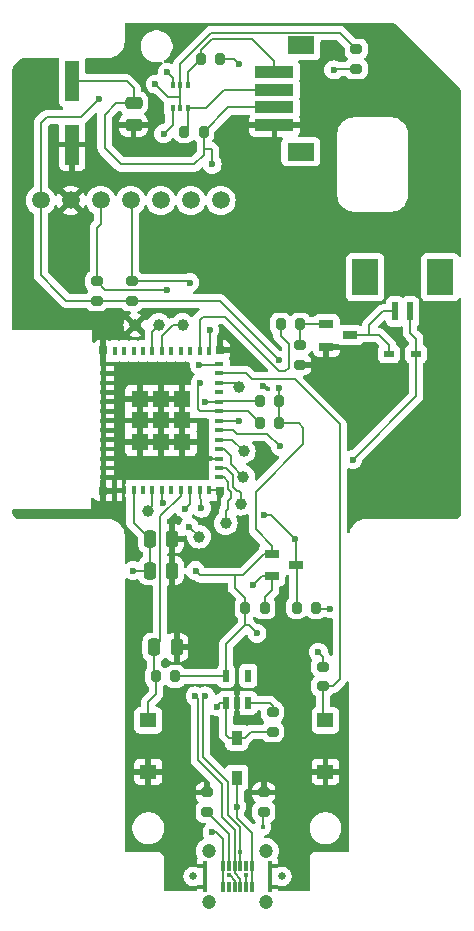
<source format=gbr>
%TF.GenerationSoftware,KiCad,Pcbnew,8.0.8*%
%TF.CreationDate,2025-03-31T21:39:45-04:00*%
%TF.ProjectId,vindriktrning-esp32-s3,76696e64-7269-46b7-9472-6e696e672d65,rev?*%
%TF.SameCoordinates,Original*%
%TF.FileFunction,Copper,L1,Top*%
%TF.FilePolarity,Positive*%
%FSLAX46Y46*%
G04 Gerber Fmt 4.6, Leading zero omitted, Abs format (unit mm)*
G04 Created by KiCad (PCBNEW 8.0.8) date 2025-03-31 21:39:45*
%MOMM*%
%LPD*%
G01*
G04 APERTURE LIST*
G04 Aperture macros list*
%AMRoundRect*
0 Rectangle with rounded corners*
0 $1 Rounding radius*
0 $2 $3 $4 $5 $6 $7 $8 $9 X,Y pos of 4 corners*
0 Add a 4 corners polygon primitive as box body*
4,1,4,$2,$3,$4,$5,$6,$7,$8,$9,$2,$3,0*
0 Add four circle primitives for the rounded corners*
1,1,$1+$1,$2,$3*
1,1,$1+$1,$4,$5*
1,1,$1+$1,$6,$7*
1,1,$1+$1,$8,$9*
0 Add four rect primitives between the rounded corners*
20,1,$1+$1,$2,$3,$4,$5,0*
20,1,$1+$1,$4,$5,$6,$7,0*
20,1,$1+$1,$6,$7,$8,$9,0*
20,1,$1+$1,$8,$9,$2,$3,0*%
G04 Aperture macros list end*
%TA.AperFunction,SMDPad,CuDef*%
%ADD10C,1.000000*%
%TD*%
%TA.AperFunction,SMDPad,CuDef*%
%ADD11R,1.360000X1.230000*%
%TD*%
%TA.AperFunction,ComponentPad*%
%ADD12C,1.500000*%
%TD*%
%TA.AperFunction,SMDPad,CuDef*%
%ADD13RoundRect,0.250000X-0.250000X-0.475000X0.250000X-0.475000X0.250000X0.475000X-0.250000X0.475000X0*%
%TD*%
%TA.AperFunction,SMDPad,CuDef*%
%ADD14R,3.250000X1.000000*%
%TD*%
%TA.AperFunction,SMDPad,CuDef*%
%ADD15R,2.300000X1.500000*%
%TD*%
%TA.AperFunction,SMDPad,CuDef*%
%ADD16RoundRect,0.200000X-0.275000X0.200000X-0.275000X-0.200000X0.275000X-0.200000X0.275000X0.200000X0*%
%TD*%
%TA.AperFunction,SMDPad,CuDef*%
%ADD17R,0.530000X1.050000*%
%TD*%
%TA.AperFunction,SMDPad,CuDef*%
%ADD18RoundRect,0.200000X0.275000X-0.200000X0.275000X0.200000X-0.275000X0.200000X-0.275000X-0.200000X0*%
%TD*%
%TA.AperFunction,SMDPad,CuDef*%
%ADD19RoundRect,0.200000X0.200000X0.275000X-0.200000X0.275000X-0.200000X-0.275000X0.200000X-0.275000X0*%
%TD*%
%TA.AperFunction,SMDPad,CuDef*%
%ADD20R,1.250000X0.700000*%
%TD*%
%TA.AperFunction,SMDPad,CuDef*%
%ADD21RoundRect,0.200000X-0.200000X-0.275000X0.200000X-0.275000X0.200000X0.275000X-0.200000X0.275000X0*%
%TD*%
%TA.AperFunction,SMDPad,CuDef*%
%ADD22R,0.420000X0.600000*%
%TD*%
%TA.AperFunction,SMDPad,CuDef*%
%ADD23R,0.950000X1.200000*%
%TD*%
%TA.AperFunction,SMDPad,CuDef*%
%ADD24RoundRect,0.250000X-0.475000X0.250000X-0.475000X-0.250000X0.475000X-0.250000X0.475000X0.250000X0*%
%TD*%
%TA.AperFunction,SMDPad,CuDef*%
%ADD25R,0.520000X1.600000*%
%TD*%
%TA.AperFunction,SMDPad,CuDef*%
%ADD26R,2.200000X3.100000*%
%TD*%
%TA.AperFunction,SMDPad,CuDef*%
%ADD27R,0.350000X0.900000*%
%TD*%
%TA.AperFunction,SMDPad,CuDef*%
%ADD28R,0.300000X0.900000*%
%TD*%
%TA.AperFunction,ComponentPad*%
%ADD29C,1.200000*%
%TD*%
%TA.AperFunction,ComponentPad*%
%ADD30C,0.650000*%
%TD*%
%TA.AperFunction,SMDPad,CuDef*%
%ADD31R,0.830000X0.630000*%
%TD*%
%TA.AperFunction,SMDPad,CuDef*%
%ADD32R,1.200000X3.500000*%
%TD*%
%TA.AperFunction,SMDPad,CuDef*%
%ADD33R,0.400000X0.800000*%
%TD*%
%TA.AperFunction,SMDPad,CuDef*%
%ADD34R,0.800000X0.400000*%
%TD*%
%TA.AperFunction,SMDPad,CuDef*%
%ADD35R,1.450000X1.450000*%
%TD*%
%TA.AperFunction,SMDPad,CuDef*%
%ADD36R,0.700000X0.700000*%
%TD*%
%TA.AperFunction,ViaPad*%
%ADD37C,0.600000*%
%TD*%
%TA.AperFunction,ViaPad*%
%ADD38C,0.400000*%
%TD*%
%TA.AperFunction,Conductor*%
%ADD39C,0.200000*%
%TD*%
G04 APERTURE END LIST*
D10*
%TO.P,J11,1,Pin_1*%
%TO.N,IO8*%
X102475000Y-108625000D03*
%TD*%
%TO.P,J10,1,Pin_1*%
%TO.N,IO7*%
X102900000Y-114050000D03*
%TD*%
%TO.P,J9,1,Pin_1*%
%TO.N,IO6*%
X102850000Y-116175000D03*
%TD*%
%TO.P,J8,1,Pin_1*%
%TO.N,IO1*%
X102650000Y-118475000D03*
%TD*%
%TO.P,J7,1,Pin_1*%
%TO.N,IO0*%
X101375000Y-120125000D03*
%TD*%
%TO.P,J6,1,Pin_1*%
%TO.N,IO3*%
X99125000Y-121275000D03*
%TD*%
%TO.P,J5,1,Pin_1*%
%TO.N,IO2*%
X94800000Y-119075000D03*
%TD*%
D11*
%TO.P,SW1,1,1*%
%TO.N,GND*%
X94825000Y-141180000D03*
%TO.P,SW1,2,2*%
%TO.N,RESET*%
X94825000Y-136820000D03*
%TD*%
D10*
%TO.P,J2,1,Pin_1*%
%TO.N,TXD0*%
X95725000Y-103350000D03*
%TD*%
D12*
%TO.P,IC1,1,VDD*%
%TO.N,+3V3*%
X85725000Y-92800000D03*
%TO.P,IC1,2,GND*%
%TO.N,GND*%
X88265000Y-92800000D03*
%TO.P,IC1,3,TX/_SCL*%
%TO.N,SCL*%
X90805000Y-92800000D03*
%TO.P,IC1,4,RX/_SDA*%
%TO.N,SDA*%
X93345000Y-92800000D03*
%TO.P,IC1,5,RDY*%
%TO.N,unconnected-(IC1-RDY-Pad5)*%
X95885000Y-92800000D03*
%TO.P,IC1,6,PWM*%
%TO.N,unconnected-(IC1-PWM-Pad6)*%
X98425000Y-92800000D03*
%TO.P,IC1,7,SEL*%
%TO.N,unconnected-(IC1-SEL-Pad7)*%
X100965000Y-92800000D03*
%TD*%
D13*
%TO.P,C4,1*%
%TO.N,+3V3*%
X94950000Y-124150000D03*
%TO.P,C4,2*%
%TO.N,GND*%
X96850000Y-124150000D03*
%TD*%
%TO.P,C3,1*%
%TO.N,+3V3*%
X94950000Y-121450000D03*
%TO.P,C3,2*%
%TO.N,GND*%
X96850000Y-121450000D03*
%TD*%
D14*
%TO.P,J1,1,1*%
%TO.N,P2.5_TX*%
X105510000Y-81925000D03*
%TO.P,J1,2,2*%
%TO.N,P2.5_RX*%
X105510000Y-83425000D03*
%TO.P,J1,3,3*%
%TO.N,+5V*%
X105510000Y-84925000D03*
%TO.P,J1,4,4*%
%TO.N,GND*%
X105510000Y-86425000D03*
D15*
%TO.P,J1,5,5*%
%TO.N,unconnected-(J1-Pad5)*%
X107750000Y-79675000D03*
%TO.P,J1,6,6*%
%TO.N,unconnected-(J1-Pad6)*%
X107750000Y-88675000D03*
%TD*%
D16*
%TO.P,R2,1*%
%TO.N,+3V3*%
X112425000Y-80000000D03*
%TO.P,R2,2*%
%TO.N,LIGHT*%
X112425000Y-81650000D03*
%TD*%
D17*
%TO.P,U4,1,VIN*%
%TO.N,+5V*%
X101400000Y-135350000D03*
%TO.P,U4,2,GND*%
%TO.N,GND*%
X102350000Y-135350000D03*
%TO.P,U4,3,EN*%
%TO.N,Net-(U4-EN)*%
X103300000Y-135350000D03*
%TO.P,U4,4,NC*%
%TO.N,unconnected-(U4-NC-Pad4)*%
X103300000Y-133050000D03*
%TO.P,U4,5,VOUT*%
%TO.N,+3V3*%
X101400000Y-133050000D03*
%TD*%
D18*
%TO.P,R5,1*%
%TO.N,CC2*%
X104600000Y-144575000D03*
%TO.P,R5,2*%
%TO.N,GND*%
X104600000Y-142925000D03*
%TD*%
%TO.P,R1,1*%
%TO.N,CC1*%
X99800000Y-144575000D03*
%TO.P,R1,2*%
%TO.N,GND*%
X99800000Y-142925000D03*
%TD*%
D19*
%TO.P,R11,1*%
%TO.N,+3V3*%
X97100000Y-133100000D03*
%TO.P,R11,2*%
%TO.N,RESET*%
X95450000Y-133100000D03*
%TD*%
%TO.P,R15,1*%
%TO.N,+5V*%
X109025000Y-127275000D03*
%TO.P,R15,2*%
%TO.N,Net-(LED1-DI)*%
X107375000Y-127275000D03*
%TD*%
D16*
%TO.P,R12,1*%
%TO.N,SCL*%
X90450000Y-99650000D03*
%TO.P,R12,2*%
%TO.N,+3V3*%
X90450000Y-101300000D03*
%TD*%
D20*
%TO.P,Q3,1,G*%
%TO.N,+3V3*%
X105300000Y-122725000D03*
%TO.P,Q3,2,S*%
%TO.N,LED_DATA*%
X105300000Y-124625000D03*
%TO.P,Q3,3,D*%
%TO.N,Net-(LED1-DI)*%
X107300000Y-123675000D03*
%TD*%
D19*
%TO.P,R10,1*%
%TO.N,+3V3*%
X105925000Y-111675000D03*
%TO.P,R10,2*%
%TO.N,RX2*%
X104275000Y-111675000D03*
%TD*%
D13*
%TO.P,C5,1*%
%TO.N,RESET*%
X95325000Y-130625000D03*
%TO.P,C5,2*%
%TO.N,GND*%
X97225000Y-130625000D03*
%TD*%
D21*
%TO.P,R9,1*%
%TO.N,P2.5_TX*%
X99275000Y-80800000D03*
%TO.P,R9,2*%
%TO.N,+5V*%
X100925000Y-80800000D03*
%TD*%
D22*
%TO.P,Q2,1,S1*%
%TO.N,TX2*%
X96875000Y-84950000D03*
%TO.P,Q2,2,G1*%
%TO.N,+3V3*%
X97525000Y-84950000D03*
%TO.P,Q2,3,D2*%
%TO.N,P2.5_RX*%
X98175000Y-84950000D03*
%TO.P,Q2,4,S2*%
%TO.N,P2.5_TX*%
X98175000Y-83050000D03*
%TO.P,Q2,5,G2*%
%TO.N,+3V3*%
X97525000Y-83050000D03*
%TO.P,Q2,6,D1*%
%TO.N,RX2*%
X96875000Y-83050000D03*
%TD*%
D21*
%TO.P,R8,1*%
%TO.N,P2.5_RX*%
X97875000Y-86975000D03*
%TO.P,R8,2*%
%TO.N,+5V*%
X99525000Y-86975000D03*
%TD*%
%TO.P,R3,1*%
%TO.N,FAN*%
X106025000Y-103275000D03*
%TO.P,R3,2*%
%TO.N,Net-(Q1-G)*%
X107675000Y-103275000D03*
%TD*%
D23*
%TO.P,U2,1,K*%
%TO.N,+5V*%
X102325000Y-138275000D03*
%TO.P,U2,2,A*%
%TO.N,5VIN*%
X102325000Y-141675000D03*
%TD*%
D19*
%TO.P,R7,1*%
%TO.N,+3V3*%
X105925000Y-109750000D03*
%TO.P,R7,2*%
%TO.N,TX2*%
X104275000Y-109750000D03*
%TD*%
D16*
%TO.P,R13,1*%
%TO.N,SDA*%
X93450000Y-99650000D03*
%TO.P,R13,2*%
%TO.N,+3V3*%
X93450000Y-101300000D03*
%TD*%
%TO.P,R16,1*%
%TO.N,+3V3*%
X109600000Y-132275000D03*
%TO.P,R16,2*%
%TO.N,BOOT*%
X109600000Y-133925000D03*
%TD*%
%TO.P,R4,1*%
%TO.N,Net-(Q1-G)*%
X107650000Y-105075000D03*
%TO.P,R4,2*%
%TO.N,GND*%
X107650000Y-106725000D03*
%TD*%
D21*
%TO.P,R14,1*%
%TO.N,+3V3*%
X103025000Y-127300000D03*
%TO.P,R14,2*%
%TO.N,LED_DATA*%
X104675000Y-127300000D03*
%TD*%
D24*
%TO.P,C2,1*%
%TO.N,+5V*%
X93575000Y-84550000D03*
%TO.P,C2,2*%
%TO.N,GND*%
X93575000Y-86450000D03*
%TD*%
D18*
%TO.P,R6,1*%
%TO.N,+5V*%
X105350000Y-137775000D03*
%TO.P,R6,2*%
%TO.N,Net-(U4-EN)*%
X105350000Y-136125000D03*
%TD*%
D25*
%TO.P,FAN1,1,1*%
%TO.N,+5V*%
X117000000Y-102200000D03*
%TO.P,FAN1,2,2*%
%TO.N,Net-(Q1-D)*%
X115740000Y-102200000D03*
D26*
%TO.P,FAN1,3,3*%
%TO.N,unconnected-(FAN1-Pad3)*%
X113200000Y-99300000D03*
%TO.P,FAN1,4,4*%
%TO.N,unconnected-(FAN1-Pad4)*%
X119550000Y-99300000D03*
%TD*%
D27*
%TO.P,USB1,B12,GND*%
%TO.N,GND*%
X99625000Y-150925000D03*
D28*
%TO.P,USB1,B9,VBUS*%
%TO.N,5VIN*%
X101125000Y-150925000D03*
%TO.P,USB1,B8,SBU2*%
%TO.N,unconnected-(USB1-SBU2-PadB8)*%
X101625000Y-150925000D03*
%TO.P,USB1,B7,D-*%
%TO.N,D-*%
X102125000Y-150925000D03*
%TO.P,USB1,B6,D+*%
%TO.N,D+*%
X102625000Y-150925000D03*
%TO.P,USB1,B5,CC2*%
%TO.N,CC2*%
X103125000Y-150925000D03*
%TO.P,USB1,B4,VBUS*%
%TO.N,5VIN*%
X103625000Y-150925000D03*
D27*
%TO.P,USB1,B1,GND*%
%TO.N,GND*%
X105125000Y-150925000D03*
%TO.P,USB1,A12,GND*%
X105125000Y-149125000D03*
D28*
%TO.P,USB1,A9,VBUS*%
%TO.N,5VIN*%
X103625000Y-149125000D03*
%TO.P,USB1,A8,SBU1*%
%TO.N,unconnected-(USB1-SBU1-PadA8)*%
X103125000Y-149125000D03*
%TO.P,USB1,A7,D-*%
%TO.N,D-*%
X102625000Y-149125000D03*
%TO.P,USB1,A6,D+*%
%TO.N,D+*%
X102125000Y-149125000D03*
%TO.P,USB1,A5,CC1*%
%TO.N,CC1*%
X101625000Y-149125000D03*
%TO.P,USB1,A4,VBUS*%
%TO.N,5VIN*%
X101125000Y-149125000D03*
D27*
%TO.P,USB1,A1,GND*%
%TO.N,GND*%
X99625000Y-149125000D03*
D29*
%TO.P,USB1,17,EH*%
%TO.N,unconnected-(USB1-EH-Pad17)*%
X104775000Y-152175000D03*
X104775000Y-147875000D03*
X99975000Y-152175000D03*
X99975000Y-147875000D03*
D30*
%TO.P,USB1,*%
%TO.N,*%
X106125000Y-150025000D03*
X98625000Y-150025000D03*
%TD*%
D20*
%TO.P,Q1,1,G*%
%TO.N,Net-(Q1-G)*%
X109900000Y-103275000D03*
%TO.P,Q1,2,S*%
%TO.N,GND*%
X109900000Y-105175000D03*
%TO.P,Q1,3,D*%
%TO.N,Net-(Q1-D)*%
X111900000Y-104225000D03*
%TD*%
D10*
%TO.P,J3,1,Pin_1*%
%TO.N,RXD0*%
X97725000Y-103350000D03*
%TD*%
D31*
%TO.P,U3,1,C*%
%TO.N,+5V*%
X117490000Y-105775000D03*
%TO.P,U3,2,A*%
%TO.N,Net-(Q1-D)*%
X115210000Y-105775000D03*
%TD*%
D11*
%TO.P,SW2,1,1*%
%TO.N,GND*%
X109825000Y-141180000D03*
%TO.P,SW2,2,2*%
%TO.N,BOOT*%
X109825000Y-136820000D03*
%TD*%
D10*
%TO.P,J4,1,Pin_1*%
%TO.N,GND*%
X93725000Y-103350000D03*
%TD*%
D32*
%TO.P,C1,1,1*%
%TO.N,+5V*%
X88400000Y-82725000D03*
%TO.P,C1,2,2*%
%TO.N,GND*%
X88400000Y-88065000D03*
%TD*%
D33*
%TO.P,U6,1,GND*%
%TO.N,GND*%
X91965000Y-117350000D03*
%TO.P,U6,2,GND*%
X92775000Y-117350000D03*
%TO.P,U6,3,3V3*%
%TO.N,+3V3*%
X93575000Y-117350000D03*
%TO.P,U6,4,NC*%
%TO.N,unconnected-(U6-NC-Pad4)*%
X94365000Y-117350000D03*
%TO.P,U6,5,IO2*%
%TO.N,IO2*%
X95175000Y-117350000D03*
%TO.P,U6,6,IO3*%
%TO.N,IO3*%
X95965000Y-117350000D03*
%TO.P,U6,7,NC*%
%TO.N,unconnected-(U6-NC-Pad7)*%
X96765000Y-117350000D03*
%TO.P,U6,8,EN*%
%TO.N,RESET*%
X97575000Y-117350000D03*
%TO.P,U6,9,IO4*%
%TO.N,LIGHT*%
X98365000Y-117350000D03*
%TO.P,U6,10,IO5*%
%TO.N,LED_DATA*%
X99175000Y-117350000D03*
%TO.P,U6,11,GND*%
%TO.N,GND*%
X99975000Y-117350000D03*
D34*
%TO.P,U6,12,IO0*%
%TO.N,IO0*%
X100845000Y-116250000D03*
%TO.P,U6,13,IO1*%
%TO.N,IO1*%
X100845000Y-115450000D03*
%TO.P,U6,14,GND*%
%TO.N,GND*%
X100845000Y-114650000D03*
%TO.P,U6,15,IO6*%
%TO.N,IO6*%
X100845000Y-113850000D03*
%TO.P,U6,16,IO7*%
%TO.N,IO7*%
X100845000Y-113050000D03*
%TO.P,U6,17,IO12*%
%TO.N,D-*%
X100845000Y-112250000D03*
%TO.P,U6,18,IO13*%
%TO.N,D+*%
X100845000Y-111450000D03*
%TO.P,U6,19,IO14*%
%TO.N,RX2*%
X100845000Y-110650000D03*
%TO.P,U6,20,IO15*%
%TO.N,TX2*%
X100845000Y-109850000D03*
%TO.P,U6,21,NC*%
%TO.N,unconnected-(U6-NC-Pad21)*%
X100845000Y-109050000D03*
%TO.P,U6,22,IO8*%
%TO.N,IO8*%
X100845000Y-108250000D03*
%TO.P,U6,23,IO9*%
%TO.N,BOOT*%
X100845000Y-107450000D03*
%TO.P,U6,24,IO18*%
%TO.N,SCL*%
X100845000Y-106650000D03*
D33*
%TO.P,U6,25,IO19*%
%TO.N,SDA*%
X99975000Y-105550000D03*
%TO.P,U6,26,IO20*%
%TO.N,FAN*%
X99175000Y-105550000D03*
%TO.P,U6,27,IO21*%
%TO.N,IO21*%
X98365000Y-105550000D03*
%TO.P,U6,28,IO22*%
%TO.N,IO22*%
X97575000Y-105550000D03*
%TO.P,U6,29,IO23*%
%TO.N,IO23*%
X96765000Y-105550000D03*
%TO.P,U6,30,RXD0*%
%TO.N,RXD0*%
X95975000Y-105550000D03*
%TO.P,U6,31,TXD0*%
%TO.N,TXD0*%
X95175000Y-105550000D03*
%TO.P,U6,32,NC*%
%TO.N,unconnected-(U6-NC-Pad32)*%
X94365000Y-105550000D03*
%TO.P,U6,33,NC*%
%TO.N,unconnected-(U6-NC-Pad33)*%
X93575000Y-105550000D03*
%TO.P,U6,34,NC*%
%TO.N,unconnected-(U6-NC-Pad34)*%
X92775000Y-105550000D03*
%TO.P,U6,35,NC*%
%TO.N,unconnected-(U6-NC-Pad35)*%
X91965000Y-105550000D03*
D34*
%TO.P,U6,36,GND*%
%TO.N,GND*%
X91045000Y-106650000D03*
%TO.P,U6,37,GND*%
X91045000Y-107450000D03*
%TO.P,U6,38,GND*%
X91045000Y-108250000D03*
%TO.P,U6,39,GND*%
X91045000Y-109050000D03*
%TO.P,U6,40,GND*%
X91045000Y-109850000D03*
%TO.P,U6,41,GND*%
X91045000Y-110650000D03*
%TO.P,U6,42,GND*%
X91045000Y-111450000D03*
%TO.P,U6,43,GND*%
X91045000Y-112250000D03*
%TO.P,U6,44,GND*%
X91045000Y-113050000D03*
%TO.P,U6,45,GND*%
X91045000Y-113850000D03*
%TO.P,U6,46,GND*%
X91045000Y-114650000D03*
%TO.P,U6,47,GND*%
X91045000Y-115450000D03*
%TO.P,U6,48,GND*%
X91045000Y-116250000D03*
D35*
%TO.P,U6,49,GND*%
X94095000Y-113230000D03*
X95895000Y-113230000D03*
X97695000Y-113230000D03*
X94095000Y-111430000D03*
X95895000Y-111430000D03*
X97695000Y-111430000D03*
X94095000Y-109630000D03*
X95895000Y-109630000D03*
X97695000Y-109630000D03*
D36*
%TO.P,U6,50,GND*%
X90995000Y-105500000D03*
%TO.P,U6,51,GND*%
X100895000Y-105500000D03*
%TO.P,U6,52,GND*%
X100895000Y-117400000D03*
%TO.P,U6,53,GND*%
X90995000Y-117400000D03*
%TD*%
D37*
%TO.N,IO3*%
X98300000Y-120425000D03*
X96050000Y-118400000D03*
%TO.N,GND*%
X102825000Y-120350000D03*
X92225000Y-103850000D03*
X99425000Y-115750000D03*
X102325000Y-105850000D03*
X109025000Y-107550000D03*
X97925000Y-142550000D03*
X97325000Y-119750000D03*
X104375000Y-115775000D03*
X107575000Y-140575000D03*
X92625000Y-118750000D03*
X90825000Y-119050000D03*
X104525000Y-108550000D03*
X91025000Y-103850000D03*
%TO.N,+3V3*%
X93525000Y-124150000D03*
X98825000Y-124150000D03*
X105925000Y-108650000D03*
X105925000Y-106350000D03*
X104025000Y-129450000D03*
X95425000Y-82950000D03*
X90625000Y-84250000D03*
X109225000Y-131050000D03*
%TO.N,SDA*%
X98325000Y-99750000D03*
X100025000Y-103750000D03*
%TO.N,SCL*%
X99125000Y-106750000D03*
X96425000Y-100350000D03*
%TO.N,+5V*%
X100225000Y-89750000D03*
X112125000Y-114750000D03*
X110225000Y-127350000D03*
X100625000Y-135650000D03*
X102525000Y-81250000D03*
%TO.N,Net-(LED1-DI)*%
X107225000Y-121450000D03*
X104625000Y-119450000D03*
%TO.N,TX2*%
X96125000Y-87150000D03*
X99625000Y-109850000D03*
%TO.N,RX2*%
X99225000Y-108250000D03*
X96425000Y-81950000D03*
%TO.N,LED_DATA*%
X99325000Y-118850000D03*
X103725000Y-125350000D03*
%TO.N,LIGHT*%
X97925000Y-118950000D03*
X110525000Y-81750000D03*
D38*
%TO.N,CC2*%
X104525000Y-145850000D03*
X103125000Y-149950000D03*
D37*
%TO.N,D+*%
X98800000Y-134750000D03*
X102525000Y-111450000D03*
%TO.N,D-*%
X105991325Y-113630312D03*
D38*
X101625000Y-149950000D03*
X102625000Y-147950000D03*
D37*
X99650000Y-134750000D03*
%TO.N,5VIN*%
X102325000Y-144150000D03*
X100225000Y-146250000D03*
%TD*%
D39*
%TO.N,IO8*%
X100845000Y-108250000D02*
X102100000Y-108250000D01*
X102100000Y-108250000D02*
X102475000Y-108625000D01*
%TO.N,IO0*%
X101375000Y-119125000D02*
X101375000Y-120125000D01*
X101575000Y-118925000D02*
X101375000Y-119125000D01*
X101800000Y-118025000D02*
X101575000Y-118250000D01*
X101800000Y-117450000D02*
X101800000Y-118025000D01*
X101550000Y-117200000D02*
X101800000Y-117450000D01*
X101550000Y-116600000D02*
X101550000Y-117200000D01*
X101200000Y-116250000D02*
X101550000Y-116600000D01*
X101575000Y-118250000D02*
X101575000Y-118925000D01*
X100845000Y-116250000D02*
X101200000Y-116250000D01*
%TO.N,IO1*%
X102650000Y-117575000D02*
X102650000Y-118475000D01*
X102500000Y-117425000D02*
X102650000Y-117575000D01*
X102375000Y-117425000D02*
X102500000Y-117425000D01*
X102000000Y-116005000D02*
X102000000Y-117050000D01*
X102000000Y-117050000D02*
X102375000Y-117425000D01*
X101445000Y-115450000D02*
X102000000Y-116005000D01*
X100845000Y-115450000D02*
X101445000Y-115450000D01*
%TO.N,IO6*%
X101800000Y-114405000D02*
X101800000Y-115125000D01*
X101245000Y-113850000D02*
X101800000Y-114405000D01*
X100845000Y-113850000D02*
X101245000Y-113850000D01*
X101800000Y-115125000D02*
X102850000Y-116175000D01*
%TO.N,IO3*%
X99125000Y-121250000D02*
X98300000Y-120425000D01*
X99125000Y-121275000D02*
X99125000Y-121250000D01*
X95965000Y-118315000D02*
X96050000Y-118400000D01*
X95965000Y-117350000D02*
X95965000Y-118315000D01*
%TO.N,IO7*%
X101900000Y-113050000D02*
X102900000Y-114050000D01*
X100845000Y-113050000D02*
X101900000Y-113050000D01*
%TO.N,IO2*%
X95175000Y-118700000D02*
X94800000Y-119075000D01*
X95175000Y-117350000D02*
X95175000Y-118700000D01*
%TO.N,GND*%
X99425000Y-114950000D02*
X99425000Y-115750000D01*
X99975000Y-117350000D02*
X100845000Y-117350000D01*
X100845000Y-114650000D02*
X99725000Y-114650000D01*
X100845000Y-117350000D02*
X100895000Y-117400000D01*
X99725000Y-114650000D02*
X99425000Y-114950000D01*
%TO.N,+3V3*%
X111050000Y-78625000D02*
X100150000Y-78625000D01*
X94950000Y-121450000D02*
X93575000Y-120075000D01*
X97525000Y-81250000D02*
X97525000Y-83050000D01*
X97525000Y-84950000D02*
X97525000Y-84050000D01*
X102825000Y-124550000D02*
X104650000Y-122725000D01*
X86225000Y-85750000D02*
X89125000Y-85750000D01*
X99225000Y-124550000D02*
X102150000Y-124550000D01*
X90450000Y-101300000D02*
X93450000Y-101300000D01*
X104650000Y-122725000D02*
X105300000Y-122725000D01*
X90450000Y-101300000D02*
X87875000Y-101300000D01*
X107925000Y-113450000D02*
X107925000Y-112950000D01*
X100150000Y-78625000D02*
X97525000Y-81250000D01*
X94950000Y-124150000D02*
X94950000Y-121450000D01*
X107550000Y-111675000D02*
X105925000Y-111675000D01*
X112425000Y-80000000D02*
X111050000Y-78625000D01*
X109600000Y-132275000D02*
X109600000Y-131425000D01*
X105925000Y-109750000D02*
X105925000Y-111675000D01*
X104025000Y-129450000D02*
X103325000Y-128750000D01*
X109600000Y-131425000D02*
X109225000Y-131050000D01*
X105300000Y-122725000D02*
X105300000Y-122025000D01*
X102150000Y-125575000D02*
X102150000Y-124550000D01*
X101350000Y-133100000D02*
X101400000Y-133050000D01*
X93575000Y-120075000D02*
X93575000Y-117350000D01*
X96525000Y-84050000D02*
X97525000Y-84050000D01*
X103925000Y-117450000D02*
X107925000Y-113450000D01*
X85725000Y-99150000D02*
X87125000Y-100550000D01*
X103025000Y-126450000D02*
X102150000Y-125575000D01*
X87875000Y-101300000D02*
X87125000Y-100550000D01*
X101400000Y-133050000D02*
X101400000Y-130375000D01*
X103025000Y-128750000D02*
X103025000Y-127300000D01*
X103025000Y-127300000D02*
X103025000Y-126450000D01*
X107925000Y-112950000D02*
X107925000Y-112050000D01*
X95425000Y-82950000D02*
X96525000Y-84050000D01*
X85725000Y-86250000D02*
X86225000Y-85750000D01*
X100875000Y-101300000D02*
X105925000Y-106350000D01*
X101400000Y-130375000D02*
X103025000Y-128750000D01*
X93450000Y-101300000D02*
X100875000Y-101300000D01*
X102150000Y-124550000D02*
X102825000Y-124550000D01*
X85725000Y-92800000D02*
X85725000Y-99150000D01*
X105300000Y-122025000D02*
X103925000Y-120650000D01*
X94950000Y-124150000D02*
X93525000Y-124150000D01*
X97525000Y-84050000D02*
X97525000Y-83050000D01*
X103325000Y-128750000D02*
X103025000Y-128750000D01*
X107925000Y-112050000D02*
X107550000Y-111675000D01*
X103925000Y-120650000D02*
X103925000Y-117450000D01*
X89125000Y-85750000D02*
X90625000Y-84250000D01*
X97100000Y-133100000D02*
X101350000Y-133100000D01*
X85725000Y-92800000D02*
X85725000Y-86250000D01*
X105925000Y-108650000D02*
X105925000Y-109750000D01*
X98825000Y-124150000D02*
X99225000Y-124550000D01*
%TO.N,RESET*%
X95824938Y-130125062D02*
X95824938Y-119550062D01*
X94825000Y-136820000D02*
X94825000Y-135250000D01*
X95325000Y-130625000D02*
X95325000Y-132975000D01*
X94825000Y-135250000D02*
X95450000Y-134625000D01*
X95325000Y-132975000D02*
X95450000Y-133100000D01*
X97575000Y-117800000D02*
X97575000Y-117350000D01*
X95325000Y-130625000D02*
X95824938Y-130125062D01*
X95824938Y-119550062D02*
X97575000Y-117800000D01*
X95450000Y-134625000D02*
X95450000Y-133100000D01*
%TO.N,SDA*%
X93450000Y-99650000D02*
X93450000Y-92905000D01*
X93450000Y-92905000D02*
X93345000Y-92800000D01*
X100025000Y-103750000D02*
X100025000Y-105500000D01*
X98225000Y-99650000D02*
X98325000Y-99750000D01*
X93450000Y-99650000D02*
X98225000Y-99650000D01*
X100025000Y-105500000D02*
X99975000Y-105550000D01*
%TO.N,SCL*%
X99125000Y-106750000D02*
X100745000Y-106750000D01*
X90450000Y-99650000D02*
X90450000Y-95125000D01*
X90450000Y-95125000D02*
X90805000Y-94770000D01*
X90450000Y-99650000D02*
X91150000Y-100350000D01*
X90805000Y-94770000D02*
X90805000Y-92800000D01*
X91150000Y-100350000D02*
X96425000Y-100350000D01*
X100745000Y-106750000D02*
X100845000Y-106650000D01*
%TO.N,Net-(Q1-D)*%
X115210000Y-105775000D02*
X115210000Y-105035000D01*
X114400000Y-104225000D02*
X113525000Y-104225000D01*
X115740000Y-102200000D02*
X114675000Y-102200000D01*
X113525000Y-103350000D02*
X113525000Y-104225000D01*
X113525000Y-104225000D02*
X111900000Y-104225000D01*
X115210000Y-105035000D02*
X114400000Y-104225000D01*
X114675000Y-102200000D02*
X113525000Y-103350000D01*
%TO.N,+5V*%
X98725000Y-89750000D02*
X99525000Y-88950000D01*
X105350000Y-137775000D02*
X103500000Y-137775000D01*
X100225000Y-89750000D02*
X100225000Y-88550000D01*
X100925000Y-135350000D02*
X100625000Y-135650000D01*
X93575000Y-83300000D02*
X93575000Y-84550000D01*
X99525000Y-88450000D02*
X99525000Y-86975000D01*
X99525000Y-86975000D02*
X101575000Y-84925000D01*
X99525000Y-88950000D02*
X99525000Y-88450000D01*
X109100000Y-127350000D02*
X109025000Y-127275000D01*
X102075000Y-80800000D02*
X102525000Y-81250000D01*
X117000000Y-104025000D02*
X117000000Y-102200000D01*
X92525000Y-89750000D02*
X98725000Y-89750000D01*
X101400000Y-138025000D02*
X101400000Y-135350000D01*
X103000000Y-138275000D02*
X102325000Y-138275000D01*
X100225000Y-88550000D02*
X100125000Y-88450000D01*
X101400000Y-135350000D02*
X100925000Y-135350000D01*
X101650000Y-138275000D02*
X101400000Y-138025000D01*
X100925000Y-80800000D02*
X102075000Y-80800000D01*
X100125000Y-88450000D02*
X99525000Y-88450000D01*
X93575000Y-84550000D02*
X92125000Y-84550000D01*
X110225000Y-127350000D02*
X109100000Y-127350000D01*
X101575000Y-84925000D02*
X105510000Y-84925000D01*
X117490000Y-105775000D02*
X117490000Y-104515000D01*
X91125000Y-85550000D02*
X91125000Y-88350000D01*
X102325000Y-138275000D02*
X101650000Y-138275000D01*
X88400000Y-82725000D02*
X93000000Y-82725000D01*
X117490000Y-109385000D02*
X112125000Y-114750000D01*
X103500000Y-137775000D02*
X103000000Y-138275000D01*
X117490000Y-105775000D02*
X117490000Y-109385000D01*
X93000000Y-82725000D02*
X93575000Y-83300000D01*
X92125000Y-84550000D02*
X91125000Y-85550000D01*
X91125000Y-88350000D02*
X92525000Y-89750000D01*
X117490000Y-104515000D02*
X117000000Y-104025000D01*
%TO.N,P2.5_TX*%
X98175000Y-83050000D02*
X98175000Y-81900000D01*
X103625000Y-79150000D02*
X100225000Y-79150000D01*
X100225000Y-79150000D02*
X99275000Y-80100000D01*
X98175000Y-81900000D02*
X99275000Y-80800000D01*
X105510000Y-81035000D02*
X103625000Y-79150000D01*
X105510000Y-81925000D02*
X105510000Y-81035000D01*
X99275000Y-80100000D02*
X99275000Y-80800000D01*
%TO.N,P2.5_RX*%
X98175000Y-86675000D02*
X98175000Y-84950000D01*
X99725000Y-84950000D02*
X98175000Y-84950000D01*
X97875000Y-86975000D02*
X98175000Y-86675000D01*
X105510000Y-83425000D02*
X101250000Y-83425000D01*
X101250000Y-83425000D02*
X99725000Y-84950000D01*
%TO.N,Net-(LED1-DI)*%
X107375000Y-127275000D02*
X107375000Y-123750000D01*
X107300000Y-123675000D02*
X107300000Y-121525000D01*
X107300000Y-121525000D02*
X107225000Y-121450000D01*
X105225000Y-119450000D02*
X104625000Y-119450000D01*
X107225000Y-121450000D02*
X105225000Y-119450000D01*
X107375000Y-123750000D02*
X107300000Y-123675000D01*
%TO.N,Net-(Q1-G)*%
X109900000Y-103275000D02*
X107675000Y-103275000D01*
X107650000Y-103300000D02*
X107675000Y-103275000D01*
X107650000Y-105075000D02*
X107650000Y-103300000D01*
%TO.N,TX2*%
X99625000Y-109850000D02*
X100845000Y-109850000D01*
X104275000Y-109750000D02*
X100945000Y-109750000D01*
X96875000Y-86400000D02*
X96125000Y-87150000D01*
X100945000Y-109750000D02*
X100845000Y-109850000D01*
X96875000Y-84950000D02*
X96875000Y-86400000D01*
%TO.N,RX2*%
X103225000Y-110650000D02*
X100845000Y-110650000D01*
X104250000Y-111675000D02*
X103225000Y-110650000D01*
X96875000Y-82400000D02*
X96425000Y-81950000D01*
X104275000Y-111675000D02*
X104250000Y-111675000D01*
X99025000Y-110450000D02*
X99225000Y-110650000D01*
X99225000Y-108250000D02*
X99025000Y-108450000D01*
X99225000Y-110650000D02*
X100845000Y-110650000D01*
X96875000Y-83050000D02*
X96875000Y-82400000D01*
X99025000Y-108450000D02*
X99025000Y-110450000D01*
%TO.N,LED_DATA*%
X104675000Y-126400000D02*
X105300000Y-125775000D01*
X99325000Y-118850000D02*
X99325000Y-118150000D01*
X99325000Y-118150000D02*
X99175000Y-118000000D01*
X99175000Y-118000000D02*
X99175000Y-117350000D01*
X104450000Y-124625000D02*
X103725000Y-125350000D01*
X105300000Y-125775000D02*
X105300000Y-124625000D01*
X105300000Y-124625000D02*
X104450000Y-124625000D01*
X104675000Y-127300000D02*
X104675000Y-126400000D01*
%TO.N,CC1*%
X101625000Y-149125000D02*
X101625000Y-146400000D01*
X101625000Y-146400000D02*
X99800000Y-144575000D01*
%TO.N,LIGHT*%
X98365000Y-117350000D02*
X98365000Y-118510000D01*
X110625000Y-81650000D02*
X110525000Y-81750000D01*
X112425000Y-81650000D02*
X110625000Y-81650000D01*
X98365000Y-118510000D02*
X97925000Y-118950000D01*
%TO.N,FAN*%
X106725000Y-106950000D02*
X106725000Y-104950000D01*
X106425000Y-107250000D02*
X106725000Y-106950000D01*
X99175000Y-102900000D02*
X99425000Y-102650000D01*
X101325000Y-102650000D02*
X105925000Y-107250000D01*
X99425000Y-102650000D02*
X101325000Y-102650000D01*
X106025000Y-104250000D02*
X106025000Y-103275000D01*
X99175000Y-105550000D02*
X99175000Y-102900000D01*
X105925000Y-107250000D02*
X106425000Y-107250000D01*
X106725000Y-104950000D02*
X106025000Y-104250000D01*
%TO.N,CC2*%
X104525000Y-145850000D02*
X104525000Y-144650000D01*
X104525000Y-144650000D02*
X104600000Y-144575000D01*
X103125000Y-150925000D02*
X103125000Y-149950000D01*
%TO.N,Net-(U4-EN)*%
X103300000Y-135350000D02*
X105125000Y-135350000D01*
X105350000Y-135575000D02*
X105350000Y-136125000D01*
X105125000Y-135350000D02*
X105350000Y-135575000D01*
%TO.N,RXD0*%
X95975000Y-104300000D02*
X95975000Y-105550000D01*
X97725000Y-103350000D02*
X96925000Y-103350000D01*
X96925000Y-103350000D02*
X95975000Y-104300000D01*
%TO.N,TXD0*%
X95175000Y-105550000D02*
X95175000Y-103900000D01*
X95175000Y-103900000D02*
X95725000Y-103350000D01*
%TO.N,D+*%
X102125000Y-149125000D02*
X102125000Y-147742893D01*
X102525000Y-111450000D02*
X100845000Y-111450000D01*
X98999999Y-134949999D02*
X98800000Y-134750000D01*
X102625000Y-150275000D02*
X102125000Y-149775000D01*
X102625000Y-150925000D02*
X102625000Y-150275000D01*
X102150000Y-146077054D02*
X101100020Y-145027074D01*
X102150000Y-147717893D02*
X102150000Y-146077054D01*
X102125000Y-147742893D02*
X102150000Y-147717893D01*
X101100020Y-142243220D02*
X98999999Y-140143199D01*
X101100020Y-145027074D02*
X101100020Y-142243220D01*
X102125000Y-149775000D02*
X102125000Y-149125000D01*
X98999999Y-140143199D02*
X98999999Y-134949999D01*
%TO.N,D-*%
X102625000Y-149125000D02*
X102625000Y-148449999D01*
X99450001Y-139956801D02*
X99450001Y-134949999D01*
X102025000Y-112250000D02*
X100845000Y-112250000D01*
X102625000Y-148449999D02*
X102600000Y-148424999D01*
X102325000Y-112550000D02*
X102025000Y-112250000D01*
X101734314Y-149950000D02*
X101625000Y-149950000D01*
X104911013Y-112550000D02*
X102325000Y-112550000D01*
X102600000Y-145890686D02*
X101550000Y-144840686D01*
X102175000Y-150875000D02*
X102175000Y-150390686D01*
X102600000Y-148424999D02*
X102600000Y-145890686D01*
X102625000Y-147950000D02*
X102625000Y-149125000D01*
X101550000Y-142056800D02*
X99450001Y-139956801D01*
X105991325Y-113630312D02*
X104911013Y-112550000D01*
X101550000Y-144840686D02*
X101550000Y-142056800D01*
X102125000Y-150925000D02*
X102175000Y-150875000D01*
X102175000Y-150390686D02*
X101734314Y-149950000D01*
X99450001Y-134949999D02*
X99650000Y-134750000D01*
%TO.N,BOOT*%
X109600000Y-136595000D02*
X109825000Y-136820000D01*
X109600000Y-133925000D02*
X109600000Y-136595000D01*
X103125000Y-107450000D02*
X100845000Y-107450000D01*
X110450000Y-133925000D02*
X111025000Y-133350000D01*
X111025000Y-133350000D02*
X111025000Y-111750000D01*
X111025000Y-111750000D02*
X107225000Y-107950000D01*
X103625000Y-107950000D02*
X103125000Y-107450000D01*
X107225000Y-107950000D02*
X103625000Y-107950000D01*
X109600000Y-133925000D02*
X110450000Y-133925000D01*
%TO.N,5VIN*%
X102325000Y-145050000D02*
X102325000Y-144150000D01*
X103625000Y-146350000D02*
X102325000Y-145050000D01*
X100525000Y-146250000D02*
X100225000Y-146250000D01*
X103625000Y-150925000D02*
X103625000Y-149125000D01*
X101125000Y-146950000D02*
X101125000Y-146850000D01*
X101125000Y-146850000D02*
X100525000Y-146250000D01*
X101125000Y-150925000D02*
X101125000Y-149125000D01*
X103625000Y-149125000D02*
X103625000Y-146350000D01*
X102325000Y-144150000D02*
X102325000Y-141675000D01*
X101125000Y-149125000D02*
X101125000Y-146950000D01*
%TD*%
%TA.AperFunction,Conductor*%
%TO.N,GND*%
G36*
X106567517Y-124519091D02*
G01*
X106627127Y-124525500D01*
X106650497Y-124525499D01*
X106717536Y-124545181D01*
X106763292Y-124597983D01*
X106774500Y-124649499D01*
X106774500Y-126358480D01*
X106754815Y-126425519D01*
X106738181Y-126446161D01*
X106619531Y-126564810D01*
X106619530Y-126564811D01*
X106531522Y-126710393D01*
X106480913Y-126872807D01*
X106474500Y-126943386D01*
X106474500Y-127606613D01*
X106480913Y-127677192D01*
X106531522Y-127839606D01*
X106619530Y-127985188D01*
X106739811Y-128105469D01*
X106739813Y-128105470D01*
X106739815Y-128105472D01*
X106885394Y-128193478D01*
X107047804Y-128244086D01*
X107118384Y-128250500D01*
X107118387Y-128250500D01*
X107631613Y-128250500D01*
X107631616Y-128250500D01*
X107702196Y-128244086D01*
X107864606Y-128193478D01*
X108010185Y-128105472D01*
X108058880Y-128056777D01*
X108112319Y-128003339D01*
X108173642Y-127969854D01*
X108243334Y-127974838D01*
X108287681Y-128003339D01*
X108389811Y-128105469D01*
X108389813Y-128105470D01*
X108389815Y-128105472D01*
X108535394Y-128193478D01*
X108697804Y-128244086D01*
X108768384Y-128250500D01*
X108768387Y-128250500D01*
X109281613Y-128250500D01*
X109281616Y-128250500D01*
X109352196Y-128244086D01*
X109514606Y-128193478D01*
X109660185Y-128105472D01*
X109691567Y-128074088D01*
X109752887Y-128040605D01*
X109822578Y-128045587D01*
X109845218Y-128056775D01*
X109872776Y-128074091D01*
X109875480Y-128075790D01*
X110045737Y-128135366D01*
X110045743Y-128135367D01*
X110045745Y-128135368D01*
X110045746Y-128135368D01*
X110045750Y-128135369D01*
X110224996Y-128155565D01*
X110225000Y-128155565D01*
X110225001Y-128155565D01*
X110233324Y-128154627D01*
X110286617Y-128148622D01*
X110355437Y-128160676D01*
X110406817Y-128208024D01*
X110424500Y-128271842D01*
X110424500Y-131240048D01*
X110404815Y-131307087D01*
X110352011Y-131352842D01*
X110282853Y-131362786D01*
X110219297Y-131333761D01*
X110181523Y-131274983D01*
X110180725Y-131272141D01*
X110159578Y-131193219D01*
X110159577Y-131193216D01*
X110159577Y-131193215D01*
X110122535Y-131129057D01*
X110080520Y-131056284D01*
X110055700Y-131031464D01*
X110022215Y-130970141D01*
X110020163Y-130957684D01*
X110010368Y-130870745D01*
X109950789Y-130700478D01*
X109854816Y-130547738D01*
X109727262Y-130420184D01*
X109684341Y-130393215D01*
X109574523Y-130324211D01*
X109404254Y-130264631D01*
X109404249Y-130264630D01*
X109225004Y-130244435D01*
X109224996Y-130244435D01*
X109045750Y-130264630D01*
X109045745Y-130264631D01*
X108875476Y-130324211D01*
X108722737Y-130420184D01*
X108595184Y-130547737D01*
X108499211Y-130700476D01*
X108439631Y-130870745D01*
X108439630Y-130870750D01*
X108419435Y-131049996D01*
X108419435Y-131050003D01*
X108439630Y-131229249D01*
X108439631Y-131229254D01*
X108499211Y-131399523D01*
X108595184Y-131552262D01*
X108668134Y-131625212D01*
X108701619Y-131686535D01*
X108696635Y-131756227D01*
X108686571Y-131777041D01*
X108681523Y-131785390D01*
X108630913Y-131947807D01*
X108625782Y-132004275D01*
X108624500Y-132018384D01*
X108624500Y-132531616D01*
X108626423Y-132552778D01*
X108630913Y-132602192D01*
X108681522Y-132764606D01*
X108769530Y-132910188D01*
X108871661Y-133012319D01*
X108905146Y-133073642D01*
X108900162Y-133143334D01*
X108871661Y-133187681D01*
X108769531Y-133289810D01*
X108769530Y-133289811D01*
X108681522Y-133435393D01*
X108630913Y-133597807D01*
X108624500Y-133668386D01*
X108624500Y-134181613D01*
X108630913Y-134252192D01*
X108630913Y-134252194D01*
X108630914Y-134252196D01*
X108681522Y-134414606D01*
X108760918Y-134545943D01*
X108769530Y-134560188D01*
X108889811Y-134680469D01*
X108889813Y-134680470D01*
X108889815Y-134680472D01*
X108939650Y-134710598D01*
X108986838Y-134762126D01*
X108999500Y-134816715D01*
X108999500Y-135638993D01*
X108979815Y-135706032D01*
X108927011Y-135751787D01*
X108918836Y-135755174D01*
X108902665Y-135761205D01*
X108787455Y-135847452D01*
X108787452Y-135847455D01*
X108701206Y-135962664D01*
X108701202Y-135962671D01*
X108650908Y-136097517D01*
X108644501Y-136157116D01*
X108644501Y-136157123D01*
X108644500Y-136157135D01*
X108644500Y-137482870D01*
X108644501Y-137482876D01*
X108650908Y-137542483D01*
X108701202Y-137677328D01*
X108701206Y-137677335D01*
X108787452Y-137792544D01*
X108787455Y-137792547D01*
X108902664Y-137878793D01*
X108902671Y-137878797D01*
X109037517Y-137929091D01*
X109037516Y-137929091D01*
X109044444Y-137929835D01*
X109097127Y-137935500D01*
X110552872Y-137935499D01*
X110612483Y-137929091D01*
X110747331Y-137878796D01*
X110862546Y-137792546D01*
X110948796Y-137677331D01*
X110999091Y-137542483D01*
X111005500Y-137482873D01*
X111005499Y-136157128D01*
X110999091Y-136097517D01*
X110990506Y-136074500D01*
X110948797Y-135962671D01*
X110948793Y-135962664D01*
X110862547Y-135847455D01*
X110862544Y-135847452D01*
X110747335Y-135761206D01*
X110747328Y-135761202D01*
X110612482Y-135710908D01*
X110612483Y-135710908D01*
X110552883Y-135704501D01*
X110552881Y-135704500D01*
X110552873Y-135704500D01*
X110552865Y-135704500D01*
X110324500Y-135704500D01*
X110257461Y-135684815D01*
X110211706Y-135632011D01*
X110200500Y-135580500D01*
X110200500Y-134816715D01*
X110220185Y-134749676D01*
X110260349Y-134710598D01*
X110310185Y-134680472D01*
X110428838Y-134561818D01*
X110490159Y-134528335D01*
X110516518Y-134525501D01*
X110529054Y-134525501D01*
X110529057Y-134525501D01*
X110681785Y-134484577D01*
X110731904Y-134455639D01*
X110818716Y-134405520D01*
X110930520Y-134293716D01*
X110930521Y-134293714D01*
X111505520Y-133718716D01*
X111584577Y-133581785D01*
X111584580Y-133581773D01*
X111585936Y-133578502D01*
X111587828Y-133576153D01*
X111588641Y-133574746D01*
X111588860Y-133574872D01*
X111629775Y-133524097D01*
X111696068Y-133502028D01*
X111763768Y-133519304D01*
X111811381Y-133570439D01*
X111824500Y-133625949D01*
X111824500Y-147825500D01*
X111804815Y-147892539D01*
X111752011Y-147938294D01*
X111700500Y-147949500D01*
X108959108Y-147949500D01*
X108831812Y-147983608D01*
X108717686Y-148049500D01*
X108717683Y-148049502D01*
X108624502Y-148142683D01*
X108624500Y-148142686D01*
X108558608Y-148256812D01*
X108524500Y-148384108D01*
X108524500Y-151125500D01*
X108504815Y-151192539D01*
X108452011Y-151238294D01*
X108400500Y-151249500D01*
X105924000Y-151249500D01*
X105856961Y-151229815D01*
X105811206Y-151177011D01*
X105800000Y-151125500D01*
X105800000Y-151100000D01*
X105249000Y-151100000D01*
X105181961Y-151080315D01*
X105136206Y-151027511D01*
X105125000Y-150976000D01*
X105125000Y-150925000D01*
X105074000Y-150925000D01*
X105006961Y-150905315D01*
X104961206Y-150852511D01*
X104950000Y-150801000D01*
X104950000Y-150024999D01*
X105294953Y-150024999D01*
X105298821Y-150061800D01*
X105299500Y-150074761D01*
X105299500Y-150107304D01*
X105300000Y-150117472D01*
X105300000Y-150750000D01*
X105693505Y-150750000D01*
X105740955Y-150759438D01*
X105770734Y-150771772D01*
X105797603Y-150782901D01*
X105800514Y-150784152D01*
X105868501Y-150814422D01*
X105872813Y-150815823D01*
X105878225Y-150817520D01*
X105878381Y-150817007D01*
X105884208Y-150818774D01*
X105884211Y-150818776D01*
X105957931Y-150833439D01*
X105959390Y-150833740D01*
X106038236Y-150850500D01*
X106211763Y-150850500D01*
X106211764Y-150850500D01*
X106290626Y-150833736D01*
X106292051Y-150833443D01*
X106365789Y-150818776D01*
X106365794Y-150818773D01*
X106365798Y-150818773D01*
X106371627Y-150817005D01*
X106371782Y-150817516D01*
X106377255Y-150815800D01*
X106381495Y-150814423D01*
X106381495Y-150814422D01*
X106381499Y-150814422D01*
X106449494Y-150784147D01*
X106452358Y-150782917D01*
X106516021Y-150756548D01*
X106516274Y-150756378D01*
X106534742Y-150746193D01*
X106540024Y-150743842D01*
X106595163Y-150703779D01*
X106599127Y-150701018D01*
X106633653Y-150677948D01*
X106651225Y-150666208D01*
X106655870Y-150661562D01*
X106670667Y-150648923D01*
X106680410Y-150641845D01*
X106721852Y-150595817D01*
X106726283Y-150591148D01*
X106766208Y-150551225D01*
X106773340Y-150540549D01*
X106784285Y-150526477D01*
X106796522Y-150512889D01*
X106824373Y-150464647D01*
X106828633Y-150457796D01*
X106856548Y-150416021D01*
X106863846Y-150398402D01*
X106871017Y-150383859D01*
X106883286Y-150362611D01*
X106898577Y-150315548D01*
X106901932Y-150306453D01*
X106918776Y-150265789D01*
X106923715Y-150240957D01*
X106927401Y-150226835D01*
X106928938Y-150222103D01*
X106936908Y-150197576D01*
X106941427Y-150154576D01*
X106943125Y-150143373D01*
X106950500Y-150106305D01*
X106950500Y-150074761D01*
X106951179Y-150061800D01*
X106955047Y-150025000D01*
X106951179Y-149988198D01*
X106950500Y-149975237D01*
X106950500Y-149943690D01*
X106943130Y-149906647D01*
X106941425Y-149895409D01*
X106936908Y-149852428D01*
X106936908Y-149852424D01*
X106927396Y-149823151D01*
X106923715Y-149809041D01*
X106918776Y-149784211D01*
X106901933Y-149743549D01*
X106898579Y-149734457D01*
X106883286Y-149687389D01*
X106871018Y-149666140D01*
X106863844Y-149651592D01*
X106856550Y-149633983D01*
X106856549Y-149633982D01*
X106856548Y-149633979D01*
X106828641Y-149592213D01*
X106824367Y-149585340D01*
X106796522Y-149537111D01*
X106784284Y-149523519D01*
X106773337Y-149509445D01*
X106766208Y-149498775D01*
X106726297Y-149458864D01*
X106721831Y-149454158D01*
X106680410Y-149408155D01*
X106670666Y-149401075D01*
X106655875Y-149388441D01*
X106651227Y-149383793D01*
X106599135Y-149348987D01*
X106595140Y-149346203D01*
X106595133Y-149346198D01*
X106540024Y-149306158D01*
X106540023Y-149306157D01*
X106540021Y-149306156D01*
X106534740Y-149303805D01*
X106516282Y-149293626D01*
X106516025Y-149293454D01*
X106516018Y-149293450D01*
X106452426Y-149267110D01*
X106449444Y-149265829D01*
X106381500Y-149235578D01*
X106378170Y-149234496D01*
X106371766Y-149232502D01*
X106371618Y-149232992D01*
X106365788Y-149231223D01*
X106292155Y-149216576D01*
X106290567Y-149216249D01*
X106211768Y-149199500D01*
X106211764Y-149199500D01*
X106038236Y-149199500D01*
X105959372Y-149216262D01*
X105957786Y-149216588D01*
X105884203Y-149231225D01*
X105878380Y-149232992D01*
X105878237Y-149232523D01*
X105871296Y-149234669D01*
X105868504Y-149235576D01*
X105800571Y-149265821D01*
X105797595Y-149267099D01*
X105740963Y-149290559D01*
X105693506Y-149300000D01*
X105300000Y-149300000D01*
X105300000Y-149932527D01*
X105299500Y-149942705D01*
X105299500Y-149975237D01*
X105298821Y-149988198D01*
X105294953Y-150024999D01*
X104950000Y-150024999D01*
X104950000Y-149249000D01*
X104969685Y-149181961D01*
X105022489Y-149136206D01*
X105074000Y-149125000D01*
X105125000Y-149125000D01*
X105125000Y-149074000D01*
X105144685Y-149006961D01*
X105197489Y-148961206D01*
X105249000Y-148950000D01*
X105800000Y-148950000D01*
X105800000Y-148627172D01*
X105799999Y-148627155D01*
X105793598Y-148567627D01*
X105793596Y-148567619D01*
X105754977Y-148464079D01*
X105749992Y-148394387D01*
X105760154Y-148365482D01*
X105805582Y-148274250D01*
X105861397Y-148078083D01*
X105880215Y-147875000D01*
X105861397Y-147671917D01*
X105805582Y-147475750D01*
X105714673Y-147293179D01*
X105591764Y-147130421D01*
X105591762Y-147130418D01*
X105441041Y-146993019D01*
X105441039Y-146993017D01*
X105267642Y-146885655D01*
X105267639Y-146885653D01*
X105267637Y-146885652D01*
X105267636Y-146885651D01*
X105267635Y-146885651D01*
X105172546Y-146848814D01*
X105077456Y-146811976D01*
X104876976Y-146774500D01*
X104722486Y-146774500D01*
X104655447Y-146754815D01*
X104609692Y-146702011D01*
X104599748Y-146632853D01*
X104628773Y-146569297D01*
X104687551Y-146531523D01*
X104692811Y-146530103D01*
X104695350Y-146529477D01*
X104775225Y-146509790D01*
X104854692Y-146468081D01*
X104925849Y-146430736D01*
X104925850Y-146430734D01*
X104925852Y-146430734D01*
X105053183Y-146317929D01*
X105149818Y-146177930D01*
X105210140Y-146018872D01*
X105230645Y-145850000D01*
X105229882Y-145843713D01*
X108474500Y-145843713D01*
X108474500Y-146056286D01*
X108505181Y-146250003D01*
X108507754Y-146266243D01*
X108561201Y-146430736D01*
X108573444Y-146468414D01*
X108669951Y-146657820D01*
X108794890Y-146829786D01*
X108945213Y-146980109D01*
X109117179Y-147105048D01*
X109117181Y-147105049D01*
X109117184Y-147105051D01*
X109306588Y-147201557D01*
X109508757Y-147267246D01*
X109718713Y-147300500D01*
X109718714Y-147300500D01*
X109931286Y-147300500D01*
X109931287Y-147300500D01*
X110141243Y-147267246D01*
X110343412Y-147201557D01*
X110532816Y-147105051D01*
X110554789Y-147089086D01*
X110704786Y-146980109D01*
X110704788Y-146980106D01*
X110704792Y-146980104D01*
X110855104Y-146829792D01*
X110855106Y-146829788D01*
X110855109Y-146829786D01*
X110980048Y-146657820D01*
X110980047Y-146657820D01*
X110980051Y-146657816D01*
X111076557Y-146468412D01*
X111142246Y-146266243D01*
X111175500Y-146056287D01*
X111175500Y-145843713D01*
X111142246Y-145633757D01*
X111076557Y-145431588D01*
X110980051Y-145242184D01*
X110980049Y-145242181D01*
X110980048Y-145242179D01*
X110855109Y-145070213D01*
X110704786Y-144919890D01*
X110532820Y-144794951D01*
X110343414Y-144698444D01*
X110343413Y-144698443D01*
X110343412Y-144698443D01*
X110141243Y-144632754D01*
X110141241Y-144632753D01*
X110141240Y-144632753D01*
X109979957Y-144607208D01*
X109931287Y-144599500D01*
X109718713Y-144599500D01*
X109670042Y-144607208D01*
X109508760Y-144632753D01*
X109306585Y-144698444D01*
X109117179Y-144794951D01*
X108945213Y-144919890D01*
X108794890Y-145070213D01*
X108669951Y-145242179D01*
X108573444Y-145431585D01*
X108507753Y-145633760D01*
X108474500Y-145843713D01*
X105229882Y-145843713D01*
X105210140Y-145681128D01*
X105157259Y-145541692D01*
X105151893Y-145472033D01*
X105185040Y-145410527D01*
X105209044Y-145391613D01*
X105310185Y-145330472D01*
X105430472Y-145210185D01*
X105518478Y-145064606D01*
X105569086Y-144902196D01*
X105575500Y-144831616D01*
X105575500Y-144318384D01*
X105569086Y-144247804D01*
X105518478Y-144085394D01*
X105430472Y-143939815D01*
X105430470Y-143939813D01*
X105430469Y-143939811D01*
X105327984Y-143837326D01*
X105294499Y-143776003D01*
X105299483Y-143706311D01*
X105327985Y-143661963D01*
X105430071Y-143559878D01*
X105430072Y-143559877D01*
X105518019Y-143414395D01*
X105568590Y-143252106D01*
X105575000Y-143181572D01*
X105575000Y-143175000D01*
X103625001Y-143175000D01*
X103625001Y-143181582D01*
X103631408Y-143252102D01*
X103631409Y-143252107D01*
X103681981Y-143414396D01*
X103769927Y-143559877D01*
X103872015Y-143661965D01*
X103905500Y-143723288D01*
X103900516Y-143792980D01*
X103872015Y-143837327D01*
X103769531Y-143939810D01*
X103769530Y-143939811D01*
X103681522Y-144085393D01*
X103630913Y-144247807D01*
X103624500Y-144318386D01*
X103624500Y-144831613D01*
X103630913Y-144902192D01*
X103630913Y-144902194D01*
X103630914Y-144902196D01*
X103681522Y-145064606D01*
X103769528Y-145210185D01*
X103888182Y-145328839D01*
X103921666Y-145390160D01*
X103924500Y-145416519D01*
X103924500Y-145448199D01*
X103904815Y-145515238D01*
X103902551Y-145518638D01*
X103900182Y-145522069D01*
X103900179Y-145522075D01*
X103898378Y-145526824D01*
X103856196Y-145582523D01*
X103790596Y-145606574D01*
X103722407Y-145591342D01*
X103694759Y-145570524D01*
X103366419Y-145242184D01*
X102961819Y-144837583D01*
X102928334Y-144776260D01*
X102925500Y-144749902D01*
X102925500Y-144732412D01*
X102945185Y-144665373D01*
X102952555Y-144655097D01*
X102954810Y-144652267D01*
X102954816Y-144652262D01*
X103050789Y-144499522D01*
X103110368Y-144329255D01*
X103119545Y-144247807D01*
X103130565Y-144150003D01*
X103130565Y-144149996D01*
X103110369Y-143970750D01*
X103110368Y-143970745D01*
X103063683Y-143837327D01*
X103050789Y-143800478D01*
X102954816Y-143647738D01*
X102954814Y-143647736D01*
X102954813Y-143647734D01*
X102952550Y-143644896D01*
X102951659Y-143642715D01*
X102951111Y-143641842D01*
X102951264Y-143641745D01*
X102926144Y-143580209D01*
X102925500Y-143567587D01*
X102925500Y-142848466D01*
X102945185Y-142781427D01*
X102997989Y-142735672D01*
X103006156Y-142732288D01*
X103042331Y-142718796D01*
X103109615Y-142668427D01*
X103625000Y-142668427D01*
X103625000Y-142675000D01*
X104350000Y-142675000D01*
X104850000Y-142675000D01*
X105574999Y-142675000D01*
X105574999Y-142668417D01*
X105568591Y-142597897D01*
X105568590Y-142597892D01*
X105518018Y-142435603D01*
X105430072Y-142290122D01*
X105309877Y-142169927D01*
X105164395Y-142081980D01*
X105164396Y-142081980D01*
X105002105Y-142031409D01*
X105002106Y-142031409D01*
X104931572Y-142025000D01*
X104850000Y-142025000D01*
X104850000Y-142675000D01*
X104350000Y-142675000D01*
X104350000Y-142025000D01*
X104349999Y-142024999D01*
X104268417Y-142025000D01*
X104197897Y-142031408D01*
X104197892Y-142031409D01*
X104035603Y-142081981D01*
X103890122Y-142169927D01*
X103769927Y-142290122D01*
X103681980Y-142435604D01*
X103631409Y-142597893D01*
X103625000Y-142668427D01*
X103109615Y-142668427D01*
X103157546Y-142632546D01*
X103243796Y-142517331D01*
X103294091Y-142382483D01*
X103300500Y-142322873D01*
X103300500Y-141842844D01*
X108645000Y-141842844D01*
X108651401Y-141902372D01*
X108651403Y-141902379D01*
X108701645Y-142037086D01*
X108701649Y-142037093D01*
X108787809Y-142152187D01*
X108787812Y-142152190D01*
X108902906Y-142238350D01*
X108902913Y-142238354D01*
X109037620Y-142288596D01*
X109037627Y-142288598D01*
X109097155Y-142294999D01*
X109097172Y-142295000D01*
X109575000Y-142295000D01*
X110075000Y-142295000D01*
X110552828Y-142295000D01*
X110552844Y-142294999D01*
X110612372Y-142288598D01*
X110612379Y-142288596D01*
X110747086Y-142238354D01*
X110747093Y-142238350D01*
X110862187Y-142152190D01*
X110862190Y-142152187D01*
X110948350Y-142037093D01*
X110948354Y-142037086D01*
X110998596Y-141902379D01*
X110998598Y-141902372D01*
X111004999Y-141842844D01*
X111005000Y-141842827D01*
X111005000Y-141430000D01*
X110075000Y-141430000D01*
X110075000Y-142295000D01*
X109575000Y-142295000D01*
X109575000Y-141430000D01*
X108645000Y-141430000D01*
X108645000Y-141842844D01*
X103300500Y-141842844D01*
X103300499Y-141027128D01*
X103294091Y-140967517D01*
X103269289Y-140901020D01*
X103243797Y-140832671D01*
X103243793Y-140832664D01*
X103157547Y-140717455D01*
X103157544Y-140717452D01*
X103042335Y-140631206D01*
X103042328Y-140631202D01*
X102907482Y-140580908D01*
X102907483Y-140580908D01*
X102847883Y-140574501D01*
X102847881Y-140574500D01*
X102847873Y-140574500D01*
X102847864Y-140574500D01*
X101802129Y-140574500D01*
X101802123Y-140574501D01*
X101742516Y-140580908D01*
X101607671Y-140631202D01*
X101607664Y-140631206D01*
X101492455Y-140717452D01*
X101492452Y-140717455D01*
X101406201Y-140832671D01*
X101403960Y-140836775D01*
X101354550Y-140886175D01*
X101286275Y-140901020D01*
X101220813Y-140876597D01*
X101207453Y-140865018D01*
X100859590Y-140517155D01*
X108645000Y-140517155D01*
X108645000Y-140930000D01*
X109575000Y-140930000D01*
X110075000Y-140930000D01*
X111005000Y-140930000D01*
X111005000Y-140517172D01*
X111004999Y-140517155D01*
X110998598Y-140457627D01*
X110998596Y-140457620D01*
X110948354Y-140322913D01*
X110948350Y-140322906D01*
X110862190Y-140207812D01*
X110862187Y-140207809D01*
X110747093Y-140121649D01*
X110747086Y-140121645D01*
X110612379Y-140071403D01*
X110612372Y-140071401D01*
X110552844Y-140065000D01*
X110075000Y-140065000D01*
X110075000Y-140930000D01*
X109575000Y-140930000D01*
X109575000Y-140065000D01*
X109097155Y-140065000D01*
X109037627Y-140071401D01*
X109037620Y-140071403D01*
X108902913Y-140121645D01*
X108902906Y-140121649D01*
X108787812Y-140207809D01*
X108787809Y-140207812D01*
X108701649Y-140322906D01*
X108701645Y-140322913D01*
X108651403Y-140457620D01*
X108651401Y-140457627D01*
X108645000Y-140517155D01*
X100859590Y-140517155D01*
X100086820Y-139744385D01*
X100053335Y-139683062D01*
X100050501Y-139656704D01*
X100050501Y-136458788D01*
X100070186Y-136391749D01*
X100122990Y-136345994D01*
X100192148Y-136336050D01*
X100240473Y-136353794D01*
X100275478Y-136375789D01*
X100436008Y-136431961D01*
X100445745Y-136435368D01*
X100445750Y-136435369D01*
X100624997Y-136455565D01*
X100625000Y-136455565D01*
X100625001Y-136455565D01*
X100633723Y-136454582D01*
X100661616Y-136451439D01*
X100730437Y-136463493D01*
X100781817Y-136510841D01*
X100799500Y-136574659D01*
X100799500Y-137938330D01*
X100799499Y-137938348D01*
X100799499Y-138104054D01*
X100799498Y-138104054D01*
X100840423Y-138256785D01*
X100840424Y-138256788D01*
X100844939Y-138264607D01*
X100844942Y-138264612D01*
X100919477Y-138393712D01*
X100919481Y-138393717D01*
X101038349Y-138512585D01*
X101038355Y-138512590D01*
X101165139Y-138639374D01*
X101165149Y-138639385D01*
X101169479Y-138643715D01*
X101169480Y-138643716D01*
X101281284Y-138755520D01*
X101287499Y-138759108D01*
X101335715Y-138809675D01*
X101349500Y-138866494D01*
X101349500Y-138922869D01*
X101349501Y-138922876D01*
X101355908Y-138982483D01*
X101406202Y-139117328D01*
X101406206Y-139117335D01*
X101492452Y-139232544D01*
X101492455Y-139232547D01*
X101607664Y-139318793D01*
X101607671Y-139318797D01*
X101742517Y-139369091D01*
X101742516Y-139369091D01*
X101749444Y-139369835D01*
X101802127Y-139375500D01*
X102847872Y-139375499D01*
X102907483Y-139369091D01*
X103042331Y-139318796D01*
X103157546Y-139232546D01*
X103243796Y-139117331D01*
X103294091Y-138982483D01*
X103300500Y-138922873D01*
X103300500Y-138866494D01*
X103320182Y-138799458D01*
X103362502Y-138759107D01*
X103368716Y-138755520D01*
X103480520Y-138643716D01*
X103480521Y-138643714D01*
X103712418Y-138411816D01*
X103773740Y-138378334D01*
X103800098Y-138375500D01*
X104433480Y-138375500D01*
X104500519Y-138395185D01*
X104521161Y-138411819D01*
X104639811Y-138530469D01*
X104639813Y-138530470D01*
X104639815Y-138530472D01*
X104785394Y-138618478D01*
X104947804Y-138669086D01*
X105018384Y-138675500D01*
X105018387Y-138675500D01*
X105681613Y-138675500D01*
X105681616Y-138675500D01*
X105752196Y-138669086D01*
X105914606Y-138618478D01*
X106060185Y-138530472D01*
X106180472Y-138410185D01*
X106268478Y-138264606D01*
X106319086Y-138102196D01*
X106325500Y-138031616D01*
X106325500Y-137518384D01*
X106319086Y-137447804D01*
X106268478Y-137285394D01*
X106180472Y-137139815D01*
X106180470Y-137139813D01*
X106180469Y-137139811D01*
X106078339Y-137037681D01*
X106044854Y-136976358D01*
X106049838Y-136906666D01*
X106078339Y-136862319D01*
X106180468Y-136760189D01*
X106180469Y-136760188D01*
X106180472Y-136760185D01*
X106268478Y-136614606D01*
X106319086Y-136452196D01*
X106325500Y-136381616D01*
X106325500Y-135868384D01*
X106319086Y-135797804D01*
X106268478Y-135635394D01*
X106180472Y-135489815D01*
X106180470Y-135489813D01*
X106180469Y-135489811D01*
X106060188Y-135369530D01*
X106060185Y-135369528D01*
X105914606Y-135281522D01*
X105911307Y-135280494D01*
X105909194Y-135279086D01*
X105907765Y-135278443D01*
X105907871Y-135278205D01*
X105853161Y-135241758D01*
X105840810Y-135224107D01*
X105830522Y-135206287D01*
X105830521Y-135206286D01*
X105830520Y-135206284D01*
X105718716Y-135094480D01*
X105718715Y-135094479D01*
X105714385Y-135090149D01*
X105714374Y-135090139D01*
X105612590Y-134988355D01*
X105612588Y-134988352D01*
X105493717Y-134869481D01*
X105493716Y-134869480D01*
X105406430Y-134819086D01*
X105356785Y-134790423D01*
X105204057Y-134749499D01*
X105045943Y-134749499D01*
X105038347Y-134749499D01*
X105038331Y-134749500D01*
X104157115Y-134749500D01*
X104090076Y-134729815D01*
X104044321Y-134677011D01*
X104040933Y-134668833D01*
X104008797Y-134582671D01*
X104008793Y-134582664D01*
X103922547Y-134467455D01*
X103922544Y-134467452D01*
X103807335Y-134381206D01*
X103807328Y-134381202D01*
X103672486Y-134330910D01*
X103672485Y-134330909D01*
X103672483Y-134330909D01*
X103612873Y-134324500D01*
X103612863Y-134324500D01*
X102987129Y-134324500D01*
X102987123Y-134324501D01*
X102927518Y-134330908D01*
X102867616Y-134353250D01*
X102797925Y-134358233D01*
X102780952Y-134353249D01*
X102722380Y-134331403D01*
X102722372Y-134331401D01*
X102662844Y-134325000D01*
X102600000Y-134325000D01*
X102600000Y-134536712D01*
X102592182Y-134580045D01*
X102540910Y-134717513D01*
X102540909Y-134717517D01*
X102534500Y-134777127D01*
X102534500Y-135339059D01*
X102534501Y-135350000D01*
X102534501Y-135922876D01*
X102540908Y-135982483D01*
X102575229Y-136074500D01*
X102583813Y-136097516D01*
X102592182Y-136119952D01*
X102600000Y-136163285D01*
X102600000Y-136375000D01*
X102662828Y-136375000D01*
X102662844Y-136374999D01*
X102722377Y-136368597D01*
X102722379Y-136368597D01*
X102780950Y-136346751D01*
X102850642Y-136341765D01*
X102867612Y-136346748D01*
X102886504Y-136353794D01*
X102926192Y-136368597D01*
X102927517Y-136369091D01*
X102987127Y-136375500D01*
X103612872Y-136375499D01*
X103672483Y-136369091D01*
X103807331Y-136318796D01*
X103922546Y-136232546D01*
X104008796Y-136117331D01*
X104024771Y-136074500D01*
X104040934Y-136031166D01*
X104082806Y-135975233D01*
X104148270Y-135950816D01*
X104157116Y-135950500D01*
X104250500Y-135950500D01*
X104317539Y-135970185D01*
X104363294Y-136022989D01*
X104374500Y-136074500D01*
X104374500Y-136381613D01*
X104380913Y-136452192D01*
X104380913Y-136452194D01*
X104380914Y-136452196D01*
X104399188Y-136510841D01*
X104431522Y-136614606D01*
X104519530Y-136760188D01*
X104621661Y-136862319D01*
X104655146Y-136923642D01*
X104650162Y-136993334D01*
X104621661Y-137037681D01*
X104521161Y-137138181D01*
X104459838Y-137171666D01*
X104433480Y-137174500D01*
X103586670Y-137174500D01*
X103586654Y-137174499D01*
X103579058Y-137174499D01*
X103420943Y-137174499D01*
X103319125Y-137201781D01*
X103268215Y-137215423D01*
X103199617Y-137255028D01*
X103131717Y-137271499D01*
X103065690Y-137248647D01*
X103063306Y-137246906D01*
X103042331Y-137231204D01*
X103042328Y-137231202D01*
X102907482Y-137180908D01*
X102907483Y-137180908D01*
X102847883Y-137174501D01*
X102847881Y-137174500D01*
X102847873Y-137174500D01*
X102847865Y-137174500D01*
X102124500Y-137174500D01*
X102057461Y-137154815D01*
X102011706Y-137102011D01*
X102000500Y-137050500D01*
X102000500Y-136499000D01*
X102020185Y-136431961D01*
X102072989Y-136386206D01*
X102093188Y-136381811D01*
X102100000Y-136375000D01*
X102100000Y-136163285D01*
X102107818Y-136119952D01*
X102116186Y-136097517D01*
X102159091Y-135982483D01*
X102165500Y-135922873D01*
X102165499Y-134777128D01*
X102159091Y-134717517D01*
X102159090Y-134717513D01*
X102107818Y-134580045D01*
X102100000Y-134536712D01*
X102100000Y-134325000D01*
X102037155Y-134325000D01*
X101977626Y-134331401D01*
X101919046Y-134353250D01*
X101849354Y-134358233D01*
X101832381Y-134353249D01*
X101772486Y-134330910D01*
X101772485Y-134330909D01*
X101772483Y-134330909D01*
X101712873Y-134324500D01*
X101712863Y-134324500D01*
X101087129Y-134324500D01*
X101087123Y-134324501D01*
X101027516Y-134330908D01*
X100892671Y-134381202D01*
X100892664Y-134381206D01*
X100777455Y-134467452D01*
X100777452Y-134467455D01*
X100691206Y-134582664D01*
X100691201Y-134582673D01*
X100677065Y-134620574D01*
X100635194Y-134676507D01*
X100569729Y-134700923D01*
X100501456Y-134686071D01*
X100452051Y-134636665D01*
X100437664Y-134591123D01*
X100435368Y-134570745D01*
X100375789Y-134400478D01*
X100363678Y-134381204D01*
X100308706Y-134293716D01*
X100279816Y-134247738D01*
X100152262Y-134120184D01*
X100081148Y-134075500D01*
X99999523Y-134024211D01*
X99829254Y-133964631D01*
X99829249Y-133964630D01*
X99679160Y-133947720D01*
X99652633Y-133936573D01*
X99641892Y-133943477D01*
X99620840Y-133947720D01*
X99470750Y-133964630D01*
X99470745Y-133964631D01*
X99300474Y-134024212D01*
X99290968Y-134030185D01*
X99223731Y-134049183D01*
X99159032Y-134030185D01*
X99149525Y-134024212D01*
X98979254Y-133964631D01*
X98979249Y-133964630D01*
X98829160Y-133947720D01*
X98802633Y-133936573D01*
X98791892Y-133943477D01*
X98770840Y-133947720D01*
X98620750Y-133964630D01*
X98620745Y-133964631D01*
X98450476Y-134024211D01*
X98297737Y-134120184D01*
X98170184Y-134247737D01*
X98074211Y-134400476D01*
X98014631Y-134570745D01*
X98014630Y-134570750D01*
X97994435Y-134749996D01*
X97994435Y-134750003D01*
X98014630Y-134929249D01*
X98014631Y-134929254D01*
X98074211Y-135099523D01*
X98119089Y-135170945D01*
X98170184Y-135252262D01*
X98297738Y-135379816D01*
X98341472Y-135407296D01*
X98387761Y-135459627D01*
X98399499Y-135512288D01*
X98399499Y-140056529D01*
X98399498Y-140056547D01*
X98399498Y-140222253D01*
X98399497Y-140222253D01*
X98440422Y-140374984D01*
X98469357Y-140425099D01*
X98469358Y-140425103D01*
X98469359Y-140425103D01*
X98519478Y-140511913D01*
X98519480Y-140511916D01*
X98638348Y-140630784D01*
X98638354Y-140630789D01*
X100013681Y-142006116D01*
X100047166Y-142067439D01*
X100050000Y-142093797D01*
X100050000Y-142801000D01*
X100030315Y-142868039D01*
X99977511Y-142913794D01*
X99926000Y-142925000D01*
X99800000Y-142925000D01*
X99800000Y-143051000D01*
X99780315Y-143118039D01*
X99727511Y-143163794D01*
X99676000Y-143175000D01*
X98825001Y-143175000D01*
X98825001Y-143181582D01*
X98831408Y-143252102D01*
X98831409Y-143252107D01*
X98881981Y-143414396D01*
X98969927Y-143559877D01*
X99072015Y-143661965D01*
X99105500Y-143723288D01*
X99100516Y-143792980D01*
X99072015Y-143837327D01*
X98969531Y-143939810D01*
X98969530Y-143939811D01*
X98881522Y-144085393D01*
X98830913Y-144247807D01*
X98824500Y-144318386D01*
X98824500Y-144831613D01*
X98830913Y-144902192D01*
X98830913Y-144902194D01*
X98830914Y-144902196D01*
X98881522Y-145064606D01*
X98969530Y-145210188D01*
X99089811Y-145330469D01*
X99089813Y-145330470D01*
X99089815Y-145330472D01*
X99235394Y-145418478D01*
X99397804Y-145469086D01*
X99468384Y-145475500D01*
X99568060Y-145475500D01*
X99635099Y-145495185D01*
X99680854Y-145547989D01*
X99690798Y-145617147D01*
X99661773Y-145680703D01*
X99655741Y-145687181D01*
X99595184Y-145747737D01*
X99499211Y-145900476D01*
X99439631Y-146070745D01*
X99439630Y-146070750D01*
X99419435Y-146249996D01*
X99419435Y-146250003D01*
X99439630Y-146429249D01*
X99439631Y-146429254D01*
X99499211Y-146599523D01*
X99560520Y-146697096D01*
X99579520Y-146764333D01*
X99559152Y-146831168D01*
X99505884Y-146876382D01*
X99500322Y-146878694D01*
X99482368Y-146885649D01*
X99482359Y-146885653D01*
X99308960Y-146993017D01*
X99308958Y-146993019D01*
X99158237Y-147130418D01*
X99035327Y-147293178D01*
X98944422Y-147475739D01*
X98944417Y-147475752D01*
X98888602Y-147671917D01*
X98869785Y-147874999D01*
X98869785Y-147875000D01*
X98888602Y-148078082D01*
X98944418Y-148274250D01*
X98989841Y-148365473D01*
X99002101Y-148434259D01*
X98995022Y-148464077D01*
X98956403Y-148567619D01*
X98956401Y-148567627D01*
X98950000Y-148627155D01*
X98950000Y-148950000D01*
X99501000Y-148950000D01*
X99568039Y-148969685D01*
X99613794Y-149022489D01*
X99625000Y-149074000D01*
X99625000Y-149125000D01*
X99676000Y-149125000D01*
X99743039Y-149144685D01*
X99788794Y-149197489D01*
X99800000Y-149249000D01*
X99800000Y-150801000D01*
X99780315Y-150868039D01*
X99727511Y-150913794D01*
X99676000Y-150925000D01*
X99625000Y-150925000D01*
X99625000Y-150976000D01*
X99605315Y-151043039D01*
X99552511Y-151088794D01*
X99501000Y-151100000D01*
X98950000Y-151100000D01*
X98950000Y-151125500D01*
X98930315Y-151192539D01*
X98877511Y-151238294D01*
X98826000Y-151249500D01*
X96249500Y-151249500D01*
X96182461Y-151229815D01*
X96136706Y-151177011D01*
X96125500Y-151125500D01*
X96125500Y-150024999D01*
X97794953Y-150024999D01*
X97798821Y-150061800D01*
X97799500Y-150074761D01*
X97799500Y-150106309D01*
X97806868Y-150143351D01*
X97808571Y-150154576D01*
X97813091Y-150197572D01*
X97813091Y-150197574D01*
X97813092Y-150197576D01*
X97818262Y-150213490D01*
X97822601Y-150226844D01*
X97826285Y-150240963D01*
X97831224Y-150265791D01*
X97848057Y-150306432D01*
X97851425Y-150315562D01*
X97866711Y-150362605D01*
X97866712Y-150362608D01*
X97866714Y-150362611D01*
X97878975Y-150383849D01*
X97878982Y-150383860D01*
X97886154Y-150398404D01*
X97893450Y-150416018D01*
X97893451Y-150416020D01*
X97893452Y-150416021D01*
X97921344Y-150457764D01*
X97925627Y-150464651D01*
X97953476Y-150512886D01*
X97953480Y-150512891D01*
X97965715Y-150526480D01*
X97976666Y-150540560D01*
X97983793Y-150551227D01*
X97983794Y-150551228D01*
X98023697Y-150591130D01*
X98028168Y-150595841D01*
X98069588Y-150641844D01*
X98079325Y-150648918D01*
X98094123Y-150661557D01*
X98098770Y-150666204D01*
X98098773Y-150666206D01*
X98098775Y-150666208D01*
X98150878Y-150701021D01*
X98154843Y-150703784D01*
X98209976Y-150743842D01*
X98215248Y-150746189D01*
X98215259Y-150746194D01*
X98233714Y-150756371D01*
X98233763Y-150756403D01*
X98233979Y-150756548D01*
X98297630Y-150782912D01*
X98300514Y-150784151D01*
X98368501Y-150814422D01*
X98372813Y-150815823D01*
X98378225Y-150817520D01*
X98378381Y-150817007D01*
X98384208Y-150818774D01*
X98384211Y-150818776D01*
X98457931Y-150833439D01*
X98459390Y-150833740D01*
X98538236Y-150850500D01*
X98711763Y-150850500D01*
X98711764Y-150850500D01*
X98790626Y-150833736D01*
X98792051Y-150833443D01*
X98865789Y-150818776D01*
X98865794Y-150818773D01*
X98865798Y-150818773D01*
X98871627Y-150817005D01*
X98871782Y-150817516D01*
X98877255Y-150815800D01*
X98881495Y-150814423D01*
X98881495Y-150814422D01*
X98881499Y-150814422D01*
X98949494Y-150784147D01*
X98952358Y-150782917D01*
X99009045Y-150759437D01*
X99056493Y-150750000D01*
X99450000Y-150750000D01*
X99450000Y-150117472D01*
X99450500Y-150107304D01*
X99450500Y-150074761D01*
X99451179Y-150061800D01*
X99455047Y-150025000D01*
X99451179Y-149988198D01*
X99450500Y-149975237D01*
X99450500Y-149942705D01*
X99450000Y-149932527D01*
X99450000Y-149300000D01*
X99056495Y-149300000D01*
X99009042Y-149290561D01*
X98952426Y-149267110D01*
X98949444Y-149265829D01*
X98881500Y-149235578D01*
X98878170Y-149234496D01*
X98871766Y-149232502D01*
X98871618Y-149232992D01*
X98865788Y-149231223D01*
X98792155Y-149216576D01*
X98790567Y-149216249D01*
X98711768Y-149199500D01*
X98711764Y-149199500D01*
X98538236Y-149199500D01*
X98459372Y-149216262D01*
X98457786Y-149216588D01*
X98384203Y-149231225D01*
X98378380Y-149232992D01*
X98378237Y-149232523D01*
X98371296Y-149234669D01*
X98368504Y-149235576D01*
X98300571Y-149265821D01*
X98297595Y-149267099D01*
X98233982Y-149293450D01*
X98233975Y-149293454D01*
X98233696Y-149293641D01*
X98215269Y-149303801D01*
X98209983Y-149306154D01*
X98209973Y-149306160D01*
X98154864Y-149346198D01*
X98150875Y-149348978D01*
X98098778Y-149383789D01*
X98098768Y-149383797D01*
X98094122Y-149388444D01*
X98079336Y-149401072D01*
X98069595Y-149408149D01*
X98028167Y-149454159D01*
X98023701Y-149458864D01*
X97983795Y-149498771D01*
X97983790Y-149498776D01*
X97976659Y-149509449D01*
X97965715Y-149523519D01*
X97953479Y-149537108D01*
X97925632Y-149585340D01*
X97921349Y-149592226D01*
X97893454Y-149633974D01*
X97893453Y-149633976D01*
X97886153Y-149651598D01*
X97878986Y-149666130D01*
X97866713Y-149687389D01*
X97851428Y-149734433D01*
X97848059Y-149743564D01*
X97831223Y-149784211D01*
X97831222Y-149784213D01*
X97826283Y-149809041D01*
X97822600Y-149823156D01*
X97813092Y-149852422D01*
X97808571Y-149895424D01*
X97806869Y-149906647D01*
X97801722Y-149932527D01*
X97799500Y-149943696D01*
X97799500Y-149975237D01*
X97798821Y-149988198D01*
X97794953Y-150024999D01*
X96125500Y-150024999D01*
X96125500Y-148384110D01*
X96125500Y-148384108D01*
X96091392Y-148256814D01*
X96025500Y-148142686D01*
X95932314Y-148049500D01*
X95875250Y-148016554D01*
X95818187Y-147983608D01*
X95754539Y-147966554D01*
X95690892Y-147949500D01*
X95690891Y-147949500D01*
X92949500Y-147949500D01*
X92882461Y-147929815D01*
X92836706Y-147877011D01*
X92825500Y-147825500D01*
X92825500Y-145843713D01*
X93474500Y-145843713D01*
X93474500Y-146056286D01*
X93505181Y-146250003D01*
X93507754Y-146266243D01*
X93561201Y-146430736D01*
X93573444Y-146468414D01*
X93669951Y-146657820D01*
X93794890Y-146829786D01*
X93945213Y-146980109D01*
X94117179Y-147105048D01*
X94117181Y-147105049D01*
X94117184Y-147105051D01*
X94306588Y-147201557D01*
X94508757Y-147267246D01*
X94718713Y-147300500D01*
X94718714Y-147300500D01*
X94931286Y-147300500D01*
X94931287Y-147300500D01*
X95141243Y-147267246D01*
X95343412Y-147201557D01*
X95532816Y-147105051D01*
X95554789Y-147089086D01*
X95704786Y-146980109D01*
X95704788Y-146980106D01*
X95704792Y-146980104D01*
X95855104Y-146829792D01*
X95855106Y-146829788D01*
X95855109Y-146829786D01*
X95980048Y-146657820D01*
X95980047Y-146657820D01*
X95980051Y-146657816D01*
X96076557Y-146468412D01*
X96142246Y-146266243D01*
X96175500Y-146056287D01*
X96175500Y-145843713D01*
X96142246Y-145633757D01*
X96076557Y-145431588D01*
X95980051Y-145242184D01*
X95980049Y-145242181D01*
X95980048Y-145242179D01*
X95855109Y-145070213D01*
X95704786Y-144919890D01*
X95532820Y-144794951D01*
X95343414Y-144698444D01*
X95343413Y-144698443D01*
X95343412Y-144698443D01*
X95141243Y-144632754D01*
X95141241Y-144632753D01*
X95141240Y-144632753D01*
X94979957Y-144607208D01*
X94931287Y-144599500D01*
X94718713Y-144599500D01*
X94670042Y-144607208D01*
X94508760Y-144632753D01*
X94306585Y-144698444D01*
X94117179Y-144794951D01*
X93945213Y-144919890D01*
X93794890Y-145070213D01*
X93669951Y-145242179D01*
X93573444Y-145431585D01*
X93507753Y-145633760D01*
X93474500Y-145843713D01*
X92825500Y-145843713D01*
X92825500Y-142668427D01*
X98825000Y-142668427D01*
X98825000Y-142675000D01*
X99550000Y-142675000D01*
X99550000Y-142025000D01*
X99549999Y-142024999D01*
X99468417Y-142025000D01*
X99397897Y-142031408D01*
X99397892Y-142031409D01*
X99235603Y-142081981D01*
X99090122Y-142169927D01*
X98969927Y-142290122D01*
X98881980Y-142435604D01*
X98831409Y-142597893D01*
X98825000Y-142668427D01*
X92825500Y-142668427D01*
X92825500Y-141842844D01*
X93645000Y-141842844D01*
X93651401Y-141902372D01*
X93651403Y-141902379D01*
X93701645Y-142037086D01*
X93701649Y-142037093D01*
X93787809Y-142152187D01*
X93787812Y-142152190D01*
X93902906Y-142238350D01*
X93902913Y-142238354D01*
X94037620Y-142288596D01*
X94037627Y-142288598D01*
X94097155Y-142294999D01*
X94097172Y-142295000D01*
X94575000Y-142295000D01*
X95075000Y-142295000D01*
X95552828Y-142295000D01*
X95552844Y-142294999D01*
X95612372Y-142288598D01*
X95612379Y-142288596D01*
X95747086Y-142238354D01*
X95747093Y-142238350D01*
X95862187Y-142152190D01*
X95862190Y-142152187D01*
X95948350Y-142037093D01*
X95948354Y-142037086D01*
X95998596Y-141902379D01*
X95998598Y-141902372D01*
X96004999Y-141842844D01*
X96005000Y-141842827D01*
X96005000Y-141430000D01*
X95075000Y-141430000D01*
X95075000Y-142295000D01*
X94575000Y-142295000D01*
X94575000Y-141430000D01*
X93645000Y-141430000D01*
X93645000Y-141842844D01*
X92825500Y-141842844D01*
X92825500Y-140517155D01*
X93645000Y-140517155D01*
X93645000Y-140930000D01*
X94575000Y-140930000D01*
X95075000Y-140930000D01*
X96005000Y-140930000D01*
X96005000Y-140517172D01*
X96004999Y-140517155D01*
X95998598Y-140457627D01*
X95998596Y-140457620D01*
X95948354Y-140322913D01*
X95948350Y-140322906D01*
X95862190Y-140207812D01*
X95862187Y-140207809D01*
X95747093Y-140121649D01*
X95747086Y-140121645D01*
X95612379Y-140071403D01*
X95612372Y-140071401D01*
X95552844Y-140065000D01*
X95075000Y-140065000D01*
X95075000Y-140930000D01*
X94575000Y-140930000D01*
X94575000Y-140065000D01*
X94097155Y-140065000D01*
X94037627Y-140071401D01*
X94037620Y-140071403D01*
X93902913Y-140121645D01*
X93902906Y-140121649D01*
X93787812Y-140207809D01*
X93787809Y-140207812D01*
X93701649Y-140322906D01*
X93701645Y-140322913D01*
X93651403Y-140457620D01*
X93651401Y-140457627D01*
X93645000Y-140517155D01*
X92825500Y-140517155D01*
X92825500Y-124880012D01*
X92845185Y-124812973D01*
X92897989Y-124767218D01*
X92967147Y-124757274D01*
X93015532Y-124778194D01*
X93016842Y-124776111D01*
X93022737Y-124779815D01*
X93022738Y-124779816D01*
X93175478Y-124875789D01*
X93345742Y-124935367D01*
X93345745Y-124935368D01*
X93345750Y-124935369D01*
X93524996Y-124955565D01*
X93525000Y-124955565D01*
X93525004Y-124955565D01*
X93704249Y-124935369D01*
X93704252Y-124935368D01*
X93704255Y-124935368D01*
X93704256Y-124935367D01*
X93704259Y-124935367D01*
X93740464Y-124922697D01*
X93862062Y-124880148D01*
X93931837Y-124876586D01*
X93992465Y-124911315D01*
X94011030Y-124938411D01*
X94011395Y-124938187D01*
X94015185Y-124944332D01*
X94015186Y-124944334D01*
X94107288Y-125093656D01*
X94231344Y-125217712D01*
X94380666Y-125309814D01*
X94547203Y-125364999D01*
X94649991Y-125375500D01*
X95100438Y-125375499D01*
X95167477Y-125395183D01*
X95213232Y-125447987D01*
X95224438Y-125499499D01*
X95224438Y-129275500D01*
X95204753Y-129342539D01*
X95151949Y-129388294D01*
X95100440Y-129399500D01*
X95024999Y-129399500D01*
X95024980Y-129399501D01*
X94922203Y-129410000D01*
X94922200Y-129410001D01*
X94755668Y-129465185D01*
X94755663Y-129465187D01*
X94606342Y-129557289D01*
X94482289Y-129681342D01*
X94390187Y-129830663D01*
X94390185Y-129830668D01*
X94390115Y-129830880D01*
X94335001Y-129997203D01*
X94335001Y-129997204D01*
X94335000Y-129997204D01*
X94324500Y-130099983D01*
X94324500Y-131150001D01*
X94324501Y-131150019D01*
X94335000Y-131252796D01*
X94335001Y-131252799D01*
X94371448Y-131362786D01*
X94390186Y-131419334D01*
X94482288Y-131568656D01*
X94606344Y-131692712D01*
X94665596Y-131729258D01*
X94712321Y-131781204D01*
X94724500Y-131834797D01*
X94724500Y-132308768D01*
X94704815Y-132375807D01*
X94698115Y-132385235D01*
X94694533Y-132389807D01*
X94606522Y-132535393D01*
X94555913Y-132697807D01*
X94550782Y-132754275D01*
X94549500Y-132768384D01*
X94549500Y-133431616D01*
X94551423Y-133452778D01*
X94555913Y-133502192D01*
X94555913Y-133502194D01*
X94555914Y-133502196D01*
X94606522Y-133664606D01*
X94694528Y-133810185D01*
X94813182Y-133928839D01*
X94846666Y-133990160D01*
X94849500Y-134016519D01*
X94849500Y-134324902D01*
X94829815Y-134391941D01*
X94813181Y-134412583D01*
X94344481Y-134881282D01*
X94344479Y-134881285D01*
X94294361Y-134968094D01*
X94294359Y-134968096D01*
X94265425Y-135018209D01*
X94265424Y-135018210D01*
X94265423Y-135018215D01*
X94224499Y-135170943D01*
X94224499Y-135170945D01*
X94224499Y-135339046D01*
X94224500Y-135339059D01*
X94224500Y-135580500D01*
X94204815Y-135647539D01*
X94152011Y-135693294D01*
X94100519Y-135704500D01*
X94097139Y-135704500D01*
X94097123Y-135704501D01*
X94037516Y-135710908D01*
X93902671Y-135761202D01*
X93902664Y-135761206D01*
X93787455Y-135847452D01*
X93787452Y-135847455D01*
X93701206Y-135962664D01*
X93701202Y-135962671D01*
X93650908Y-136097517D01*
X93644501Y-136157116D01*
X93644501Y-136157123D01*
X93644500Y-136157135D01*
X93644500Y-137482870D01*
X93644501Y-137482876D01*
X93650908Y-137542483D01*
X93701202Y-137677328D01*
X93701206Y-137677335D01*
X93787452Y-137792544D01*
X93787455Y-137792547D01*
X93902664Y-137878793D01*
X93902671Y-137878797D01*
X94037517Y-137929091D01*
X94037516Y-137929091D01*
X94044444Y-137929835D01*
X94097127Y-137935500D01*
X95552872Y-137935499D01*
X95612483Y-137929091D01*
X95747331Y-137878796D01*
X95862546Y-137792546D01*
X95948796Y-137677331D01*
X95999091Y-137542483D01*
X96005500Y-137482873D01*
X96005499Y-136157128D01*
X95999091Y-136097517D01*
X95990506Y-136074500D01*
X95948797Y-135962671D01*
X95948793Y-135962664D01*
X95862547Y-135847455D01*
X95862544Y-135847452D01*
X95747335Y-135761206D01*
X95747328Y-135761202D01*
X95612482Y-135710908D01*
X95612483Y-135710908D01*
X95552883Y-135704501D01*
X95552881Y-135704500D01*
X95552873Y-135704500D01*
X95552865Y-135704500D01*
X95549500Y-135704500D01*
X95482461Y-135684815D01*
X95436706Y-135632011D01*
X95425500Y-135580500D01*
X95425500Y-135550096D01*
X95445185Y-135483057D01*
X95461815Y-135462419D01*
X95808506Y-135115727D01*
X95808511Y-135115724D01*
X95818714Y-135105520D01*
X95818716Y-135105520D01*
X95930520Y-134993716D01*
X96009577Y-134856784D01*
X96039534Y-134744981D01*
X96050500Y-134704058D01*
X96050500Y-134545943D01*
X96050500Y-134016519D01*
X96070185Y-133949480D01*
X96086813Y-133928843D01*
X96187321Y-133828335D01*
X96248640Y-133794853D01*
X96318332Y-133799837D01*
X96362680Y-133828338D01*
X96464811Y-133930469D01*
X96464813Y-133930470D01*
X96464815Y-133930472D01*
X96610394Y-134018478D01*
X96772804Y-134069086D01*
X96843384Y-134075500D01*
X96843387Y-134075500D01*
X97356613Y-134075500D01*
X97356616Y-134075500D01*
X97427196Y-134069086D01*
X97589606Y-134018478D01*
X97735185Y-133930472D01*
X97855472Y-133810185D01*
X97885598Y-133760349D01*
X97937126Y-133713162D01*
X97991715Y-133700500D01*
X98756957Y-133700500D01*
X98799898Y-133713109D01*
X98821649Y-133702360D01*
X98843043Y-133700500D01*
X99606957Y-133700500D01*
X99649898Y-133713109D01*
X99671649Y-133702360D01*
X99693043Y-133700500D01*
X100561533Y-133700500D01*
X100628572Y-133720185D01*
X100674327Y-133772989D01*
X100677715Y-133781166D01*
X100691203Y-133817330D01*
X100691206Y-133817335D01*
X100777452Y-133932544D01*
X100777455Y-133932547D01*
X100892664Y-134018793D01*
X100892671Y-134018797D01*
X100937618Y-134035561D01*
X101027517Y-134069091D01*
X101087127Y-134075500D01*
X101712872Y-134075499D01*
X101772483Y-134069091D01*
X101907331Y-134018796D01*
X102022546Y-133932546D01*
X102108796Y-133817331D01*
X102159091Y-133682483D01*
X102165500Y-133622873D01*
X102165499Y-132477135D01*
X102534500Y-132477135D01*
X102534500Y-133622870D01*
X102534501Y-133622876D01*
X102540908Y-133682483D01*
X102591202Y-133817328D01*
X102591206Y-133817335D01*
X102677452Y-133932544D01*
X102677455Y-133932547D01*
X102792664Y-134018793D01*
X102792671Y-134018797D01*
X102837618Y-134035561D01*
X102927517Y-134069091D01*
X102987127Y-134075500D01*
X103612872Y-134075499D01*
X103672483Y-134069091D01*
X103807331Y-134018796D01*
X103922546Y-133932546D01*
X104008796Y-133817331D01*
X104059091Y-133682483D01*
X104065500Y-133622873D01*
X104065499Y-132477128D01*
X104060299Y-132428757D01*
X104059091Y-132417516D01*
X104008797Y-132282671D01*
X104008793Y-132282664D01*
X103922547Y-132167455D01*
X103922544Y-132167452D01*
X103807335Y-132081206D01*
X103807328Y-132081202D01*
X103672486Y-132030910D01*
X103672485Y-132030909D01*
X103672483Y-132030909D01*
X103612873Y-132024500D01*
X103612863Y-132024500D01*
X102987129Y-132024500D01*
X102987123Y-132024501D01*
X102927516Y-132030908D01*
X102792671Y-132081202D01*
X102792664Y-132081206D01*
X102677455Y-132167452D01*
X102677452Y-132167455D01*
X102591206Y-132282664D01*
X102591202Y-132282671D01*
X102540908Y-132417517D01*
X102538529Y-132439650D01*
X102534501Y-132477123D01*
X102534500Y-132477135D01*
X102165499Y-132477135D01*
X102165499Y-132477128D01*
X102160299Y-132428757D01*
X102159091Y-132417516D01*
X102108797Y-132282671D01*
X102108793Y-132282664D01*
X102025234Y-132171044D01*
X102000816Y-132105580D01*
X102000500Y-132096733D01*
X102000500Y-130675097D01*
X102020185Y-130608058D01*
X102036819Y-130587416D01*
X102524252Y-130099983D01*
X103036673Y-129587561D01*
X103097994Y-129554078D01*
X103167686Y-129559062D01*
X103223619Y-129600934D01*
X103241394Y-129634290D01*
X103299210Y-129799521D01*
X103358876Y-129894478D01*
X103395184Y-129952262D01*
X103522738Y-130079816D01*
X103675478Y-130175789D01*
X103845745Y-130235368D01*
X103845750Y-130235369D01*
X104024996Y-130255565D01*
X104025000Y-130255565D01*
X104025004Y-130255565D01*
X104204249Y-130235369D01*
X104204252Y-130235368D01*
X104204255Y-130235368D01*
X104374522Y-130175789D01*
X104527262Y-130079816D01*
X104654816Y-129952262D01*
X104750789Y-129799522D01*
X104810368Y-129629255D01*
X104818477Y-129557288D01*
X104830565Y-129450003D01*
X104830565Y-129449996D01*
X104810369Y-129270750D01*
X104810368Y-129270745D01*
X104750788Y-129100476D01*
X104654815Y-128947737D01*
X104527262Y-128820184D01*
X104374521Y-128724210D01*
X104204249Y-128664630D01*
X104117330Y-128654837D01*
X104052916Y-128627770D01*
X104043533Y-128619298D01*
X103812590Y-128388355D01*
X103812588Y-128388352D01*
X103695127Y-128270891D01*
X103661642Y-128209568D01*
X103666626Y-128139876D01*
X103695125Y-128095531D01*
X103762320Y-128028336D01*
X103823641Y-127994853D01*
X103893333Y-127999837D01*
X103937680Y-128028338D01*
X104039811Y-128130469D01*
X104039813Y-128130470D01*
X104039815Y-128130472D01*
X104185394Y-128218478D01*
X104347804Y-128269086D01*
X104418384Y-128275500D01*
X104418387Y-128275500D01*
X104931613Y-128275500D01*
X104931616Y-128275500D01*
X105002196Y-128269086D01*
X105164606Y-128218478D01*
X105310185Y-128130472D01*
X105430472Y-128010185D01*
X105518478Y-127864606D01*
X105569086Y-127702196D01*
X105575500Y-127631616D01*
X105575500Y-126968384D01*
X105569086Y-126897804D01*
X105518478Y-126735394D01*
X105444538Y-126613084D01*
X105426704Y-126545534D01*
X105448221Y-126479060D01*
X105462967Y-126461267D01*
X105658506Y-126265727D01*
X105658511Y-126265724D01*
X105668714Y-126255520D01*
X105668716Y-126255520D01*
X105780520Y-126143716D01*
X105859577Y-126006784D01*
X105900500Y-125854057D01*
X105900500Y-125594663D01*
X105920185Y-125527624D01*
X105972989Y-125481869D01*
X106011248Y-125471373D01*
X106032483Y-125469091D01*
X106167331Y-125418796D01*
X106282546Y-125332546D01*
X106368796Y-125217331D01*
X106419091Y-125082483D01*
X106425500Y-125022873D01*
X106425499Y-124641866D01*
X106445183Y-124574829D01*
X106497987Y-124529074D01*
X106562754Y-124518579D01*
X106567517Y-124519091D01*
G37*
%TD.AperFunction*%
%TA.AperFunction,Conductor*%
G36*
X100967520Y-117419685D02*
G01*
X101007869Y-117462003D01*
X101009844Y-117465423D01*
X101009847Y-117465429D01*
X101069477Y-117568712D01*
X101069481Y-117568717D01*
X101108681Y-117607917D01*
X101142166Y-117669240D01*
X101145000Y-117695598D01*
X101145000Y-117779402D01*
X101125315Y-117846441D01*
X101108681Y-117867083D01*
X101094481Y-117881282D01*
X101094479Y-117881285D01*
X101056954Y-117946282D01*
X101056953Y-117946284D01*
X101015423Y-118018214D01*
X101015423Y-118018215D01*
X100974499Y-118170943D01*
X100974499Y-118170945D01*
X100974499Y-118339046D01*
X100974500Y-118339059D01*
X100974500Y-118624902D01*
X100954815Y-118691941D01*
X100938181Y-118712583D01*
X100894481Y-118756282D01*
X100894479Y-118756285D01*
X100863713Y-118809575D01*
X100863712Y-118809577D01*
X100815423Y-118893214D01*
X100810925Y-118910000D01*
X100774499Y-119045943D01*
X100774499Y-119045945D01*
X100774499Y-119214046D01*
X100774500Y-119214059D01*
X100774500Y-119264880D01*
X100754815Y-119331919D01*
X100729169Y-119360729D01*
X100664117Y-119414117D01*
X100664114Y-119414119D01*
X100664112Y-119414122D01*
X100539090Y-119566460D01*
X100539086Y-119566467D01*
X100446188Y-119740266D01*
X100388975Y-119928870D01*
X100369659Y-120125000D01*
X100388975Y-120321129D01*
X100396576Y-120346186D01*
X100431849Y-120462466D01*
X100446188Y-120509733D01*
X100539086Y-120683532D01*
X100539090Y-120683539D01*
X100664116Y-120835883D01*
X100816460Y-120960909D01*
X100816467Y-120960913D01*
X100990266Y-121053811D01*
X100990269Y-121053811D01*
X100990273Y-121053814D01*
X101178868Y-121111024D01*
X101375000Y-121130341D01*
X101571132Y-121111024D01*
X101759727Y-121053814D01*
X101933538Y-120960910D01*
X102085883Y-120835883D01*
X102210910Y-120683538D01*
X102271093Y-120570943D01*
X102303811Y-120509733D01*
X102303811Y-120509732D01*
X102303814Y-120509727D01*
X102361024Y-120321132D01*
X102380341Y-120125000D01*
X102361024Y-119928868D01*
X102303814Y-119740273D01*
X102302888Y-119738541D01*
X102237747Y-119616670D01*
X102223505Y-119548268D01*
X102248505Y-119483024D01*
X102304810Y-119441653D01*
X102374543Y-119437291D01*
X102383102Y-119439557D01*
X102453868Y-119461024D01*
X102650000Y-119480341D01*
X102846132Y-119461024D01*
X103034727Y-119403814D01*
X103142048Y-119346449D01*
X103210449Y-119332208D01*
X103275693Y-119357208D01*
X103317064Y-119413512D01*
X103324500Y-119455808D01*
X103324500Y-120563330D01*
X103324499Y-120563348D01*
X103324499Y-120729054D01*
X103324498Y-120729054D01*
X103330255Y-120750540D01*
X103356750Y-120849419D01*
X103365424Y-120881787D01*
X103382126Y-120910715D01*
X103382127Y-120910717D01*
X103444477Y-121018712D01*
X103444481Y-121018717D01*
X103563349Y-121137585D01*
X103563355Y-121137590D01*
X104295318Y-121869554D01*
X104328803Y-121930877D01*
X104323819Y-122000569D01*
X104306904Y-122031546D01*
X104231204Y-122132668D01*
X104231202Y-122132671D01*
X104180908Y-122267516D01*
X104176268Y-122310678D01*
X104149530Y-122375229D01*
X104140660Y-122385103D01*
X102612584Y-123913181D01*
X102551261Y-123946666D01*
X102524903Y-123949500D01*
X99690917Y-123949500D01*
X99623878Y-123929815D01*
X99578123Y-123877011D01*
X99573875Y-123866454D01*
X99550789Y-123800478D01*
X99538493Y-123780909D01*
X99454816Y-123647738D01*
X99327262Y-123520184D01*
X99325053Y-123518796D01*
X99174523Y-123424211D01*
X99004254Y-123364631D01*
X99004249Y-123364630D01*
X98825004Y-123344435D01*
X98824996Y-123344435D01*
X98645750Y-123364630D01*
X98645745Y-123364631D01*
X98475476Y-123424211D01*
X98322737Y-123520184D01*
X98195184Y-123647737D01*
X98099209Y-123800480D01*
X98091040Y-123823826D01*
X98050318Y-123880602D01*
X97985365Y-123906349D01*
X97916804Y-123892892D01*
X97866401Y-123844505D01*
X97849999Y-123782871D01*
X97849999Y-123625028D01*
X97849998Y-123625012D01*
X97839505Y-123522302D01*
X97784358Y-123355880D01*
X97784356Y-123355875D01*
X97692315Y-123206654D01*
X97568345Y-123082684D01*
X97419124Y-122990643D01*
X97419119Y-122990641D01*
X97252697Y-122935494D01*
X97252690Y-122935493D01*
X97149986Y-122925000D01*
X97100000Y-122925000D01*
X97100000Y-125374999D01*
X97149972Y-125374999D01*
X97149986Y-125374998D01*
X97252697Y-125364505D01*
X97419119Y-125309358D01*
X97419124Y-125309356D01*
X97568345Y-125217315D01*
X97692315Y-125093345D01*
X97784356Y-124944124D01*
X97784358Y-124944119D01*
X97839505Y-124777697D01*
X97839506Y-124777690D01*
X97849999Y-124674986D01*
X97849999Y-124517131D01*
X97869683Y-124450091D01*
X97922487Y-124404336D01*
X97991645Y-124394392D01*
X98055201Y-124423417D01*
X98091040Y-124476174D01*
X98099209Y-124499520D01*
X98161078Y-124597983D01*
X98195184Y-124652262D01*
X98322738Y-124779816D01*
X98475478Y-124875789D01*
X98645745Y-124935368D01*
X98732668Y-124945161D01*
X98797079Y-124972226D01*
X98806464Y-124980700D01*
X98856284Y-125030520D01*
X98856286Y-125030521D01*
X98856290Y-125030524D01*
X98965101Y-125093345D01*
X98993216Y-125109577D01*
X99105019Y-125139534D01*
X99145942Y-125150500D01*
X99145943Y-125150500D01*
X101425500Y-125150500D01*
X101492539Y-125170185D01*
X101538294Y-125222989D01*
X101549500Y-125274500D01*
X101549500Y-125488330D01*
X101549499Y-125488348D01*
X101549499Y-125654054D01*
X101549498Y-125654054D01*
X101590423Y-125806785D01*
X101604126Y-125830519D01*
X101669477Y-125943712D01*
X101669481Y-125943717D01*
X101788349Y-126062585D01*
X101788355Y-126062590D01*
X102218184Y-126492419D01*
X102251669Y-126553742D01*
X102246685Y-126623434D01*
X102236620Y-126644249D01*
X102181523Y-126735391D01*
X102130913Y-126897807D01*
X102124500Y-126968386D01*
X102124500Y-127631613D01*
X102130913Y-127702192D01*
X102130913Y-127702194D01*
X102130914Y-127702196D01*
X102181522Y-127864606D01*
X102269528Y-128010185D01*
X102388182Y-128128839D01*
X102421666Y-128190160D01*
X102424500Y-128216519D01*
X102424500Y-128449902D01*
X102404815Y-128516941D01*
X102388181Y-128537583D01*
X100919481Y-130006282D01*
X100919475Y-130006290D01*
X100877027Y-130079814D01*
X100877027Y-130079816D01*
X100840423Y-130143214D01*
X100840423Y-130143215D01*
X100799499Y-130295943D01*
X100799499Y-130295945D01*
X100799499Y-130464046D01*
X100799500Y-130464059D01*
X100799500Y-132096733D01*
X100779815Y-132163772D01*
X100774766Y-132171044D01*
X100691206Y-132282664D01*
X100691202Y-132282671D01*
X100640418Y-132418833D01*
X100598547Y-132474767D01*
X100533083Y-132499184D01*
X100524236Y-132499500D01*
X97991715Y-132499500D01*
X97924676Y-132479815D01*
X97885598Y-132439650D01*
X97872218Y-132417517D01*
X97855472Y-132389815D01*
X97855470Y-132389813D01*
X97855469Y-132389811D01*
X97735188Y-132269530D01*
X97589606Y-132181522D01*
X97555980Y-132171044D01*
X97427196Y-132130914D01*
X97427194Y-132130913D01*
X97427192Y-132130913D01*
X97377778Y-132126423D01*
X97356616Y-132124500D01*
X96843384Y-132124500D01*
X96824145Y-132126248D01*
X96772807Y-132130913D01*
X96610393Y-132181522D01*
X96464811Y-132269530D01*
X96464810Y-132269531D01*
X96362681Y-132371661D01*
X96301358Y-132405146D01*
X96231666Y-132400162D01*
X96187319Y-132371661D01*
X96085189Y-132269531D01*
X96085185Y-132269528D01*
X95985349Y-132209174D01*
X95938162Y-132157646D01*
X95925500Y-132103058D01*
X95925500Y-131834797D01*
X95945185Y-131767758D01*
X95984403Y-131729258D01*
X96043656Y-131692712D01*
X96167712Y-131568656D01*
X96169752Y-131565347D01*
X96171745Y-131563555D01*
X96172193Y-131562989D01*
X96172289Y-131563065D01*
X96221694Y-131518623D01*
X96290656Y-131507395D01*
X96354740Y-131535234D01*
X96380829Y-131565339D01*
X96382681Y-131568341D01*
X96382683Y-131568344D01*
X96506654Y-131692315D01*
X96655875Y-131784356D01*
X96655880Y-131784358D01*
X96822302Y-131839505D01*
X96822309Y-131839506D01*
X96925019Y-131849999D01*
X97475000Y-131849999D01*
X97524972Y-131849999D01*
X97524986Y-131849998D01*
X97627697Y-131839505D01*
X97794119Y-131784358D01*
X97794124Y-131784356D01*
X97943345Y-131692315D01*
X98067315Y-131568345D01*
X98159356Y-131419124D01*
X98159358Y-131419119D01*
X98214505Y-131252697D01*
X98214506Y-131252690D01*
X98224999Y-131149986D01*
X98225000Y-131149973D01*
X98225000Y-130875000D01*
X97475000Y-130875000D01*
X97475000Y-131849999D01*
X96925019Y-131849999D01*
X96974999Y-131849998D01*
X96975000Y-131849998D01*
X96975000Y-130375000D01*
X97475000Y-130375000D01*
X98224999Y-130375000D01*
X98224999Y-130100028D01*
X98224998Y-130100013D01*
X98214505Y-129997302D01*
X98159358Y-129830880D01*
X98159356Y-129830875D01*
X98067315Y-129681654D01*
X97943345Y-129557684D01*
X97794124Y-129465643D01*
X97794119Y-129465641D01*
X97627697Y-129410494D01*
X97627690Y-129410493D01*
X97524986Y-129400000D01*
X97475000Y-129400000D01*
X97475000Y-130375000D01*
X96975000Y-130375000D01*
X96975000Y-129400000D01*
X96974999Y-129399999D01*
X96925029Y-129400000D01*
X96925011Y-129400001D01*
X96822302Y-129410494D01*
X96655880Y-129465641D01*
X96655875Y-129465643D01*
X96614535Y-129491143D01*
X96547142Y-129509583D01*
X96480479Y-129488660D01*
X96435709Y-129435018D01*
X96425438Y-129385604D01*
X96425438Y-125498999D01*
X96445123Y-125431960D01*
X96497927Y-125386205D01*
X96549437Y-125374999D01*
X96599999Y-125374998D01*
X96600000Y-125374998D01*
X96600000Y-122925000D01*
X96599999Y-122924999D01*
X96549439Y-122925000D01*
X96482400Y-122905316D01*
X96436644Y-122852513D01*
X96425438Y-122801000D01*
X96425438Y-122798999D01*
X96445123Y-122731960D01*
X96497927Y-122686205D01*
X96549437Y-122674999D01*
X97100000Y-122674999D01*
X97149972Y-122674999D01*
X97149986Y-122674998D01*
X97252697Y-122664505D01*
X97419119Y-122609358D01*
X97419124Y-122609356D01*
X97568345Y-122517315D01*
X97692315Y-122393345D01*
X97784356Y-122244124D01*
X97784358Y-122244119D01*
X97839505Y-122077697D01*
X97839506Y-122077690D01*
X97849999Y-121974986D01*
X97850000Y-121974973D01*
X97850000Y-121700000D01*
X97100000Y-121700000D01*
X97100000Y-122674999D01*
X96549437Y-122674999D01*
X96599999Y-122674998D01*
X96600000Y-122674998D01*
X96600000Y-120225000D01*
X96599999Y-120224999D01*
X96549439Y-120225000D01*
X96482400Y-120205316D01*
X96436644Y-120152513D01*
X96425438Y-120101000D01*
X96425438Y-119850158D01*
X96445123Y-119783119D01*
X96461753Y-119762481D01*
X96988515Y-119235718D01*
X97049836Y-119202235D01*
X97119527Y-119207219D01*
X97175461Y-119249090D01*
X97193236Y-119282447D01*
X97199210Y-119299521D01*
X97235570Y-119357387D01*
X97295184Y-119452262D01*
X97422738Y-119579816D01*
X97533170Y-119649205D01*
X97575478Y-119675789D01*
X97642300Y-119699171D01*
X97699076Y-119739893D01*
X97724824Y-119804845D01*
X97711368Y-119873407D01*
X97689029Y-119903892D01*
X97670184Y-119922737D01*
X97574211Y-120075477D01*
X97530910Y-120199225D01*
X97490188Y-120256001D01*
X97425235Y-120281748D01*
X97374865Y-120275976D01*
X97252700Y-120235495D01*
X97252690Y-120235493D01*
X97149986Y-120225000D01*
X97100000Y-120225000D01*
X97100000Y-121200000D01*
X97849998Y-121200000D01*
X97857404Y-121192594D01*
X97918727Y-121159108D01*
X97986040Y-121163232D01*
X98023151Y-121176218D01*
X98038336Y-121181532D01*
X98095111Y-121222254D01*
X98120783Y-121286419D01*
X98138975Y-121471129D01*
X98138976Y-121471132D01*
X98195143Y-121656290D01*
X98196188Y-121659733D01*
X98289086Y-121833532D01*
X98289090Y-121833539D01*
X98414116Y-121985883D01*
X98566460Y-122110909D01*
X98566467Y-122110913D01*
X98740266Y-122203811D01*
X98740269Y-122203811D01*
X98740273Y-122203814D01*
X98928868Y-122261024D01*
X99125000Y-122280341D01*
X99321132Y-122261024D01*
X99509727Y-122203814D01*
X99683538Y-122110910D01*
X99835883Y-121985883D01*
X99960910Y-121833538D01*
X100053814Y-121659727D01*
X100111024Y-121471132D01*
X100130341Y-121275000D01*
X100111024Y-121078868D01*
X100053814Y-120890273D01*
X100053811Y-120890269D01*
X100053811Y-120890266D01*
X99960913Y-120716467D01*
X99960909Y-120716460D01*
X99835883Y-120564116D01*
X99683539Y-120439090D01*
X99683532Y-120439086D01*
X99509733Y-120346188D01*
X99509727Y-120346186D01*
X99321132Y-120288976D01*
X99321129Y-120288975D01*
X99171371Y-120274226D01*
X99106584Y-120248065D01*
X99066484Y-120191779D01*
X99025789Y-120075478D01*
X98929816Y-119922738D01*
X98802262Y-119795184D01*
X98729556Y-119749500D01*
X98649519Y-119699209D01*
X98582698Y-119675827D01*
X98525922Y-119635106D01*
X98500175Y-119570153D01*
X98513631Y-119501591D01*
X98535971Y-119471106D01*
X98554816Y-119452262D01*
X98564841Y-119436306D01*
X98617174Y-119390014D01*
X98686227Y-119379364D01*
X98750076Y-119407738D01*
X98757517Y-119414595D01*
X98822738Y-119479816D01*
X98857393Y-119501591D01*
X98933825Y-119549617D01*
X98975478Y-119575789D01*
X99092309Y-119616670D01*
X99145745Y-119635368D01*
X99145750Y-119635369D01*
X99324996Y-119655565D01*
X99325000Y-119655565D01*
X99325004Y-119655565D01*
X99504249Y-119635369D01*
X99504252Y-119635368D01*
X99504255Y-119635368D01*
X99674522Y-119575789D01*
X99827262Y-119479816D01*
X99954816Y-119352262D01*
X100050789Y-119199522D01*
X100110368Y-119029255D01*
X100125696Y-118893214D01*
X100130565Y-118850003D01*
X100130565Y-118849996D01*
X100110369Y-118670750D01*
X100110368Y-118670745D01*
X100050788Y-118500476D01*
X100012771Y-118439972D01*
X99993771Y-118372735D01*
X100014139Y-118305900D01*
X100067407Y-118260686D01*
X100117765Y-118250000D01*
X100222828Y-118250000D01*
X100222844Y-118249999D01*
X100282372Y-118243598D01*
X100282375Y-118243597D01*
X100316665Y-118230808D01*
X100386356Y-118225822D01*
X100403335Y-118230808D01*
X100437624Y-118243597D01*
X100437627Y-118243598D01*
X100497155Y-118249999D01*
X100497172Y-118250000D01*
X100645000Y-118250000D01*
X100645000Y-117524000D01*
X100664685Y-117456961D01*
X100717489Y-117411206D01*
X100769000Y-117400000D01*
X100900481Y-117400000D01*
X100967520Y-117419685D01*
G37*
%TD.AperFunction*%
%TA.AperFunction,Conductor*%
G36*
X87247483Y-80770185D02*
G01*
X87293238Y-80822989D01*
X87303733Y-80887756D01*
X87299500Y-80927118D01*
X87299500Y-84522870D01*
X87299501Y-84522876D01*
X87305908Y-84582483D01*
X87356202Y-84717328D01*
X87356206Y-84717335D01*
X87442452Y-84832544D01*
X87442455Y-84832547D01*
X87564769Y-84924112D01*
X87563247Y-84926144D01*
X87603177Y-84966075D01*
X87618028Y-85034348D01*
X87593610Y-85099812D01*
X87537676Y-85141682D01*
X87494344Y-85149500D01*
X86311670Y-85149500D01*
X86311654Y-85149499D01*
X86304058Y-85149499D01*
X86145943Y-85149499D01*
X86069579Y-85169961D01*
X85993214Y-85190423D01*
X85993209Y-85190426D01*
X85856290Y-85269475D01*
X85856282Y-85269481D01*
X85349217Y-85776546D01*
X85349214Y-85776548D01*
X85349215Y-85776549D01*
X85244478Y-85881286D01*
X85194361Y-85968094D01*
X85194359Y-85968096D01*
X85165425Y-86018209D01*
X85165424Y-86018210D01*
X85149544Y-86077472D01*
X85124499Y-86170943D01*
X85124499Y-86170945D01*
X85124499Y-86339046D01*
X85124500Y-86339059D01*
X85124500Y-91629345D01*
X85104815Y-91696384D01*
X85071623Y-91730920D01*
X84918121Y-91838402D01*
X84763402Y-91993121D01*
X84637900Y-92172357D01*
X84637898Y-92172361D01*
X84545426Y-92370668D01*
X84545422Y-92370677D01*
X84488793Y-92582020D01*
X84488793Y-92582023D01*
X84486607Y-92607007D01*
X84469723Y-92799997D01*
X84469723Y-92800002D01*
X84488793Y-93017975D01*
X84488793Y-93017979D01*
X84545422Y-93229322D01*
X84545424Y-93229326D01*
X84545425Y-93229330D01*
X84562490Y-93265925D01*
X84637897Y-93427638D01*
X84637898Y-93427639D01*
X84763402Y-93606877D01*
X84918123Y-93761598D01*
X85071625Y-93869081D01*
X85115249Y-93923657D01*
X85124500Y-93970655D01*
X85124500Y-99063330D01*
X85124499Y-99063348D01*
X85124499Y-99229054D01*
X85124498Y-99229054D01*
X85124499Y-99229057D01*
X85165423Y-99381785D01*
X85165424Y-99381787D01*
X85165423Y-99381787D01*
X85172120Y-99393385D01*
X85172121Y-99393386D01*
X85244477Y-99518712D01*
X85244481Y-99518717D01*
X85363349Y-99637585D01*
X85363355Y-99637590D01*
X87390139Y-101664374D01*
X87390149Y-101664385D01*
X87394479Y-101668715D01*
X87394480Y-101668716D01*
X87506284Y-101780520D01*
X87593095Y-101830639D01*
X87593097Y-101830641D01*
X87631151Y-101852611D01*
X87643215Y-101859577D01*
X87795943Y-101900500D01*
X87954057Y-101900500D01*
X89533480Y-101900500D01*
X89600519Y-101920185D01*
X89621161Y-101936819D01*
X89739811Y-102055469D01*
X89739813Y-102055470D01*
X89739815Y-102055472D01*
X89885394Y-102143478D01*
X90047804Y-102194086D01*
X90118384Y-102200500D01*
X90118387Y-102200500D01*
X90781613Y-102200500D01*
X90781616Y-102200500D01*
X90852196Y-102194086D01*
X91014606Y-102143478D01*
X91160185Y-102055472D01*
X91173510Y-102042147D01*
X91278839Y-101936819D01*
X91340162Y-101903334D01*
X91366520Y-101900500D01*
X92533480Y-101900500D01*
X92600519Y-101920185D01*
X92621161Y-101936819D01*
X92739811Y-102055469D01*
X92739813Y-102055470D01*
X92739815Y-102055472D01*
X92885394Y-102143478D01*
X93047804Y-102194086D01*
X93118384Y-102200500D01*
X93118387Y-102200500D01*
X93259172Y-102200500D01*
X93326211Y-102220185D01*
X93371966Y-102272989D01*
X93381910Y-102342147D01*
X93352885Y-102405703D01*
X93317625Y-102433859D01*
X93216476Y-102487923D01*
X93725000Y-102996446D01*
X93725001Y-102996446D01*
X94233523Y-102487923D01*
X94233523Y-102487922D01*
X94109536Y-102421650D01*
X93995008Y-102386908D01*
X93936570Y-102348611D01*
X93908113Y-102284799D01*
X93918674Y-102215732D01*
X93964899Y-102163338D01*
X93994110Y-102149864D01*
X94014606Y-102143478D01*
X94160185Y-102055472D01*
X94173510Y-102042147D01*
X94278839Y-101936819D01*
X94340162Y-101903334D01*
X94366520Y-101900500D01*
X99059397Y-101900500D01*
X99126436Y-101920185D01*
X99172191Y-101972989D01*
X99182135Y-102042147D01*
X99153110Y-102105703D01*
X99121397Y-102131887D01*
X99056287Y-102169477D01*
X99056282Y-102169481D01*
X98694481Y-102531282D01*
X98694479Y-102531285D01*
X98644361Y-102618094D01*
X98644353Y-102618107D01*
X98640713Y-102624410D01*
X98590140Y-102672620D01*
X98521532Y-102685835D01*
X98456670Y-102659860D01*
X98437475Y-102641057D01*
X98435881Y-102639115D01*
X98283539Y-102514090D01*
X98283532Y-102514086D01*
X98109733Y-102421188D01*
X98109727Y-102421186D01*
X97921132Y-102363976D01*
X97921129Y-102363975D01*
X97725000Y-102344659D01*
X97528870Y-102363975D01*
X97340266Y-102421188D01*
X97166467Y-102514086D01*
X97166460Y-102514090D01*
X97014116Y-102639116D01*
X96960734Y-102704164D01*
X96902989Y-102743498D01*
X96864881Y-102749499D01*
X96845943Y-102749499D01*
X96738587Y-102778265D01*
X96693210Y-102790424D01*
X96685701Y-102793535D01*
X96685119Y-102792131D01*
X96626070Y-102806454D01*
X96560045Y-102783599D01*
X96536124Y-102761260D01*
X96435883Y-102639116D01*
X96283539Y-102514090D01*
X96283532Y-102514086D01*
X96109733Y-102421188D01*
X96109727Y-102421186D01*
X95921132Y-102363976D01*
X95921129Y-102363975D01*
X95725000Y-102344659D01*
X95528870Y-102363975D01*
X95340266Y-102421188D01*
X95166467Y-102514086D01*
X95166460Y-102514090D01*
X95014116Y-102639116D01*
X94889090Y-102791460D01*
X94889088Y-102791463D01*
X94834074Y-102894388D01*
X94785111Y-102944232D01*
X94716974Y-102959692D01*
X94651294Y-102935860D01*
X94615358Y-102894387D01*
X94587076Y-102841475D01*
X94078553Y-103349999D01*
X94078553Y-103350000D01*
X94538180Y-103809626D01*
X94571665Y-103870949D01*
X94574499Y-103897307D01*
X94574499Y-103989046D01*
X94574500Y-103989059D01*
X94574500Y-104525500D01*
X94554815Y-104592539D01*
X94502011Y-104638294D01*
X94450500Y-104649500D01*
X94117130Y-104649500D01*
X94117123Y-104649501D01*
X94057516Y-104655908D01*
X94013332Y-104672388D01*
X93943640Y-104677372D01*
X93926668Y-104672388D01*
X93882488Y-104655910D01*
X93882484Y-104655909D01*
X93882483Y-104655909D01*
X93822873Y-104649500D01*
X93822863Y-104649500D01*
X93327129Y-104649500D01*
X93327123Y-104649501D01*
X93267516Y-104655908D01*
X93218332Y-104674253D01*
X93148640Y-104679237D01*
X93131667Y-104674253D01*
X93082486Y-104655910D01*
X93082485Y-104655909D01*
X93082483Y-104655909D01*
X93022873Y-104649500D01*
X93022863Y-104649500D01*
X92527129Y-104649500D01*
X92527123Y-104649501D01*
X92467516Y-104655908D01*
X92413332Y-104676118D01*
X92343641Y-104681102D01*
X92326667Y-104676118D01*
X92272486Y-104655910D01*
X92272485Y-104655909D01*
X92272483Y-104655909D01*
X92212873Y-104649500D01*
X92212863Y-104649500D01*
X91717129Y-104649500D01*
X91717123Y-104649501D01*
X91657518Y-104655908D01*
X91597616Y-104678250D01*
X91527925Y-104683233D01*
X91510952Y-104678249D01*
X91452380Y-104656403D01*
X91452372Y-104656401D01*
X91392844Y-104650000D01*
X91245000Y-104650000D01*
X91245000Y-106450000D01*
X91705833Y-106450000D01*
X91713811Y-106450427D01*
X91713817Y-106450322D01*
X91717102Y-106450497D01*
X91717127Y-106450500D01*
X92212872Y-106450499D01*
X92272483Y-106444091D01*
X92326665Y-106423881D01*
X92396357Y-106418897D01*
X92413328Y-106423879D01*
X92467517Y-106444091D01*
X92527127Y-106450500D01*
X93022872Y-106450499D01*
X93082483Y-106444091D01*
X93131665Y-106425746D01*
X93201355Y-106420761D01*
X93218333Y-106425747D01*
X93267508Y-106444088D01*
X93267511Y-106444089D01*
X93267517Y-106444091D01*
X93327127Y-106450500D01*
X93822872Y-106450499D01*
X93882483Y-106444091D01*
X93926665Y-106427611D01*
X93996356Y-106422626D01*
X94013333Y-106427612D01*
X94057508Y-106444088D01*
X94057511Y-106444089D01*
X94057517Y-106444091D01*
X94117127Y-106450500D01*
X94612872Y-106450499D01*
X94672483Y-106444091D01*
X94726665Y-106423881D01*
X94796357Y-106418897D01*
X94813328Y-106423879D01*
X94867517Y-106444091D01*
X94927127Y-106450500D01*
X95422872Y-106450499D01*
X95482483Y-106444091D01*
X95531665Y-106425746D01*
X95601355Y-106420761D01*
X95618333Y-106425747D01*
X95667508Y-106444088D01*
X95667511Y-106444089D01*
X95667517Y-106444091D01*
X95727127Y-106450500D01*
X96222872Y-106450499D01*
X96282483Y-106444091D01*
X96326665Y-106427611D01*
X96396356Y-106422626D01*
X96413333Y-106427612D01*
X96457508Y-106444088D01*
X96457511Y-106444089D01*
X96457517Y-106444091D01*
X96517127Y-106450500D01*
X97012872Y-106450499D01*
X97072483Y-106444091D01*
X97126665Y-106423881D01*
X97196357Y-106418897D01*
X97213328Y-106423879D01*
X97267517Y-106444091D01*
X97327127Y-106450500D01*
X97822872Y-106450499D01*
X97882483Y-106444091D01*
X97926665Y-106427611D01*
X97996356Y-106422626D01*
X98013333Y-106427612D01*
X98057508Y-106444088D01*
X98057511Y-106444089D01*
X98057517Y-106444091D01*
X98117127Y-106450500D01*
X98214425Y-106450499D01*
X98281462Y-106470183D01*
X98327218Y-106522986D01*
X98337644Y-106588382D01*
X98319435Y-106749996D01*
X98319435Y-106750003D01*
X98339630Y-106929249D01*
X98339631Y-106929254D01*
X98399211Y-107099523D01*
X98473791Y-107218215D01*
X98495184Y-107252262D01*
X98622738Y-107379816D01*
X98639619Y-107390423D01*
X98700107Y-107428430D01*
X98746398Y-107480765D01*
X98757046Y-107549818D01*
X98728671Y-107613667D01*
X98721817Y-107621105D01*
X98595183Y-107747739D01*
X98499211Y-107900476D01*
X98439631Y-108070745D01*
X98439630Y-108070750D01*
X98419435Y-108249996D01*
X98419435Y-108250004D01*
X98421363Y-108267117D01*
X98409308Y-108335939D01*
X98361959Y-108387318D01*
X98298143Y-108405000D01*
X97945000Y-108405000D01*
X97945000Y-111180000D01*
X98908761Y-111180000D01*
X98970759Y-111196611D01*
X98993216Y-111209577D01*
X99145943Y-111250501D01*
X99145945Y-111250501D01*
X99311654Y-111250501D01*
X99311670Y-111250500D01*
X99820500Y-111250500D01*
X99887539Y-111270185D01*
X99933294Y-111322989D01*
X99944500Y-111374500D01*
X99944500Y-111697869D01*
X99944501Y-111697876D01*
X99950908Y-111757482D01*
X99964004Y-111792593D01*
X99969252Y-111806665D01*
X99969253Y-111806666D01*
X99974237Y-111876358D01*
X99969253Y-111893331D01*
X99950910Y-111942511D01*
X99950909Y-111942515D01*
X99950909Y-111942517D01*
X99944500Y-112002127D01*
X99944500Y-112002134D01*
X99944500Y-112002135D01*
X99944500Y-112497870D01*
X99944501Y-112497876D01*
X99950908Y-112557482D01*
X99964004Y-112592593D01*
X99969252Y-112606665D01*
X99969253Y-112606666D01*
X99974237Y-112676358D01*
X99969253Y-112693331D01*
X99950910Y-112742511D01*
X99950909Y-112742515D01*
X99950909Y-112742517D01*
X99944500Y-112802127D01*
X99944500Y-112802134D01*
X99944500Y-112802135D01*
X99944500Y-113297870D01*
X99944501Y-113297876D01*
X99950908Y-113357482D01*
X99955929Y-113370943D01*
X99969252Y-113406665D01*
X99969253Y-113406666D01*
X99974237Y-113476358D01*
X99969253Y-113493331D01*
X99950910Y-113542511D01*
X99950909Y-113542515D01*
X99950909Y-113542517D01*
X99944500Y-113602127D01*
X99944500Y-113602134D01*
X99944500Y-113602135D01*
X99944500Y-114097870D01*
X99944501Y-114097876D01*
X99950909Y-114157484D01*
X99969519Y-114207382D01*
X99974503Y-114277074D01*
X99969520Y-114294046D01*
X99951402Y-114342623D01*
X99951401Y-114342627D01*
X99945000Y-114402155D01*
X99945000Y-114450000D01*
X100102893Y-114450000D01*
X100169932Y-114469685D01*
X100177204Y-114474733D01*
X100202668Y-114493795D01*
X100202671Y-114493797D01*
X100309972Y-114533818D01*
X100365906Y-114575689D01*
X100390323Y-114641154D01*
X100375471Y-114709427D01*
X100326066Y-114758832D01*
X100309972Y-114766182D01*
X100202671Y-114806202D01*
X100202668Y-114806204D01*
X100177204Y-114825267D01*
X100111739Y-114849684D01*
X100102893Y-114850000D01*
X99945000Y-114850000D01*
X99945000Y-114897844D01*
X99951401Y-114957372D01*
X99951403Y-114957383D01*
X99969519Y-115005953D01*
X99974503Y-115075644D01*
X99969520Y-115092616D01*
X99953104Y-115136631D01*
X99950909Y-115142517D01*
X99944500Y-115202127D01*
X99944500Y-115202134D01*
X99944500Y-115202135D01*
X99944500Y-115697870D01*
X99944501Y-115697876D01*
X99950908Y-115757482D01*
X99963136Y-115790266D01*
X99969252Y-115806665D01*
X99969253Y-115806666D01*
X99974237Y-115876358D01*
X99969253Y-115893331D01*
X99950910Y-115942511D01*
X99950909Y-115942515D01*
X99950909Y-115942517D01*
X99944500Y-116002127D01*
X99944500Y-116175000D01*
X99944501Y-116326000D01*
X99924817Y-116393039D01*
X99872013Y-116438794D01*
X99820501Y-116450000D01*
X99727155Y-116450000D01*
X99667627Y-116456401D01*
X99667623Y-116456402D01*
X99619046Y-116474520D01*
X99549354Y-116479503D01*
X99532382Y-116474519D01*
X99482488Y-116455910D01*
X99482484Y-116455909D01*
X99482483Y-116455909D01*
X99422873Y-116449500D01*
X99422863Y-116449500D01*
X98927129Y-116449500D01*
X98927123Y-116449501D01*
X98867516Y-116455908D01*
X98813332Y-116476118D01*
X98743641Y-116481102D01*
X98726667Y-116476118D01*
X98672486Y-116455910D01*
X98672485Y-116455909D01*
X98672483Y-116455909D01*
X98612873Y-116449500D01*
X98612863Y-116449500D01*
X98117129Y-116449500D01*
X98117123Y-116449501D01*
X98057516Y-116455908D01*
X98013332Y-116472388D01*
X97943640Y-116477372D01*
X97926668Y-116472388D01*
X97882488Y-116455910D01*
X97882484Y-116455909D01*
X97882483Y-116455909D01*
X97822873Y-116449500D01*
X97822863Y-116449500D01*
X97327129Y-116449500D01*
X97327123Y-116449501D01*
X97267516Y-116455908D01*
X97213332Y-116476118D01*
X97143641Y-116481102D01*
X97126667Y-116476118D01*
X97072486Y-116455910D01*
X97072485Y-116455909D01*
X97072483Y-116455909D01*
X97012873Y-116449500D01*
X97012863Y-116449500D01*
X96517129Y-116449500D01*
X96517123Y-116449501D01*
X96457516Y-116455908D01*
X96408332Y-116474253D01*
X96338640Y-116479237D01*
X96321667Y-116474253D01*
X96272486Y-116455910D01*
X96272485Y-116455909D01*
X96272483Y-116455909D01*
X96212873Y-116449500D01*
X96212863Y-116449500D01*
X95717129Y-116449500D01*
X95717123Y-116449501D01*
X95657516Y-116455908D01*
X95613332Y-116472388D01*
X95543640Y-116477372D01*
X95526668Y-116472388D01*
X95482488Y-116455910D01*
X95482484Y-116455909D01*
X95482483Y-116455909D01*
X95422873Y-116449500D01*
X95422863Y-116449500D01*
X94927129Y-116449500D01*
X94927123Y-116449501D01*
X94867516Y-116455908D01*
X94813332Y-116476118D01*
X94743641Y-116481102D01*
X94726667Y-116476118D01*
X94672486Y-116455910D01*
X94672485Y-116455909D01*
X94672483Y-116455909D01*
X94612873Y-116449500D01*
X94612863Y-116449500D01*
X94117129Y-116449500D01*
X94117123Y-116449501D01*
X94057516Y-116455908D01*
X94013332Y-116472388D01*
X93943640Y-116477372D01*
X93926668Y-116472388D01*
X93882488Y-116455910D01*
X93882484Y-116455909D01*
X93882483Y-116455909D01*
X93822873Y-116449500D01*
X93822863Y-116449500D01*
X93327129Y-116449500D01*
X93327123Y-116449501D01*
X93267517Y-116455908D01*
X93217616Y-116474520D01*
X93147925Y-116479503D01*
X93130953Y-116474519D01*
X93082383Y-116456403D01*
X93082372Y-116456401D01*
X93022844Y-116450000D01*
X92975000Y-116450000D01*
X92975000Y-116607893D01*
X92955315Y-116674932D01*
X92950267Y-116682204D01*
X92931204Y-116707668D01*
X92931202Y-116707671D01*
X92893952Y-116807546D01*
X92880909Y-116842517D01*
X92874500Y-116902127D01*
X92874500Y-117343215D01*
X92874501Y-117350000D01*
X92874501Y-117797876D01*
X92880908Y-117857483D01*
X92931203Y-117992329D01*
X92949766Y-118017126D01*
X92974184Y-118082590D01*
X92974500Y-118091438D01*
X92974500Y-119988330D01*
X92974499Y-119988348D01*
X92974499Y-120154054D01*
X92974498Y-120154054D01*
X93010650Y-120288975D01*
X93015423Y-120306785D01*
X93039499Y-120348485D01*
X93091807Y-120439086D01*
X93094479Y-120443714D01*
X93094481Y-120443717D01*
X93213349Y-120562585D01*
X93213355Y-120562590D01*
X93913181Y-121262416D01*
X93946666Y-121323739D01*
X93949500Y-121350097D01*
X93949500Y-121975001D01*
X93949501Y-121975019D01*
X93960000Y-122077796D01*
X93960001Y-122077799D01*
X94015185Y-122244331D01*
X94015187Y-122244336D01*
X94037395Y-122280341D01*
X94107288Y-122393656D01*
X94231344Y-122517712D01*
X94290596Y-122554258D01*
X94337321Y-122606204D01*
X94349500Y-122659797D01*
X94349500Y-122940201D01*
X94329815Y-123007240D01*
X94290598Y-123045739D01*
X94231344Y-123082287D01*
X94107289Y-123206342D01*
X94107288Y-123206344D01*
X94022114Y-123344435D01*
X94011395Y-123361813D01*
X94010223Y-123361090D01*
X93969221Y-123407654D01*
X93902027Y-123426804D01*
X93862061Y-123419850D01*
X93704257Y-123364632D01*
X93704249Y-123364630D01*
X93525004Y-123344435D01*
X93524996Y-123344435D01*
X93345750Y-123364630D01*
X93345745Y-123364631D01*
X93175476Y-123424211D01*
X93016842Y-123523889D01*
X93015402Y-123521598D01*
X92962096Y-123543346D01*
X92893404Y-123530573D01*
X92842522Y-123482690D01*
X92825500Y-123419987D01*
X92825500Y-121142685D01*
X92825500Y-121142682D01*
X92799365Y-120960909D01*
X92794955Y-120930234D01*
X92794952Y-120930224D01*
X92794413Y-120928386D01*
X92734484Y-120724289D01*
X92734483Y-120724287D01*
X92734482Y-120724283D01*
X92645327Y-120529060D01*
X92645314Y-120529037D01*
X92529284Y-120348491D01*
X92529282Y-120348488D01*
X92529280Y-120348485D01*
X92529278Y-120348483D01*
X92529274Y-120348477D01*
X92388725Y-120186277D01*
X92376621Y-120175789D01*
X92226511Y-120045718D01*
X92226510Y-120045717D01*
X92226504Y-120045713D01*
X92045958Y-119929683D01*
X92045935Y-119929670D01*
X91850710Y-119840515D01*
X91850698Y-119840510D01*
X91644773Y-119780047D01*
X91644757Y-119780043D01*
X91432314Y-119749500D01*
X91390889Y-119749500D01*
X83831967Y-119749500D01*
X83818166Y-119748729D01*
X83798954Y-119746577D01*
X83728387Y-119738673D01*
X83701490Y-119732574D01*
X83622719Y-119705203D01*
X83597836Y-119693310D01*
X83527063Y-119649205D01*
X83505426Y-119632107D01*
X83446148Y-119573446D01*
X83428829Y-119551994D01*
X83383981Y-119481674D01*
X83371832Y-119456920D01*
X83371433Y-119455808D01*
X83343640Y-119378438D01*
X83337263Y-119351615D01*
X83326421Y-119263165D01*
X83325500Y-119248079D01*
X83325500Y-119034000D01*
X83345185Y-118966961D01*
X83397989Y-118921206D01*
X83449500Y-118910000D01*
X89980000Y-118910000D01*
X89985525Y-118075119D01*
X90005652Y-118008212D01*
X90058758Y-117962807D01*
X90127981Y-117953322D01*
X90191343Y-117982766D01*
X90208788Y-118001629D01*
X90287809Y-118107187D01*
X90287812Y-118107190D01*
X90402906Y-118193350D01*
X90402913Y-118193354D01*
X90537620Y-118243596D01*
X90537627Y-118243598D01*
X90597155Y-118249999D01*
X90597172Y-118250000D01*
X90745000Y-118250000D01*
X91245000Y-118250000D01*
X91392828Y-118250000D01*
X91392844Y-118249999D01*
X91452377Y-118243597D01*
X91452378Y-118243597D01*
X91511665Y-118221484D01*
X91581356Y-118216498D01*
X91598335Y-118221484D01*
X91657621Y-118243597D01*
X91717155Y-118249999D01*
X91717172Y-118250000D01*
X91765000Y-118250000D01*
X92165000Y-118250000D01*
X92212828Y-118250000D01*
X92212844Y-118249999D01*
X92272377Y-118243597D01*
X92272378Y-118243597D01*
X92326665Y-118223349D01*
X92396356Y-118218363D01*
X92413335Y-118223349D01*
X92467621Y-118243597D01*
X92527155Y-118249999D01*
X92527172Y-118250000D01*
X92575000Y-118250000D01*
X92575000Y-117550000D01*
X92165000Y-117550000D01*
X92165000Y-118250000D01*
X91765000Y-118250000D01*
X91765000Y-117650000D01*
X91245000Y-117650000D01*
X91245000Y-118250000D01*
X90745000Y-118250000D01*
X90745000Y-117150000D01*
X91245000Y-117150000D01*
X91765000Y-117150000D01*
X92165000Y-117150000D01*
X92575000Y-117150000D01*
X92575000Y-116450000D01*
X92527155Y-116450000D01*
X92467627Y-116456401D01*
X92467621Y-116456403D01*
X92413331Y-116476651D01*
X92343640Y-116481634D01*
X92326669Y-116476651D01*
X92272378Y-116456403D01*
X92272372Y-116456401D01*
X92212844Y-116450000D01*
X92165000Y-116450000D01*
X92165000Y-117150000D01*
X91765000Y-117150000D01*
X91765000Y-116450000D01*
X91245000Y-116450000D01*
X91245000Y-117150000D01*
X90745000Y-117150000D01*
X90745000Y-116544000D01*
X90764685Y-116476961D01*
X90817489Y-116431206D01*
X90838327Y-116426672D01*
X90845000Y-116420000D01*
X90845000Y-116050000D01*
X91245000Y-116050000D01*
X91945000Y-116050000D01*
X91945000Y-116002172D01*
X91944999Y-116002155D01*
X91938597Y-115942622D01*
X91938597Y-115942621D01*
X91920214Y-115893335D01*
X91915228Y-115823644D01*
X91920214Y-115806665D01*
X91938597Y-115757378D01*
X91938597Y-115757377D01*
X91944999Y-115697844D01*
X91945000Y-115697827D01*
X91945000Y-115650000D01*
X91245000Y-115650000D01*
X91245000Y-116050000D01*
X90845000Y-116050000D01*
X90845000Y-115250000D01*
X91245000Y-115250000D01*
X91945000Y-115250000D01*
X91945000Y-115202172D01*
X91944999Y-115202155D01*
X91938597Y-115142622D01*
X91938597Y-115142621D01*
X91920214Y-115093335D01*
X91915228Y-115023644D01*
X91920214Y-115006665D01*
X91938597Y-114957378D01*
X91938597Y-114957377D01*
X91944999Y-114897844D01*
X91945000Y-114897827D01*
X91945000Y-114850000D01*
X91245000Y-114850000D01*
X91245000Y-115250000D01*
X90845000Y-115250000D01*
X90845000Y-114450000D01*
X91245000Y-114450000D01*
X91945000Y-114450000D01*
X91945000Y-114402172D01*
X91944999Y-114402155D01*
X91938597Y-114342622D01*
X91938597Y-114342621D01*
X91920214Y-114293335D01*
X91915228Y-114223644D01*
X91920214Y-114206665D01*
X91938597Y-114157378D01*
X91938597Y-114157377D01*
X91944999Y-114097844D01*
X91945000Y-114097827D01*
X91945000Y-114050000D01*
X91245000Y-114050000D01*
X91245000Y-114450000D01*
X90845000Y-114450000D01*
X90845000Y-114002844D01*
X92870000Y-114002844D01*
X92876401Y-114062372D01*
X92876403Y-114062379D01*
X92926645Y-114197086D01*
X92926649Y-114197093D01*
X93012809Y-114312187D01*
X93012812Y-114312190D01*
X93127906Y-114398350D01*
X93127913Y-114398354D01*
X93262620Y-114448596D01*
X93262627Y-114448598D01*
X93322155Y-114454999D01*
X93322172Y-114455000D01*
X93845000Y-114455000D01*
X94345000Y-114455000D01*
X94867828Y-114455000D01*
X94867844Y-114454999D01*
X94927372Y-114448598D01*
X94927375Y-114448597D01*
X94951665Y-114439538D01*
X95021356Y-114434552D01*
X95038335Y-114439538D01*
X95062624Y-114448597D01*
X95062627Y-114448598D01*
X95122155Y-114454999D01*
X95122172Y-114455000D01*
X95645000Y-114455000D01*
X96145000Y-114455000D01*
X96667828Y-114455000D01*
X96667844Y-114454999D01*
X96727372Y-114448598D01*
X96727375Y-114448597D01*
X96751665Y-114439538D01*
X96821356Y-114434552D01*
X96838335Y-114439538D01*
X96862624Y-114448597D01*
X96862627Y-114448598D01*
X96922155Y-114454999D01*
X96922172Y-114455000D01*
X97445000Y-114455000D01*
X97945000Y-114455000D01*
X98467828Y-114455000D01*
X98467844Y-114454999D01*
X98527372Y-114448598D01*
X98527379Y-114448596D01*
X98662086Y-114398354D01*
X98662093Y-114398350D01*
X98777187Y-114312190D01*
X98777190Y-114312187D01*
X98863350Y-114197093D01*
X98863354Y-114197086D01*
X98913596Y-114062379D01*
X98913598Y-114062372D01*
X98919999Y-114002844D01*
X98920000Y-114002827D01*
X98920000Y-113480000D01*
X97945000Y-113480000D01*
X97945000Y-114455000D01*
X97445000Y-114455000D01*
X97445000Y-113480000D01*
X96145000Y-113480000D01*
X96145000Y-114455000D01*
X95645000Y-114455000D01*
X95645000Y-113480000D01*
X94345000Y-113480000D01*
X94345000Y-114455000D01*
X93845000Y-114455000D01*
X93845000Y-113480000D01*
X92870000Y-113480000D01*
X92870000Y-114002844D01*
X90845000Y-114002844D01*
X90845000Y-113650000D01*
X91245000Y-113650000D01*
X91945000Y-113650000D01*
X91945000Y-113602172D01*
X91944999Y-113602155D01*
X91938597Y-113542622D01*
X91938597Y-113542621D01*
X91920214Y-113493335D01*
X91915228Y-113423644D01*
X91920214Y-113406665D01*
X91938597Y-113357378D01*
X91938597Y-113357377D01*
X91944999Y-113297844D01*
X91945000Y-113297827D01*
X91945000Y-113250000D01*
X91245000Y-113250000D01*
X91245000Y-113650000D01*
X90845000Y-113650000D01*
X90845000Y-112850000D01*
X91245000Y-112850000D01*
X91945000Y-112850000D01*
X91945000Y-112802172D01*
X91944999Y-112802155D01*
X91938597Y-112742622D01*
X91938597Y-112742621D01*
X91920214Y-112693335D01*
X91915228Y-112623644D01*
X91920214Y-112606665D01*
X91938597Y-112557378D01*
X91938597Y-112557377D01*
X91944999Y-112497844D01*
X91945000Y-112497827D01*
X91945000Y-112450000D01*
X91245000Y-112450000D01*
X91245000Y-112850000D01*
X90845000Y-112850000D01*
X90845000Y-112202844D01*
X92870000Y-112202844D01*
X92876401Y-112262372D01*
X92876403Y-112262379D01*
X92885462Y-112286669D01*
X92890445Y-112356361D01*
X92885462Y-112373331D01*
X92876403Y-112397620D01*
X92876401Y-112397627D01*
X92870000Y-112457155D01*
X92870000Y-112980000D01*
X93845000Y-112980000D01*
X94345000Y-112980000D01*
X95645000Y-112980000D01*
X96145000Y-112980000D01*
X97445000Y-112980000D01*
X97945000Y-112980000D01*
X98920000Y-112980000D01*
X98920000Y-112457172D01*
X98919999Y-112457155D01*
X98913598Y-112397627D01*
X98913597Y-112397624D01*
X98904538Y-112373335D01*
X98899552Y-112303644D01*
X98904538Y-112286665D01*
X98913597Y-112262375D01*
X98913598Y-112262372D01*
X98919999Y-112202844D01*
X98920000Y-112202827D01*
X98920000Y-111680000D01*
X97945000Y-111680000D01*
X97945000Y-112980000D01*
X97445000Y-112980000D01*
X97445000Y-111680000D01*
X96145000Y-111680000D01*
X96145000Y-112980000D01*
X95645000Y-112980000D01*
X95645000Y-111680000D01*
X94345000Y-111680000D01*
X94345000Y-112980000D01*
X93845000Y-112980000D01*
X93845000Y-111680000D01*
X92870000Y-111680000D01*
X92870000Y-112202844D01*
X90845000Y-112202844D01*
X90845000Y-112050000D01*
X91245000Y-112050000D01*
X91945000Y-112050000D01*
X91945000Y-112002172D01*
X91944999Y-112002155D01*
X91938597Y-111942622D01*
X91938597Y-111942621D01*
X91920214Y-111893335D01*
X91915228Y-111823644D01*
X91920214Y-111806665D01*
X91938597Y-111757378D01*
X91938597Y-111757377D01*
X91944999Y-111697844D01*
X91945000Y-111697827D01*
X91945000Y-111650000D01*
X91245000Y-111650000D01*
X91245000Y-112050000D01*
X90845000Y-112050000D01*
X90845000Y-111250000D01*
X91245000Y-111250000D01*
X91945000Y-111250000D01*
X91945000Y-111202172D01*
X91944999Y-111202155D01*
X91938597Y-111142622D01*
X91938597Y-111142621D01*
X91920214Y-111093335D01*
X91915228Y-111023644D01*
X91920214Y-111006665D01*
X91938597Y-110957378D01*
X91938597Y-110957377D01*
X91944999Y-110897844D01*
X91945000Y-110897827D01*
X91945000Y-110850000D01*
X91245000Y-110850000D01*
X91245000Y-111250000D01*
X90845000Y-111250000D01*
X90845000Y-110450000D01*
X91245000Y-110450000D01*
X91945000Y-110450000D01*
X91945000Y-110402844D01*
X92870000Y-110402844D01*
X92876401Y-110462372D01*
X92876403Y-110462379D01*
X92885462Y-110486669D01*
X92890445Y-110556361D01*
X92885462Y-110573331D01*
X92876403Y-110597620D01*
X92876401Y-110597627D01*
X92870000Y-110657155D01*
X92870000Y-111180000D01*
X93845000Y-111180000D01*
X94345000Y-111180000D01*
X95645000Y-111180000D01*
X96145000Y-111180000D01*
X97445000Y-111180000D01*
X97445000Y-109880000D01*
X96145000Y-109880000D01*
X96145000Y-111180000D01*
X95645000Y-111180000D01*
X95645000Y-109880000D01*
X94345000Y-109880000D01*
X94345000Y-111180000D01*
X93845000Y-111180000D01*
X93845000Y-109880000D01*
X92870000Y-109880000D01*
X92870000Y-110402844D01*
X91945000Y-110402844D01*
X91945000Y-110402172D01*
X91944999Y-110402155D01*
X91938597Y-110342622D01*
X91938597Y-110342621D01*
X91920214Y-110293335D01*
X91915228Y-110223644D01*
X91920214Y-110206665D01*
X91938597Y-110157378D01*
X91938597Y-110157377D01*
X91944999Y-110097844D01*
X91945000Y-110097827D01*
X91945000Y-110050000D01*
X91245000Y-110050000D01*
X91245000Y-110450000D01*
X90845000Y-110450000D01*
X90845000Y-109650000D01*
X91245000Y-109650000D01*
X91945000Y-109650000D01*
X91945000Y-109602172D01*
X91944999Y-109602155D01*
X91938597Y-109542622D01*
X91938597Y-109542621D01*
X91920214Y-109493335D01*
X91915228Y-109423644D01*
X91920214Y-109406665D01*
X91938597Y-109357378D01*
X91938597Y-109357377D01*
X91944999Y-109297844D01*
X91945000Y-109297827D01*
X91945000Y-109250000D01*
X91245000Y-109250000D01*
X91245000Y-109650000D01*
X90845000Y-109650000D01*
X90845000Y-108857155D01*
X92870000Y-108857155D01*
X92870000Y-109380000D01*
X93845000Y-109380000D01*
X94345000Y-109380000D01*
X95645000Y-109380000D01*
X96145000Y-109380000D01*
X97445000Y-109380000D01*
X97445000Y-108405000D01*
X96922155Y-108405000D01*
X96862627Y-108411401D01*
X96862620Y-108411403D01*
X96838331Y-108420462D01*
X96768639Y-108425445D01*
X96751669Y-108420462D01*
X96727379Y-108411403D01*
X96727372Y-108411401D01*
X96667844Y-108405000D01*
X96145000Y-108405000D01*
X96145000Y-109380000D01*
X95645000Y-109380000D01*
X95645000Y-108405000D01*
X95122155Y-108405000D01*
X95062627Y-108411401D01*
X95062620Y-108411403D01*
X95038331Y-108420462D01*
X94968639Y-108425445D01*
X94951669Y-108420462D01*
X94927379Y-108411403D01*
X94927372Y-108411401D01*
X94867844Y-108405000D01*
X94345000Y-108405000D01*
X94345000Y-109380000D01*
X93845000Y-109380000D01*
X93845000Y-108405000D01*
X93322155Y-108405000D01*
X93262627Y-108411401D01*
X93262620Y-108411403D01*
X93127913Y-108461645D01*
X93127906Y-108461649D01*
X93012812Y-108547809D01*
X93012809Y-108547812D01*
X92926649Y-108662906D01*
X92926645Y-108662913D01*
X92876403Y-108797620D01*
X92876401Y-108797627D01*
X92870000Y-108857155D01*
X90845000Y-108857155D01*
X90845000Y-108850000D01*
X91245000Y-108850000D01*
X91945000Y-108850000D01*
X91945000Y-108802172D01*
X91944999Y-108802155D01*
X91938597Y-108742622D01*
X91938597Y-108742621D01*
X91920214Y-108693335D01*
X91915228Y-108623644D01*
X91920214Y-108606665D01*
X91938597Y-108557378D01*
X91938597Y-108557377D01*
X91944999Y-108497844D01*
X91945000Y-108497827D01*
X91945000Y-108450000D01*
X91245000Y-108450000D01*
X91245000Y-108850000D01*
X90845000Y-108850000D01*
X90845000Y-108050000D01*
X91245000Y-108050000D01*
X91945000Y-108050000D01*
X91945000Y-108002172D01*
X91944999Y-108002155D01*
X91938597Y-107942622D01*
X91938597Y-107942621D01*
X91920214Y-107893335D01*
X91915228Y-107823644D01*
X91920214Y-107806665D01*
X91938597Y-107757378D01*
X91938597Y-107757377D01*
X91944999Y-107697844D01*
X91945000Y-107697827D01*
X91945000Y-107650000D01*
X91245000Y-107650000D01*
X91245000Y-108050000D01*
X90845000Y-108050000D01*
X90845000Y-107250000D01*
X91245000Y-107250000D01*
X91945000Y-107250000D01*
X91945000Y-107202172D01*
X91944999Y-107202155D01*
X91938597Y-107142622D01*
X91938597Y-107142621D01*
X91920214Y-107093335D01*
X91915228Y-107023644D01*
X91920214Y-107006665D01*
X91938597Y-106957378D01*
X91938597Y-106957377D01*
X91944999Y-106897844D01*
X91945000Y-106897827D01*
X91945000Y-106850000D01*
X91245000Y-106850000D01*
X91245000Y-107250000D01*
X90845000Y-107250000D01*
X90845000Y-106480000D01*
X90835023Y-106470023D01*
X90801961Y-106460315D01*
X90756206Y-106407511D01*
X90745000Y-106356000D01*
X90745000Y-104650000D01*
X90597155Y-104650000D01*
X90537627Y-104656401D01*
X90537620Y-104656403D01*
X90402913Y-104706645D01*
X90402906Y-104706649D01*
X90287809Y-104792811D01*
X90285666Y-104794955D01*
X90283007Y-104796406D01*
X90280712Y-104798125D01*
X90280464Y-104797794D01*
X90224341Y-104828437D01*
X90154650Y-104823448D01*
X90098718Y-104781574D01*
X90074305Y-104716108D01*
X90073993Y-104706448D01*
X90074112Y-104688550D01*
X90077265Y-104212075D01*
X93216476Y-104212075D01*
X93340462Y-104278348D01*
X93528969Y-104335531D01*
X93528965Y-104335531D01*
X93725000Y-104354838D01*
X93921032Y-104335531D01*
X94109537Y-104278348D01*
X94233523Y-104212076D01*
X94233523Y-104212075D01*
X93725001Y-103703553D01*
X93725000Y-103703553D01*
X93216476Y-104212075D01*
X90077265Y-104212075D01*
X90079993Y-103799819D01*
X83449500Y-103799819D01*
X83382461Y-103780134D01*
X83336706Y-103727330D01*
X83325500Y-103675819D01*
X83325500Y-103350000D01*
X92720161Y-103350000D01*
X92739468Y-103546032D01*
X92796651Y-103734539D01*
X92862922Y-103858523D01*
X92862923Y-103858523D01*
X93371446Y-103350000D01*
X93371446Y-103349999D01*
X92862923Y-102841476D01*
X92796649Y-102965466D01*
X92739468Y-103153967D01*
X92720161Y-103350000D01*
X83325500Y-103350000D01*
X83325500Y-81670488D01*
X83326111Y-81658193D01*
X83328874Y-81630468D01*
X83334095Y-81578073D01*
X83338933Y-81554015D01*
X83360740Y-81482933D01*
X83370227Y-81460298D01*
X83405609Y-81394914D01*
X83419366Y-81374595D01*
X83471032Y-81312548D01*
X83479337Y-81303525D01*
X83521792Y-81261757D01*
X83521794Y-81261753D01*
X83523930Y-81259652D01*
X83529791Y-81253021D01*
X83881587Y-80901227D01*
X83890603Y-80893057D01*
X83952196Y-80842519D01*
X83972399Y-80829021D01*
X84037280Y-80794346D01*
X84059724Y-80785051D01*
X84130114Y-80763702D01*
X84153946Y-80758962D01*
X84233663Y-80751111D01*
X84245815Y-80750515D01*
X84313201Y-80750515D01*
X84313430Y-80750500D01*
X87180444Y-80750500D01*
X87247483Y-80770185D01*
G37*
%TD.AperFunction*%
%TA.AperFunction,Conductor*%
G36*
X115416860Y-77751097D02*
G01*
X115426023Y-77751999D01*
X115496093Y-77758900D01*
X115519924Y-77763639D01*
X115590267Y-77784977D01*
X115612713Y-77794275D01*
X115677544Y-77828927D01*
X115697735Y-77842418D01*
X115759212Y-77892870D01*
X115768219Y-77901034D01*
X121163022Y-83295835D01*
X121163026Y-83295839D01*
X121173892Y-83306706D01*
X121182062Y-83315721D01*
X121232569Y-83377267D01*
X121246074Y-83397480D01*
X121280717Y-83462298D01*
X121290018Y-83484754D01*
X121311348Y-83555075D01*
X121316090Y-83578916D01*
X121323902Y-83658244D01*
X121324499Y-83670396D01*
X121324499Y-83740086D01*
X121324500Y-83740099D01*
X121324500Y-97444344D01*
X121304815Y-97511383D01*
X121252011Y-97557138D01*
X121182853Y-97567082D01*
X121119297Y-97538057D01*
X121099996Y-97514106D01*
X121099112Y-97514769D01*
X121007547Y-97392455D01*
X121007544Y-97392452D01*
X120892335Y-97306206D01*
X120892328Y-97306202D01*
X120757482Y-97255908D01*
X120757483Y-97255908D01*
X120697883Y-97249501D01*
X120697881Y-97249500D01*
X120697873Y-97249500D01*
X120697864Y-97249500D01*
X118402129Y-97249500D01*
X118402123Y-97249501D01*
X118342516Y-97255908D01*
X118207671Y-97306202D01*
X118207664Y-97306206D01*
X118092455Y-97392452D01*
X118092452Y-97392455D01*
X118006206Y-97507664D01*
X118006202Y-97507671D01*
X117955908Y-97642517D01*
X117949501Y-97702116D01*
X117949501Y-97702123D01*
X117949500Y-97702135D01*
X117949500Y-100897870D01*
X117949501Y-100897876D01*
X117955908Y-100957483D01*
X118006202Y-101092328D01*
X118006206Y-101092335D01*
X118092452Y-101207544D01*
X118092455Y-101207547D01*
X118207664Y-101293793D01*
X118207671Y-101293797D01*
X118342517Y-101344091D01*
X118342516Y-101344091D01*
X118349444Y-101344835D01*
X118402127Y-101350500D01*
X120697872Y-101350499D01*
X120757483Y-101344091D01*
X120892331Y-101293796D01*
X121007546Y-101207546D01*
X121039293Y-101165136D01*
X121099112Y-101085231D01*
X121101145Y-101086753D01*
X121141063Y-101046828D01*
X121209335Y-101031970D01*
X121274801Y-101056381D01*
X121316678Y-101112311D01*
X121324500Y-101155655D01*
X121324500Y-119243054D01*
X121323720Y-119256944D01*
X121313536Y-119347288D01*
X121307356Y-119374357D01*
X121279642Y-119453550D01*
X121267594Y-119478566D01*
X121222947Y-119549617D01*
X121205633Y-119571326D01*
X121146305Y-119630650D01*
X121124599Y-119647960D01*
X121053548Y-119692604D01*
X121028529Y-119704652D01*
X120949331Y-119732363D01*
X120922262Y-119738541D01*
X120858445Y-119745731D01*
X120831921Y-119748720D01*
X120818040Y-119749500D01*
X113343489Y-119749500D01*
X113342331Y-119749495D01*
X113339898Y-119749472D01*
X113339899Y-119749472D01*
X113231900Y-119748463D01*
X113231894Y-119748463D01*
X113017830Y-119777299D01*
X113017825Y-119777300D01*
X112810092Y-119836493D01*
X112612969Y-119924827D01*
X112612962Y-119924831D01*
X112430525Y-120040481D01*
X112430524Y-120040481D01*
X112266532Y-120181062D01*
X112266529Y-120181065D01*
X112124362Y-120343673D01*
X112124359Y-120343677D01*
X112006937Y-120524978D01*
X112006932Y-120524986D01*
X111916685Y-120721229D01*
X111916682Y-120721238D01*
X111868416Y-120884562D01*
X111830539Y-120943274D01*
X111766933Y-120972188D01*
X111697792Y-120962123D01*
X111645068Y-120916276D01*
X111625500Y-120849419D01*
X111625500Y-115598071D01*
X111645185Y-115531032D01*
X111697989Y-115485277D01*
X111767147Y-115475333D01*
X111790455Y-115481030D01*
X111945737Y-115535366D01*
X111945743Y-115535367D01*
X111945745Y-115535368D01*
X111945746Y-115535368D01*
X111945750Y-115535369D01*
X112124996Y-115555565D01*
X112125000Y-115555565D01*
X112125004Y-115555565D01*
X112304249Y-115535369D01*
X112304252Y-115535368D01*
X112304255Y-115535368D01*
X112474522Y-115475789D01*
X112627262Y-115379816D01*
X112754816Y-115252262D01*
X112850789Y-115099522D01*
X112910368Y-114929255D01*
X112920161Y-114842329D01*
X112947226Y-114777918D01*
X112955690Y-114768543D01*
X117970520Y-109753716D01*
X118049577Y-109616784D01*
X118090501Y-109464057D01*
X118090501Y-109305942D01*
X118090501Y-109298347D01*
X118090500Y-109298329D01*
X118090500Y-106638400D01*
X118110185Y-106571361D01*
X118142343Y-106541934D01*
X118140231Y-106539112D01*
X118232307Y-106470183D01*
X118262546Y-106447546D01*
X118348796Y-106332331D01*
X118399091Y-106197483D01*
X118405500Y-106137873D01*
X118405499Y-105412128D01*
X118399091Y-105352517D01*
X118391295Y-105331616D01*
X118348797Y-105217671D01*
X118348793Y-105217664D01*
X118262547Y-105102455D01*
X118262544Y-105102452D01*
X118140231Y-105010888D01*
X118142486Y-105007874D01*
X118105596Y-104970894D01*
X118090500Y-104911599D01*
X118090500Y-104604060D01*
X118090501Y-104604047D01*
X118090501Y-104435944D01*
X118079186Y-104393716D01*
X118049577Y-104283216D01*
X118047034Y-104278811D01*
X117970524Y-104146290D01*
X117970518Y-104146282D01*
X117636819Y-103812583D01*
X117603334Y-103751260D01*
X117600500Y-103724902D01*
X117600500Y-103421588D01*
X117620185Y-103354549D01*
X117625233Y-103347277D01*
X117630000Y-103340909D01*
X117703796Y-103242331D01*
X117754091Y-103107483D01*
X117760500Y-103047873D01*
X117760499Y-101352128D01*
X117754229Y-101293797D01*
X117754091Y-101292516D01*
X117703797Y-101157671D01*
X117703793Y-101157664D01*
X117617547Y-101042455D01*
X117617544Y-101042452D01*
X117502335Y-100956206D01*
X117502328Y-100956202D01*
X117367486Y-100905910D01*
X117367485Y-100905909D01*
X117367483Y-100905909D01*
X117307873Y-100899500D01*
X117307863Y-100899500D01*
X116692129Y-100899500D01*
X116692123Y-100899501D01*
X116632516Y-100905908D01*
X116497671Y-100956202D01*
X116497669Y-100956203D01*
X116444311Y-100996148D01*
X116378847Y-101020565D01*
X116310574Y-101005714D01*
X116295689Y-100996148D01*
X116242330Y-100956203D01*
X116242328Y-100956202D01*
X116107486Y-100905910D01*
X116107485Y-100905909D01*
X116107483Y-100905909D01*
X116047873Y-100899500D01*
X116047863Y-100899500D01*
X115432129Y-100899500D01*
X115432123Y-100899501D01*
X115372516Y-100905908D01*
X115237671Y-100956202D01*
X115237664Y-100956206D01*
X115122455Y-101042452D01*
X115122452Y-101042455D01*
X115036206Y-101157664D01*
X115036202Y-101157671D01*
X114985908Y-101292517D01*
X114980364Y-101344091D01*
X114979501Y-101352123D01*
X114979500Y-101352135D01*
X114979500Y-101475500D01*
X114959815Y-101542539D01*
X114907011Y-101588294D01*
X114855500Y-101599500D01*
X114761670Y-101599500D01*
X114761654Y-101599499D01*
X114754058Y-101599499D01*
X114595943Y-101599499D01*
X114519579Y-101619961D01*
X114443214Y-101640423D01*
X114443209Y-101640426D01*
X114306290Y-101719475D01*
X114306282Y-101719481D01*
X113044479Y-102981284D01*
X113035726Y-102996446D01*
X113008724Y-103043216D01*
X112965423Y-103118215D01*
X112924499Y-103270943D01*
X112924499Y-103270945D01*
X112924499Y-103311230D01*
X112904814Y-103378269D01*
X112852010Y-103424024D01*
X112782852Y-103433968D01*
X112757166Y-103427412D01*
X112632482Y-103380908D01*
X112632483Y-103380908D01*
X112572883Y-103374501D01*
X112572881Y-103374500D01*
X112572873Y-103374500D01*
X112572864Y-103374500D01*
X111227129Y-103374500D01*
X111227123Y-103374501D01*
X111162752Y-103381421D01*
X111093993Y-103369014D01*
X111042856Y-103321403D01*
X111025499Y-103258131D01*
X111025499Y-102877129D01*
X111025498Y-102877123D01*
X111025034Y-102872807D01*
X111019091Y-102817517D01*
X111010146Y-102793535D01*
X110968797Y-102682671D01*
X110968793Y-102682664D01*
X110882547Y-102567455D01*
X110882544Y-102567452D01*
X110767335Y-102481206D01*
X110767328Y-102481202D01*
X110632482Y-102430908D01*
X110632483Y-102430908D01*
X110572883Y-102424501D01*
X110572881Y-102424500D01*
X110572873Y-102424500D01*
X110572864Y-102424500D01*
X109227129Y-102424500D01*
X109227123Y-102424501D01*
X109167516Y-102430908D01*
X109032671Y-102481202D01*
X109032664Y-102481206D01*
X108917457Y-102567451D01*
X108917451Y-102567457D01*
X108874515Y-102624812D01*
X108818581Y-102666682D01*
X108775249Y-102674500D01*
X108566715Y-102674500D01*
X108499676Y-102654815D01*
X108460598Y-102614650D01*
X108430472Y-102564815D01*
X108430470Y-102564813D01*
X108430469Y-102564811D01*
X108310188Y-102444530D01*
X108287656Y-102430909D01*
X108164606Y-102356522D01*
X108002196Y-102305914D01*
X108002194Y-102305913D01*
X108002192Y-102305913D01*
X107952778Y-102301423D01*
X107931616Y-102299500D01*
X107418384Y-102299500D01*
X107399145Y-102301248D01*
X107347807Y-102305913D01*
X107185393Y-102356522D01*
X107039811Y-102444530D01*
X107039810Y-102444531D01*
X106937681Y-102546661D01*
X106876358Y-102580146D01*
X106806666Y-102575162D01*
X106762319Y-102546661D01*
X106660188Y-102444530D01*
X106637656Y-102430909D01*
X106514606Y-102356522D01*
X106352196Y-102305914D01*
X106352194Y-102305913D01*
X106352192Y-102305913D01*
X106302778Y-102301423D01*
X106281616Y-102299500D01*
X105768384Y-102299500D01*
X105749145Y-102301248D01*
X105697807Y-102305913D01*
X105535393Y-102356522D01*
X105389811Y-102444530D01*
X105269530Y-102564811D01*
X105181522Y-102710393D01*
X105130913Y-102872807D01*
X105124500Y-102943386D01*
X105124500Y-103606613D01*
X105130913Y-103677192D01*
X105130913Y-103677194D01*
X105130914Y-103677196D01*
X105181522Y-103839606D01*
X105269528Y-103985185D01*
X105388181Y-104103838D01*
X105421665Y-104165159D01*
X105424499Y-104191518D01*
X105424499Y-104329054D01*
X105424498Y-104329054D01*
X105465423Y-104481786D01*
X105476227Y-104500497D01*
X105476228Y-104500502D01*
X105476229Y-104500502D01*
X105544475Y-104618709D01*
X105544481Y-104618717D01*
X105663349Y-104737585D01*
X105663355Y-104737590D01*
X106088181Y-105162416D01*
X106121666Y-105223739D01*
X106124500Y-105250097D01*
X106124500Y-105400903D01*
X106104815Y-105467942D01*
X106052011Y-105513697D01*
X105982853Y-105523641D01*
X105919297Y-105494616D01*
X105912819Y-105488584D01*
X101362590Y-100938355D01*
X101362588Y-100938352D01*
X101243717Y-100819481D01*
X101243716Y-100819480D01*
X101156904Y-100769360D01*
X101156904Y-100769359D01*
X101156900Y-100769358D01*
X101106785Y-100740423D01*
X100954057Y-100699499D01*
X100795943Y-100699499D01*
X100788347Y-100699499D01*
X100788331Y-100699500D01*
X98748902Y-100699500D01*
X98681863Y-100679815D01*
X98636108Y-100627011D01*
X98626164Y-100557853D01*
X98655189Y-100494297D01*
X98682930Y-100470506D01*
X98717726Y-100448642D01*
X98827262Y-100379816D01*
X98954816Y-100252262D01*
X99050789Y-100099522D01*
X99110368Y-99929255D01*
X99130565Y-99750000D01*
X99129246Y-99738294D01*
X99110369Y-99570750D01*
X99110368Y-99570745D01*
X99050788Y-99400476D01*
X98954815Y-99247737D01*
X98827262Y-99120184D01*
X98674523Y-99024211D01*
X98504254Y-98964631D01*
X98504249Y-98964630D01*
X98325004Y-98944435D01*
X98324996Y-98944435D01*
X98145750Y-98964630D01*
X98145745Y-98964631D01*
X97975474Y-99024212D01*
X97965477Y-99030494D01*
X97899506Y-99049500D01*
X94366520Y-99049500D01*
X94299481Y-99029815D01*
X94278839Y-99013181D01*
X94160188Y-98894530D01*
X94110348Y-98864400D01*
X94063162Y-98812871D01*
X94050500Y-98758284D01*
X94050500Y-97702135D01*
X111599500Y-97702135D01*
X111599500Y-100897870D01*
X111599501Y-100897876D01*
X111605908Y-100957483D01*
X111656202Y-101092328D01*
X111656206Y-101092335D01*
X111742452Y-101207544D01*
X111742455Y-101207547D01*
X111857664Y-101293793D01*
X111857671Y-101293797D01*
X111992517Y-101344091D01*
X111992516Y-101344091D01*
X111999444Y-101344835D01*
X112052127Y-101350500D01*
X114347872Y-101350499D01*
X114407483Y-101344091D01*
X114542331Y-101293796D01*
X114657546Y-101207546D01*
X114743796Y-101092331D01*
X114794091Y-100957483D01*
X114800500Y-100897873D01*
X114800499Y-97702128D01*
X114794091Y-97642517D01*
X114743796Y-97507669D01*
X114743795Y-97507668D01*
X114743793Y-97507664D01*
X114657547Y-97392455D01*
X114657544Y-97392452D01*
X114542335Y-97306206D01*
X114542328Y-97306202D01*
X114407482Y-97255908D01*
X114407483Y-97255908D01*
X114347883Y-97249501D01*
X114347881Y-97249500D01*
X114347873Y-97249500D01*
X114347864Y-97249500D01*
X112052129Y-97249500D01*
X112052123Y-97249501D01*
X111992516Y-97255908D01*
X111857671Y-97306202D01*
X111857664Y-97306206D01*
X111742455Y-97392452D01*
X111742452Y-97392455D01*
X111656206Y-97507664D01*
X111656202Y-97507671D01*
X111605908Y-97642517D01*
X111599501Y-97702116D01*
X111599501Y-97702123D01*
X111599500Y-97702135D01*
X94050500Y-97702135D01*
X94050500Y-93897133D01*
X94070185Y-93830094D01*
X94103377Y-93795558D01*
X94151877Y-93761598D01*
X94306598Y-93606877D01*
X94432102Y-93427639D01*
X94502618Y-93276414D01*
X94548790Y-93223977D01*
X94615984Y-93204825D01*
X94682865Y-93225041D01*
X94727381Y-93276414D01*
X94797898Y-93427639D01*
X94923402Y-93606877D01*
X95078123Y-93761598D01*
X95257361Y-93887102D01*
X95455670Y-93979575D01*
X95667023Y-94036207D01*
X95849926Y-94052208D01*
X95884998Y-94055277D01*
X95885000Y-94055277D01*
X95885002Y-94055277D01*
X95913254Y-94052805D01*
X96102977Y-94036207D01*
X96314330Y-93979575D01*
X96512639Y-93887102D01*
X96691877Y-93761598D01*
X96846598Y-93606877D01*
X96972102Y-93427639D01*
X97042618Y-93276414D01*
X97088790Y-93223977D01*
X97155984Y-93204825D01*
X97222865Y-93225041D01*
X97267381Y-93276414D01*
X97337898Y-93427639D01*
X97463402Y-93606877D01*
X97618123Y-93761598D01*
X97797361Y-93887102D01*
X97995670Y-93979575D01*
X98207023Y-94036207D01*
X98389926Y-94052208D01*
X98424998Y-94055277D01*
X98425000Y-94055277D01*
X98425002Y-94055277D01*
X98453254Y-94052805D01*
X98642977Y-94036207D01*
X98854330Y-93979575D01*
X99052639Y-93887102D01*
X99231877Y-93761598D01*
X99386598Y-93606877D01*
X99512102Y-93427639D01*
X99582618Y-93276414D01*
X99628790Y-93223977D01*
X99695984Y-93204825D01*
X99762865Y-93225041D01*
X99807381Y-93276414D01*
X99877898Y-93427639D01*
X100003402Y-93606877D01*
X100158123Y-93761598D01*
X100337361Y-93887102D01*
X100535670Y-93979575D01*
X100747023Y-94036207D01*
X100929926Y-94052208D01*
X100964998Y-94055277D01*
X100965000Y-94055277D01*
X100965002Y-94055277D01*
X100993254Y-94052805D01*
X101182977Y-94036207D01*
X101394330Y-93979575D01*
X101592639Y-93887102D01*
X101771877Y-93761598D01*
X101926598Y-93606877D01*
X102052102Y-93427639D01*
X102144575Y-93229330D01*
X102201207Y-93017977D01*
X102220277Y-92800000D01*
X102219143Y-92787043D01*
X102211586Y-92700664D01*
X102201207Y-92582023D01*
X102164879Y-92446446D01*
X102144577Y-92370677D01*
X102144576Y-92370676D01*
X102144575Y-92370670D01*
X102064103Y-92198098D01*
X110823815Y-92198098D01*
X110824003Y-92215935D01*
X110823980Y-92216016D01*
X110823984Y-92216016D01*
X110824494Y-92266708D01*
X110824500Y-92267955D01*
X110824500Y-92328449D01*
X110825217Y-92338602D01*
X110825556Y-92372227D01*
X110857921Y-92582975D01*
X110919757Y-92787043D01*
X111009815Y-92980311D01*
X111009820Y-92980320D01*
X111126291Y-93158908D01*
X111126297Y-93158915D01*
X111266851Y-93319253D01*
X111428662Y-93458112D01*
X111428663Y-93458113D01*
X111428666Y-93458115D01*
X111608483Y-93572706D01*
X111802694Y-93660726D01*
X112007398Y-93720407D01*
X112218482Y-93750551D01*
X112325095Y-93750500D01*
X112390988Y-93750500D01*
X115259108Y-93750500D01*
X115325000Y-93750500D01*
X115432315Y-93750500D01*
X115644759Y-93719956D01*
X115850695Y-93659490D01*
X116045930Y-93570332D01*
X116226490Y-93454298D01*
X116388699Y-93313750D01*
X116529255Y-93151547D01*
X116645298Y-92970993D01*
X116734465Y-92775763D01*
X116794941Y-92569830D01*
X116825495Y-92357387D01*
X116825495Y-92326795D01*
X116825500Y-92326754D01*
X116825500Y-92240424D01*
X116825501Y-92215935D01*
X116825503Y-92184180D01*
X116825501Y-92184175D01*
X116825502Y-92176606D01*
X116825500Y-92176556D01*
X116825500Y-87142685D01*
X116825500Y-87142682D01*
X116795242Y-86932230D01*
X116794955Y-86930234D01*
X116794952Y-86930224D01*
X116788444Y-86908058D01*
X116734484Y-86724289D01*
X116734483Y-86724287D01*
X116734482Y-86724283D01*
X116645327Y-86529060D01*
X116645314Y-86529037D01*
X116529284Y-86348491D01*
X116529274Y-86348477D01*
X116388725Y-86186277D01*
X116346891Y-86150028D01*
X116226511Y-86045718D01*
X116226510Y-86045717D01*
X116226504Y-86045713D01*
X116045958Y-85929683D01*
X116045935Y-85929670D01*
X115850710Y-85840515D01*
X115850698Y-85840510D01*
X115644773Y-85780047D01*
X115644757Y-85780043D01*
X115432314Y-85749500D01*
X115390889Y-85749500D01*
X112388805Y-85749500D01*
X112378009Y-85748846D01*
X112360531Y-85749021D01*
X112360439Y-85748995D01*
X112308201Y-85749494D01*
X112307017Y-85749500D01*
X112246784Y-85749500D01*
X112237228Y-85750170D01*
X112203556Y-85750492D01*
X112203544Y-85750493D01*
X111992725Y-85782762D01*
X111992715Y-85782764D01*
X111788557Y-85844527D01*
X111788547Y-85844531D01*
X111595190Y-85934537D01*
X111595186Y-85934539D01*
X111416499Y-86050982D01*
X111416492Y-86050987D01*
X111256059Y-86191537D01*
X111256056Y-86191540D01*
X111117108Y-86353365D01*
X111117106Y-86353367D01*
X111117106Y-86353368D01*
X111117101Y-86353374D01*
X111002445Y-86533205D01*
X111002437Y-86533219D01*
X110914362Y-86727457D01*
X110914355Y-86727476D01*
X110854629Y-86932230D01*
X110854628Y-86932233D01*
X110829944Y-87104973D01*
X110825000Y-87139581D01*
X110824457Y-87143378D01*
X110824456Y-87143382D01*
X110824500Y-87250022D01*
X110824500Y-87250080D01*
X110824495Y-87324514D01*
X110824500Y-87324585D01*
X110824500Y-92186738D01*
X110823815Y-92198098D01*
X102064103Y-92198098D01*
X102052102Y-92172362D01*
X102052099Y-92172358D01*
X102052099Y-92172357D01*
X101926599Y-91993124D01*
X101926596Y-91993121D01*
X101771877Y-91838402D01*
X101618374Y-91730918D01*
X101592638Y-91712897D01*
X101493484Y-91666661D01*
X101394330Y-91620425D01*
X101394326Y-91620424D01*
X101394322Y-91620422D01*
X101182977Y-91563793D01*
X100965002Y-91544723D01*
X100964998Y-91544723D01*
X100819682Y-91557436D01*
X100747023Y-91563793D01*
X100747020Y-91563793D01*
X100535677Y-91620422D01*
X100535668Y-91620426D01*
X100337361Y-91712898D01*
X100337357Y-91712900D01*
X100158121Y-91838402D01*
X100003402Y-91993121D01*
X99877900Y-92172357D01*
X99877898Y-92172361D01*
X99807382Y-92323583D01*
X99761209Y-92376022D01*
X99694016Y-92395174D01*
X99627135Y-92374958D01*
X99582618Y-92323583D01*
X99550941Y-92255653D01*
X99512102Y-92172362D01*
X99512099Y-92172358D01*
X99512099Y-92172357D01*
X99386599Y-91993124D01*
X99386596Y-91993121D01*
X99231877Y-91838402D01*
X99078374Y-91730918D01*
X99052638Y-91712897D01*
X98953484Y-91666661D01*
X98854330Y-91620425D01*
X98854326Y-91620424D01*
X98854322Y-91620422D01*
X98642977Y-91563793D01*
X98425002Y-91544723D01*
X98424998Y-91544723D01*
X98279682Y-91557436D01*
X98207023Y-91563793D01*
X98207020Y-91563793D01*
X97995677Y-91620422D01*
X97995668Y-91620426D01*
X97797361Y-91712898D01*
X97797357Y-91712900D01*
X97618121Y-91838402D01*
X97463402Y-91993121D01*
X97337900Y-92172357D01*
X97337898Y-92172361D01*
X97267382Y-92323583D01*
X97221209Y-92376022D01*
X97154016Y-92395174D01*
X97087135Y-92374958D01*
X97042618Y-92323583D01*
X97010941Y-92255653D01*
X96972102Y-92172362D01*
X96972099Y-92172358D01*
X96972099Y-92172357D01*
X96846599Y-91993124D01*
X96846596Y-91993121D01*
X96691877Y-91838402D01*
X96538374Y-91730918D01*
X96512638Y-91712897D01*
X96413484Y-91666661D01*
X96314330Y-91620425D01*
X96314326Y-91620424D01*
X96314322Y-91620422D01*
X96102977Y-91563793D01*
X95885002Y-91544723D01*
X95884998Y-91544723D01*
X95739682Y-91557436D01*
X95667023Y-91563793D01*
X95667020Y-91563793D01*
X95455677Y-91620422D01*
X95455668Y-91620426D01*
X95257361Y-91712898D01*
X95257357Y-91712900D01*
X95078121Y-91838402D01*
X94923402Y-91993121D01*
X94797900Y-92172357D01*
X94797898Y-92172361D01*
X94727382Y-92323583D01*
X94681209Y-92376022D01*
X94614016Y-92395174D01*
X94547135Y-92374958D01*
X94502618Y-92323583D01*
X94470941Y-92255653D01*
X94432102Y-92172362D01*
X94432099Y-92172358D01*
X94432099Y-92172357D01*
X94306599Y-91993124D01*
X94306596Y-91993121D01*
X94151877Y-91838402D01*
X93998374Y-91730918D01*
X93972638Y-91712897D01*
X93873484Y-91666661D01*
X93774330Y-91620425D01*
X93774326Y-91620424D01*
X93774322Y-91620422D01*
X93562977Y-91563793D01*
X93345002Y-91544723D01*
X93344998Y-91544723D01*
X93199682Y-91557436D01*
X93127023Y-91563793D01*
X93127020Y-91563793D01*
X92915677Y-91620422D01*
X92915668Y-91620426D01*
X92717361Y-91712898D01*
X92717357Y-91712900D01*
X92538121Y-91838402D01*
X92383402Y-91993121D01*
X92257900Y-92172357D01*
X92257898Y-92172361D01*
X92187382Y-92323583D01*
X92141209Y-92376022D01*
X92074016Y-92395174D01*
X92007135Y-92374958D01*
X91962618Y-92323583D01*
X91930941Y-92255653D01*
X91892102Y-92172362D01*
X91892099Y-92172358D01*
X91892099Y-92172357D01*
X91766599Y-91993124D01*
X91766596Y-91993121D01*
X91611877Y-91838402D01*
X91458374Y-91730918D01*
X91432638Y-91712897D01*
X91333484Y-91666661D01*
X91234330Y-91620425D01*
X91234326Y-91620424D01*
X91234322Y-91620422D01*
X91022977Y-91563793D01*
X90805002Y-91544723D01*
X90804998Y-91544723D01*
X90659682Y-91557436D01*
X90587023Y-91563793D01*
X90587020Y-91563793D01*
X90375677Y-91620422D01*
X90375668Y-91620426D01*
X90177361Y-91712898D01*
X90177357Y-91712900D01*
X89998121Y-91838402D01*
X89843402Y-91993121D01*
X89717900Y-92172357D01*
X89717900Y-92172358D01*
X89717898Y-92172361D01*
X89717898Y-92172362D01*
X89717779Y-92172617D01*
X89647105Y-92324176D01*
X89600932Y-92376615D01*
X89533738Y-92395766D01*
X89466857Y-92375550D01*
X89422341Y-92324174D01*
X89351669Y-92172617D01*
X89308123Y-92110428D01*
X88747962Y-92670589D01*
X88730925Y-92607007D01*
X88665099Y-92492993D01*
X88572007Y-92399901D01*
X88457993Y-92334075D01*
X88394409Y-92317037D01*
X88954571Y-91756874D01*
X88892387Y-91713333D01*
X88694159Y-91620898D01*
X88694150Y-91620894D01*
X88482894Y-91564289D01*
X88482884Y-91564287D01*
X88265001Y-91545225D01*
X88264999Y-91545225D01*
X88047115Y-91564287D01*
X88047105Y-91564289D01*
X87835849Y-91620894D01*
X87835840Y-91620898D01*
X87637614Y-91713332D01*
X87637612Y-91713333D01*
X87575428Y-91756875D01*
X87575427Y-91756875D01*
X88135590Y-92317037D01*
X88072007Y-92334075D01*
X87957993Y-92399901D01*
X87864901Y-92492993D01*
X87799075Y-92607007D01*
X87782037Y-92670590D01*
X87221875Y-92110427D01*
X87221875Y-92110428D01*
X87178333Y-92172612D01*
X87178332Y-92172614D01*
X87107658Y-92324175D01*
X87061485Y-92376614D01*
X86994292Y-92395766D01*
X86927411Y-92375550D01*
X86882894Y-92324175D01*
X86850941Y-92255653D01*
X86812102Y-92172362D01*
X86812099Y-92172358D01*
X86812099Y-92172357D01*
X86686599Y-91993124D01*
X86686596Y-91993121D01*
X86531877Y-91838402D01*
X86520607Y-91830510D01*
X86378376Y-91730918D01*
X86334751Y-91676341D01*
X86325500Y-91629344D01*
X86325500Y-89862844D01*
X87300000Y-89862844D01*
X87306401Y-89922372D01*
X87306403Y-89922379D01*
X87356645Y-90057086D01*
X87356649Y-90057093D01*
X87442809Y-90172187D01*
X87442812Y-90172190D01*
X87557906Y-90258350D01*
X87557913Y-90258354D01*
X87692620Y-90308596D01*
X87692627Y-90308598D01*
X87752155Y-90314999D01*
X87752172Y-90315000D01*
X88150000Y-90315000D01*
X88650000Y-90315000D01*
X89047828Y-90315000D01*
X89047844Y-90314999D01*
X89107372Y-90308598D01*
X89107379Y-90308596D01*
X89242086Y-90258354D01*
X89242093Y-90258350D01*
X89357187Y-90172190D01*
X89357190Y-90172187D01*
X89443350Y-90057093D01*
X89443354Y-90057086D01*
X89493596Y-89922379D01*
X89493598Y-89922372D01*
X89499999Y-89862844D01*
X89500000Y-89862827D01*
X89500000Y-88315000D01*
X88650000Y-88315000D01*
X88650000Y-90315000D01*
X88150000Y-90315000D01*
X88150000Y-88315000D01*
X87300000Y-88315000D01*
X87300000Y-89862844D01*
X86325500Y-89862844D01*
X86325500Y-86550098D01*
X86345185Y-86483059D01*
X86361819Y-86462416D01*
X86437418Y-86386818D01*
X86498742Y-86353334D01*
X86525099Y-86350500D01*
X87176000Y-86350500D01*
X87243039Y-86370185D01*
X87288794Y-86422989D01*
X87300000Y-86474500D01*
X87300000Y-87815000D01*
X89500000Y-87815000D01*
X89500000Y-86275598D01*
X89519685Y-86208559D01*
X89536314Y-86187921D01*
X89605520Y-86118716D01*
X89605520Y-86118714D01*
X89615725Y-86108510D01*
X89615729Y-86108505D01*
X90312818Y-85411416D01*
X90374141Y-85377931D01*
X90443833Y-85382915D01*
X90499766Y-85424787D01*
X90524183Y-85490251D01*
X90524499Y-85499097D01*
X90524499Y-85639046D01*
X90524500Y-85639059D01*
X90524500Y-88263330D01*
X90524499Y-88263348D01*
X90524499Y-88429054D01*
X90524498Y-88429054D01*
X90535330Y-88469481D01*
X90565423Y-88581785D01*
X90592716Y-88629057D01*
X90634405Y-88701265D01*
X90644479Y-88718714D01*
X90644481Y-88718717D01*
X90763349Y-88837585D01*
X90763355Y-88837590D01*
X92040139Y-90114374D01*
X92040149Y-90114385D01*
X92044479Y-90118715D01*
X92044480Y-90118716D01*
X92156284Y-90230520D01*
X92243095Y-90280639D01*
X92243097Y-90280641D01*
X92281151Y-90302611D01*
X92293215Y-90309577D01*
X92445943Y-90350501D01*
X92445946Y-90350501D01*
X92611653Y-90350501D01*
X92611669Y-90350500D01*
X98638331Y-90350500D01*
X98638347Y-90350501D01*
X98645943Y-90350501D01*
X98804054Y-90350501D01*
X98804057Y-90350501D01*
X98956785Y-90309577D01*
X99006904Y-90280639D01*
X99093716Y-90230520D01*
X99205520Y-90118716D01*
X99205520Y-90118714D01*
X99215728Y-90108507D01*
X99215730Y-90108504D01*
X99288515Y-90035718D01*
X99349836Y-90002235D01*
X99419528Y-90007219D01*
X99475461Y-90049091D01*
X99493236Y-90082447D01*
X99499210Y-90099521D01*
X99511271Y-90118716D01*
X99595184Y-90252262D01*
X99722738Y-90379816D01*
X99875478Y-90475789D01*
X100045745Y-90535368D01*
X100045750Y-90535369D01*
X100224996Y-90555565D01*
X100225000Y-90555565D01*
X100225004Y-90555565D01*
X100404249Y-90535369D01*
X100404252Y-90535368D01*
X100404255Y-90535368D01*
X100574522Y-90475789D01*
X100727262Y-90379816D01*
X100854816Y-90252262D01*
X100950789Y-90099522D01*
X101010368Y-89929255D01*
X101010791Y-89925500D01*
X101030565Y-89750003D01*
X101030565Y-89749996D01*
X101010369Y-89570750D01*
X101010368Y-89570745D01*
X100950789Y-89400478D01*
X100854816Y-89247738D01*
X100854814Y-89247736D01*
X100854813Y-89247734D01*
X100852550Y-89244896D01*
X100851659Y-89242715D01*
X100851111Y-89241842D01*
X100851264Y-89241745D01*
X100826144Y-89180209D01*
X100825500Y-89167587D01*
X100825500Y-88470942D01*
X100825108Y-88469480D01*
X100825103Y-88469462D01*
X100792959Y-88349500D01*
X100792959Y-88349498D01*
X100784578Y-88318217D01*
X100784576Y-88318213D01*
X100705524Y-88181290D01*
X100705518Y-88181282D01*
X100493717Y-87969481D01*
X100493716Y-87969480D01*
X100406904Y-87919360D01*
X100406904Y-87919359D01*
X100406900Y-87919358D01*
X100356785Y-87890423D01*
X100356784Y-87890422D01*
X100356783Y-87890422D01*
X100342038Y-87886471D01*
X100282379Y-87850105D01*
X100251851Y-87787258D01*
X100260147Y-87717882D01*
X100276526Y-87690220D01*
X100280461Y-87685195D01*
X100280472Y-87685185D01*
X100368478Y-87539606D01*
X100419086Y-87377196D01*
X100425500Y-87306616D01*
X100425500Y-86975097D01*
X100426162Y-86972844D01*
X103385000Y-86972844D01*
X103391401Y-87032372D01*
X103391403Y-87032379D01*
X103441645Y-87167086D01*
X103441649Y-87167093D01*
X103527809Y-87282187D01*
X103527812Y-87282190D01*
X103642906Y-87368350D01*
X103642913Y-87368354D01*
X103777620Y-87418596D01*
X103777627Y-87418598D01*
X103837155Y-87424999D01*
X103837172Y-87425000D01*
X105260000Y-87425000D01*
X105760000Y-87425000D01*
X106101373Y-87425000D01*
X106168412Y-87444685D01*
X106214167Y-87497489D01*
X106224111Y-87566647D01*
X106200639Y-87623312D01*
X106156204Y-87682668D01*
X106156202Y-87682671D01*
X106105908Y-87817517D01*
X106099644Y-87875788D01*
X106099501Y-87877123D01*
X106099500Y-87877135D01*
X106099500Y-89472870D01*
X106099501Y-89472876D01*
X106105908Y-89532483D01*
X106156202Y-89667328D01*
X106156206Y-89667335D01*
X106242452Y-89782544D01*
X106242455Y-89782547D01*
X106357664Y-89868793D01*
X106357671Y-89868797D01*
X106492517Y-89919091D01*
X106492516Y-89919091D01*
X106499444Y-89919835D01*
X106552127Y-89925500D01*
X108947872Y-89925499D01*
X109007483Y-89919091D01*
X109142331Y-89868796D01*
X109257546Y-89782546D01*
X109343796Y-89667331D01*
X109394091Y-89532483D01*
X109400500Y-89472873D01*
X109400499Y-87877128D01*
X109394091Y-87817517D01*
X109393152Y-87815000D01*
X109343797Y-87682671D01*
X109343793Y-87682664D01*
X109257547Y-87567455D01*
X109257544Y-87567452D01*
X109142335Y-87481206D01*
X109142328Y-87481202D01*
X109007482Y-87430908D01*
X109007483Y-87430908D01*
X108947883Y-87424501D01*
X108947881Y-87424500D01*
X108947873Y-87424500D01*
X108947865Y-87424500D01*
X107633377Y-87424500D01*
X107566338Y-87404815D01*
X107520583Y-87352011D01*
X107510639Y-87282853D01*
X107534111Y-87226188D01*
X107578352Y-87167089D01*
X107578354Y-87167086D01*
X107628596Y-87032379D01*
X107628598Y-87032372D01*
X107634999Y-86972844D01*
X107635000Y-86972827D01*
X107635000Y-86675000D01*
X105760000Y-86675000D01*
X105760000Y-87425000D01*
X105260000Y-87425000D01*
X105260000Y-86675000D01*
X103385000Y-86675000D01*
X103385000Y-86972844D01*
X100426162Y-86972844D01*
X100445185Y-86908058D01*
X100461819Y-86887416D01*
X101787417Y-85561819D01*
X101848740Y-85528334D01*
X101875098Y-85525500D01*
X103302210Y-85525500D01*
X103369249Y-85545185D01*
X103415004Y-85597989D01*
X103418385Y-85606152D01*
X103418957Y-85607683D01*
X103428170Y-85632386D01*
X103433151Y-85702077D01*
X103428168Y-85719046D01*
X103391403Y-85817617D01*
X103391401Y-85817627D01*
X103385000Y-85877155D01*
X103385000Y-86175000D01*
X107635000Y-86175000D01*
X107635000Y-85877172D01*
X107634999Y-85877155D01*
X107628598Y-85817627D01*
X107628596Y-85817620D01*
X107591831Y-85719047D01*
X107586847Y-85649356D01*
X107591827Y-85632390D01*
X107629091Y-85532483D01*
X107635500Y-85472873D01*
X107635499Y-84377128D01*
X107629091Y-84317517D01*
X107592096Y-84218330D01*
X107587113Y-84148642D01*
X107592092Y-84131680D01*
X107629091Y-84032483D01*
X107635500Y-83972873D01*
X107635499Y-82877128D01*
X107629091Y-82817517D01*
X107592096Y-82718330D01*
X107587113Y-82648642D01*
X107592092Y-82631680D01*
X107629091Y-82532483D01*
X107635500Y-82472873D01*
X107635499Y-81377128D01*
X107629378Y-81320184D01*
X107629091Y-81317516D01*
X107578797Y-81182671D01*
X107578796Y-81182669D01*
X107534734Y-81123810D01*
X107510317Y-81058346D01*
X107525168Y-80990073D01*
X107574573Y-80940667D01*
X107634001Y-80925499D01*
X108947871Y-80925499D01*
X108947872Y-80925499D01*
X109007483Y-80919091D01*
X109142331Y-80868796D01*
X109257546Y-80782546D01*
X109343796Y-80667331D01*
X109394091Y-80532483D01*
X109400500Y-80472873D01*
X109400499Y-79349499D01*
X109420184Y-79282461D01*
X109472987Y-79236706D01*
X109524499Y-79225500D01*
X110749903Y-79225500D01*
X110816942Y-79245185D01*
X110837584Y-79261819D01*
X111413181Y-79837416D01*
X111446666Y-79898739D01*
X111449500Y-79925097D01*
X111449500Y-80256613D01*
X111455913Y-80327192D01*
X111455913Y-80327194D01*
X111455914Y-80327196D01*
X111506522Y-80489606D01*
X111571890Y-80597738D01*
X111594530Y-80635188D01*
X111696661Y-80737319D01*
X111730146Y-80798642D01*
X111725162Y-80868334D01*
X111696661Y-80912681D01*
X111596161Y-81013181D01*
X111534838Y-81046666D01*
X111508480Y-81049500D01*
X110950494Y-81049500D01*
X110884523Y-81030494D01*
X110874525Y-81024212D01*
X110704254Y-80964631D01*
X110704249Y-80964630D01*
X110525004Y-80944435D01*
X110524996Y-80944435D01*
X110345750Y-80964630D01*
X110345745Y-80964631D01*
X110175476Y-81024211D01*
X110022737Y-81120184D01*
X109895184Y-81247737D01*
X109799211Y-81400476D01*
X109739631Y-81570745D01*
X109739630Y-81570750D01*
X109719435Y-81749996D01*
X109719435Y-81750003D01*
X109739630Y-81929249D01*
X109739631Y-81929254D01*
X109799211Y-82099523D01*
X109877558Y-82224211D01*
X109895184Y-82252262D01*
X110022738Y-82379816D01*
X110112909Y-82436474D01*
X110170835Y-82472872D01*
X110175478Y-82475789D01*
X110266572Y-82507664D01*
X110345745Y-82535368D01*
X110345750Y-82535369D01*
X110524996Y-82555565D01*
X110525000Y-82555565D01*
X110525004Y-82555565D01*
X110704249Y-82535369D01*
X110704252Y-82535368D01*
X110704255Y-82535368D01*
X110874522Y-82475789D01*
X111027262Y-82379816D01*
X111120260Y-82286818D01*
X111181584Y-82253334D01*
X111207941Y-82250500D01*
X111508480Y-82250500D01*
X111575519Y-82270185D01*
X111596161Y-82286819D01*
X111714811Y-82405469D01*
X111714813Y-82405470D01*
X111714815Y-82405472D01*
X111860394Y-82493478D01*
X112022804Y-82544086D01*
X112093384Y-82550500D01*
X112093387Y-82550500D01*
X112756613Y-82550500D01*
X112756616Y-82550500D01*
X112827196Y-82544086D01*
X112989606Y-82493478D01*
X113135185Y-82405472D01*
X113255472Y-82285185D01*
X113343478Y-82139606D01*
X113394086Y-81977196D01*
X113400500Y-81906616D01*
X113400500Y-81393384D01*
X113394086Y-81322804D01*
X113343478Y-81160394D01*
X113255472Y-81014815D01*
X113255470Y-81014813D01*
X113255469Y-81014811D01*
X113153339Y-80912681D01*
X113119854Y-80851358D01*
X113124838Y-80781666D01*
X113153339Y-80737319D01*
X113255468Y-80635189D01*
X113255469Y-80635188D01*
X113255472Y-80635185D01*
X113343478Y-80489606D01*
X113394086Y-80327196D01*
X113400500Y-80256616D01*
X113400500Y-79743384D01*
X113394086Y-79672804D01*
X113343478Y-79510394D01*
X113255472Y-79364815D01*
X113255470Y-79364813D01*
X113255469Y-79364811D01*
X113135189Y-79244531D01*
X113135186Y-79244529D01*
X113135185Y-79244528D01*
X112989606Y-79156522D01*
X112827196Y-79105914D01*
X112827194Y-79105913D01*
X112827192Y-79105913D01*
X112777778Y-79101423D01*
X112756616Y-79099500D01*
X112756613Y-79099500D01*
X112425098Y-79099500D01*
X112358059Y-79079815D01*
X112337417Y-79063181D01*
X111537590Y-78263355D01*
X111537588Y-78263352D01*
X111418717Y-78144481D01*
X111418716Y-78144480D01*
X111331904Y-78094360D01*
X111331904Y-78094359D01*
X111331900Y-78094358D01*
X111281785Y-78065423D01*
X111129057Y-78024499D01*
X110970943Y-78024499D01*
X110963347Y-78024499D01*
X110963331Y-78024500D01*
X100236670Y-78024500D01*
X100236654Y-78024499D01*
X100229058Y-78024499D01*
X100070943Y-78024499D01*
X99994579Y-78044961D01*
X99918214Y-78065423D01*
X99918209Y-78065426D01*
X99781290Y-78144475D01*
X99781282Y-78144481D01*
X97044481Y-80881282D01*
X97044479Y-80881285D01*
X97033398Y-80900478D01*
X97001376Y-80955943D01*
X96993101Y-80970276D01*
X96965423Y-81018213D01*
X96952285Y-81067246D01*
X96937129Y-81123810D01*
X96933182Y-81138539D01*
X96896816Y-81198200D01*
X96833969Y-81228728D01*
X96772452Y-81223486D01*
X96604262Y-81164633D01*
X96604249Y-81164630D01*
X96425004Y-81144435D01*
X96424996Y-81144435D01*
X96254046Y-81163696D01*
X96185224Y-81151641D01*
X96133845Y-81104292D01*
X96116221Y-81036682D01*
X96137948Y-80970276D01*
X96183868Y-80929991D01*
X96189489Y-80927127D01*
X96232816Y-80905051D01*
X96265529Y-80881284D01*
X96404786Y-80780109D01*
X96404788Y-80780106D01*
X96404792Y-80780104D01*
X96555104Y-80629792D01*
X96555106Y-80629788D01*
X96555109Y-80629786D01*
X96669104Y-80472883D01*
X96680051Y-80457816D01*
X96776557Y-80268412D01*
X96842246Y-80066243D01*
X96875500Y-79856287D01*
X96875500Y-79643713D01*
X96842246Y-79433757D01*
X96776557Y-79231588D01*
X96680051Y-79042184D01*
X96680049Y-79042181D01*
X96680048Y-79042179D01*
X96555109Y-78870213D01*
X96404786Y-78719890D01*
X96232820Y-78594951D01*
X96043414Y-78498444D01*
X96043413Y-78498443D01*
X96043412Y-78498443D01*
X95841243Y-78432754D01*
X95841241Y-78432753D01*
X95841240Y-78432753D01*
X95679957Y-78407208D01*
X95631287Y-78399500D01*
X95418713Y-78399500D01*
X95370042Y-78407208D01*
X95208760Y-78432753D01*
X95006585Y-78498444D01*
X94817179Y-78594951D01*
X94645213Y-78719890D01*
X94494890Y-78870213D01*
X94369951Y-79042179D01*
X94273444Y-79231585D01*
X94207753Y-79433760D01*
X94174500Y-79643713D01*
X94174500Y-79856286D01*
X94197222Y-79999751D01*
X94207754Y-80066243D01*
X94269610Y-80256616D01*
X94273444Y-80268414D01*
X94369951Y-80457820D01*
X94494890Y-80629786D01*
X94645213Y-80780109D01*
X94817179Y-80905048D01*
X94817181Y-80905049D01*
X94817184Y-80905051D01*
X95006588Y-81001557D01*
X95208757Y-81067246D01*
X95418713Y-81100500D01*
X95418714Y-81100500D01*
X95631286Y-81100500D01*
X95631287Y-81100500D01*
X95841243Y-81067246D01*
X95892957Y-81050442D01*
X95962794Y-81048447D01*
X96022627Y-81084527D01*
X96053456Y-81147228D01*
X96045492Y-81216642D01*
X96001264Y-81270732D01*
X95997245Y-81273367D01*
X95922740Y-81320182D01*
X95922737Y-81320184D01*
X95795184Y-81447737D01*
X95699211Y-81600476D01*
X95639631Y-81770745D01*
X95639630Y-81770750D01*
X95619435Y-81949996D01*
X95619435Y-81950004D01*
X95626714Y-82014611D01*
X95614659Y-82083433D01*
X95567310Y-82134812D01*
X95499699Y-82152436D01*
X95489611Y-82151714D01*
X95425004Y-82144435D01*
X95424996Y-82144435D01*
X95245750Y-82164630D01*
X95245745Y-82164631D01*
X95075476Y-82224211D01*
X94922737Y-82320184D01*
X94795184Y-82447737D01*
X94699211Y-82600476D01*
X94639631Y-82770745D01*
X94639630Y-82770750D01*
X94619435Y-82949996D01*
X94619435Y-82950003D01*
X94639630Y-83129249D01*
X94639631Y-83129254D01*
X94699211Y-83299523D01*
X94760762Y-83397480D01*
X94795184Y-83452262D01*
X94922738Y-83579816D01*
X95075478Y-83675789D01*
X95245745Y-83735368D01*
X95332669Y-83745161D01*
X95397080Y-83772226D01*
X95406465Y-83780700D01*
X96040139Y-84414374D01*
X96040160Y-84414397D01*
X96128703Y-84502940D01*
X96162188Y-84564263D01*
X96164049Y-84598787D01*
X96164399Y-84598806D01*
X96164500Y-84598806D01*
X96164500Y-84598811D01*
X96164678Y-84598821D01*
X96164500Y-84602136D01*
X96164500Y-85297870D01*
X96164501Y-85297876D01*
X96170908Y-85357483D01*
X96221202Y-85492328D01*
X96221203Y-85492330D01*
X96249767Y-85530486D01*
X96274184Y-85595950D01*
X96274500Y-85604797D01*
X96274500Y-86099902D01*
X96254815Y-86166941D01*
X96238181Y-86187584D01*
X96106465Y-86319299D01*
X96045142Y-86352783D01*
X96032668Y-86354837D01*
X95945750Y-86364630D01*
X95775478Y-86424210D01*
X95622737Y-86520184D01*
X95495184Y-86647737D01*
X95399211Y-86800476D01*
X95339631Y-86970745D01*
X95339630Y-86970750D01*
X95319435Y-87149996D01*
X95319435Y-87150003D01*
X95339630Y-87329249D01*
X95339631Y-87329254D01*
X95399211Y-87499523D01*
X95441896Y-87567455D01*
X95495184Y-87652262D01*
X95622738Y-87779816D01*
X95678733Y-87815000D01*
X95758563Y-87865161D01*
X95775478Y-87875789D01*
X95899991Y-87919358D01*
X95945745Y-87935368D01*
X95945750Y-87935369D01*
X96124996Y-87955565D01*
X96125000Y-87955565D01*
X96125004Y-87955565D01*
X96304249Y-87935369D01*
X96304252Y-87935368D01*
X96304255Y-87935368D01*
X96474522Y-87875789D01*
X96627262Y-87779816D01*
X96754816Y-87652262D01*
X96823518Y-87542922D01*
X96875853Y-87496632D01*
X96944906Y-87485984D01*
X97008755Y-87514359D01*
X97034627Y-87544743D01*
X97118007Y-87682669D01*
X97119530Y-87685188D01*
X97239811Y-87805469D01*
X97239813Y-87805470D01*
X97239815Y-87805472D01*
X97385394Y-87893478D01*
X97547804Y-87944086D01*
X97618384Y-87950500D01*
X97618387Y-87950500D01*
X98131613Y-87950500D01*
X98131616Y-87950500D01*
X98202196Y-87944086D01*
X98364606Y-87893478D01*
X98510185Y-87805472D01*
X98612320Y-87703336D01*
X98673641Y-87669853D01*
X98743333Y-87674837D01*
X98787681Y-87703338D01*
X98888181Y-87803838D01*
X98921666Y-87865161D01*
X98924500Y-87891519D01*
X98924500Y-88649903D01*
X98904815Y-88716942D01*
X98888181Y-88737584D01*
X98512584Y-89113181D01*
X98451261Y-89146666D01*
X98424903Y-89149500D01*
X92825097Y-89149500D01*
X92758058Y-89129815D01*
X92737416Y-89113181D01*
X91761819Y-88137584D01*
X91728334Y-88076261D01*
X91725500Y-88049903D01*
X91725500Y-86749986D01*
X92350001Y-86749986D01*
X92360494Y-86852697D01*
X92415641Y-87019119D01*
X92415643Y-87019124D01*
X92507684Y-87168345D01*
X92631654Y-87292315D01*
X92780875Y-87384356D01*
X92780880Y-87384358D01*
X92947302Y-87439505D01*
X92947309Y-87439506D01*
X93050019Y-87449999D01*
X93324999Y-87449999D01*
X93825000Y-87449999D01*
X94099972Y-87449999D01*
X94099986Y-87449998D01*
X94202697Y-87439505D01*
X94369119Y-87384358D01*
X94369124Y-87384356D01*
X94518345Y-87292315D01*
X94642315Y-87168345D01*
X94734356Y-87019124D01*
X94734358Y-87019119D01*
X94789505Y-86852697D01*
X94789506Y-86852690D01*
X94799999Y-86749986D01*
X94800000Y-86749973D01*
X94800000Y-86700000D01*
X93825000Y-86700000D01*
X93825000Y-87449999D01*
X93324999Y-87449999D01*
X93325000Y-87449998D01*
X93325000Y-86700000D01*
X92350001Y-86700000D01*
X92350001Y-86749986D01*
X91725500Y-86749986D01*
X91725500Y-85850097D01*
X91745185Y-85783058D01*
X91761819Y-85762416D01*
X92025138Y-85499097D01*
X92300374Y-85223861D01*
X92361693Y-85190379D01*
X92431384Y-85195363D01*
X92487318Y-85237234D01*
X92493589Y-85246447D01*
X92507288Y-85268656D01*
X92631344Y-85392712D01*
X92634628Y-85394737D01*
X92634653Y-85394753D01*
X92636445Y-85396746D01*
X92637011Y-85397193D01*
X92636934Y-85397289D01*
X92681379Y-85446699D01*
X92692603Y-85515661D01*
X92664761Y-85579744D01*
X92634665Y-85605826D01*
X92631660Y-85607679D01*
X92631655Y-85607683D01*
X92507684Y-85731654D01*
X92415643Y-85880875D01*
X92415641Y-85880880D01*
X92360494Y-86047302D01*
X92360493Y-86047309D01*
X92350000Y-86150013D01*
X92350000Y-86200000D01*
X94799999Y-86200000D01*
X94799999Y-86150028D01*
X94799998Y-86150013D01*
X94789505Y-86047302D01*
X94734358Y-85880880D01*
X94734356Y-85880875D01*
X94642315Y-85731654D01*
X94518344Y-85607683D01*
X94518341Y-85607681D01*
X94515339Y-85605829D01*
X94513713Y-85604021D01*
X94512677Y-85603202D01*
X94512817Y-85603024D01*
X94468617Y-85553880D01*
X94457397Y-85484917D01*
X94485243Y-85420836D01*
X94515344Y-85394754D01*
X94518656Y-85392712D01*
X94642712Y-85268656D01*
X94734814Y-85119334D01*
X94789999Y-84952797D01*
X94800500Y-84850009D01*
X94800499Y-84249992D01*
X94798606Y-84231465D01*
X94789999Y-84147203D01*
X94789998Y-84147200D01*
X94734814Y-83980666D01*
X94642712Y-83831344D01*
X94518656Y-83707288D01*
X94369334Y-83615186D01*
X94308301Y-83594961D01*
X94260495Y-83579120D01*
X94203050Y-83539347D01*
X94176228Y-83474831D01*
X94175500Y-83461414D01*
X94175500Y-83389060D01*
X94175501Y-83389047D01*
X94175501Y-83220945D01*
X94175501Y-83220943D01*
X94134577Y-83068215D01*
X94055520Y-82931284D01*
X93480521Y-82356285D01*
X93480520Y-82356284D01*
X93368716Y-82244480D01*
X93368714Y-82244479D01*
X93368709Y-82244475D01*
X93264880Y-82184530D01*
X93264877Y-82184529D01*
X93231787Y-82165424D01*
X93231786Y-82165423D01*
X93231785Y-82165423D01*
X93079057Y-82124499D01*
X92920943Y-82124499D01*
X92913347Y-82124499D01*
X92913331Y-82124500D01*
X89624499Y-82124500D01*
X89557460Y-82104815D01*
X89511705Y-82052011D01*
X89500499Y-82000500D01*
X89500499Y-80927129D01*
X89500499Y-80927128D01*
X89496266Y-80887753D01*
X89508672Y-80818995D01*
X89556283Y-80767858D01*
X89619556Y-80750500D01*
X91432312Y-80750500D01*
X91432315Y-80750500D01*
X91644759Y-80719956D01*
X91850695Y-80659490D01*
X92045930Y-80570332D01*
X92226490Y-80454298D01*
X92373181Y-80327196D01*
X92388697Y-80313752D01*
X92388699Y-80313750D01*
X92529255Y-80151547D01*
X92645298Y-79970993D01*
X92734465Y-79775763D01*
X92794941Y-79569830D01*
X92825495Y-79357387D01*
X92825495Y-79326795D01*
X92825500Y-79326754D01*
X92825500Y-79244529D01*
X92825500Y-79236706D01*
X92825503Y-79184180D01*
X92825501Y-79184175D01*
X92825502Y-79176606D01*
X92825500Y-79176556D01*
X92825500Y-77874500D01*
X92845185Y-77807461D01*
X92897989Y-77761706D01*
X92949500Y-77750500D01*
X115344906Y-77750500D01*
X115404708Y-77750500D01*
X115416860Y-77751097D01*
G37*
%TD.AperFunction*%
%TA.AperFunction,Conductor*%
G36*
X104677955Y-113170185D02*
G01*
X104698597Y-113186819D01*
X105160623Y-113648845D01*
X105194108Y-113710168D01*
X105196162Y-113722642D01*
X105205955Y-113809561D01*
X105265535Y-113979833D01*
X105339676Y-114097827D01*
X105361509Y-114132574D01*
X105489063Y-114260128D01*
X105540314Y-114292331D01*
X105620349Y-114342621D01*
X105641803Y-114356101D01*
X105812070Y-114415680D01*
X105824033Y-114417027D01*
X105888446Y-114444091D01*
X105928004Y-114501684D01*
X105930145Y-114571520D01*
X105897834Y-114627929D01*
X104045958Y-116479805D01*
X103984635Y-116513290D01*
X103914943Y-116508306D01*
X103859010Y-116466434D01*
X103834593Y-116400970D01*
X103836079Y-116377258D01*
X103835427Y-116377194D01*
X103840469Y-116326000D01*
X103855341Y-116175000D01*
X103836024Y-115978868D01*
X103778814Y-115790273D01*
X103778811Y-115790269D01*
X103778811Y-115790266D01*
X103685913Y-115616467D01*
X103685909Y-115616460D01*
X103560883Y-115464116D01*
X103408539Y-115339090D01*
X103408532Y-115339086D01*
X103234730Y-115246187D01*
X103210192Y-115238743D01*
X103151754Y-115200444D01*
X103123299Y-115136631D01*
X103133861Y-115067564D01*
X103180087Y-115015172D01*
X103210187Y-115001425D01*
X103284727Y-114978814D01*
X103458538Y-114885910D01*
X103610883Y-114760883D01*
X103735910Y-114608538D01*
X103797241Y-114493796D01*
X103828811Y-114434733D01*
X103828811Y-114434732D01*
X103828814Y-114434727D01*
X103886024Y-114246132D01*
X103905341Y-114050000D01*
X103886024Y-113853868D01*
X103828814Y-113665273D01*
X103828811Y-113665269D01*
X103828811Y-113665266D01*
X103735913Y-113491467D01*
X103735909Y-113491460D01*
X103622413Y-113353165D01*
X103595100Y-113288855D01*
X103606891Y-113219987D01*
X103654043Y-113168427D01*
X103718266Y-113150500D01*
X104610916Y-113150500D01*
X104677955Y-113170185D01*
G37*
%TD.AperFunction*%
%TA.AperFunction,Conductor*%
G36*
X114898835Y-102927914D02*
G01*
X114954768Y-102969786D01*
X114979185Y-103035250D01*
X114979501Y-103044096D01*
X114979501Y-103047876D01*
X114985908Y-103107483D01*
X115036202Y-103242328D01*
X115036206Y-103242335D01*
X115122452Y-103357544D01*
X115122455Y-103357547D01*
X115237664Y-103443793D01*
X115237671Y-103443797D01*
X115247833Y-103447587D01*
X115372517Y-103494091D01*
X115432127Y-103500500D01*
X116047872Y-103500499D01*
X116107483Y-103494091D01*
X116232167Y-103447587D01*
X116301859Y-103442603D01*
X116363182Y-103476088D01*
X116396666Y-103537411D01*
X116399500Y-103563769D01*
X116399500Y-103938330D01*
X116399499Y-103938348D01*
X116399499Y-104104054D01*
X116399498Y-104104054D01*
X116421432Y-104185910D01*
X116440423Y-104256785D01*
X116453142Y-104278814D01*
X116519480Y-104393716D01*
X116631284Y-104505520D01*
X116631285Y-104505521D01*
X116755579Y-104629815D01*
X116853181Y-104727416D01*
X116886666Y-104788739D01*
X116889500Y-104815097D01*
X116889500Y-104911599D01*
X116869815Y-104978638D01*
X116837898Y-105008389D01*
X116839769Y-105010888D01*
X116717455Y-105102452D01*
X116717452Y-105102455D01*
X116631206Y-105217664D01*
X116631202Y-105217671D01*
X116580910Y-105352513D01*
X116580909Y-105352517D01*
X116574500Y-105412127D01*
X116574500Y-105412134D01*
X116574500Y-105412135D01*
X116574500Y-106137870D01*
X116574501Y-106137876D01*
X116580908Y-106197483D01*
X116631202Y-106332328D01*
X116631206Y-106332335D01*
X116717452Y-106447544D01*
X116717455Y-106447547D01*
X116839769Y-106539112D01*
X116837332Y-106542366D01*
X116873289Y-106577101D01*
X116889500Y-106638400D01*
X116889500Y-109084902D01*
X116869815Y-109151941D01*
X116853181Y-109172583D01*
X112106465Y-113919298D01*
X112045142Y-113952783D01*
X112032668Y-113954837D01*
X111945750Y-113964630D01*
X111790454Y-114018970D01*
X111720675Y-114022531D01*
X111660048Y-113987802D01*
X111627821Y-113925808D01*
X111625500Y-113901928D01*
X111625500Y-111839060D01*
X111625501Y-111839047D01*
X111625501Y-111670944D01*
X111584576Y-111518214D01*
X111584573Y-111518209D01*
X111505524Y-111381290D01*
X111505518Y-111381282D01*
X109741020Y-109616784D01*
X107955800Y-107831565D01*
X107922316Y-107770243D01*
X107927300Y-107700551D01*
X107969172Y-107644618D01*
X108032264Y-107620393D01*
X108052109Y-107618590D01*
X108214396Y-107568018D01*
X108359877Y-107480072D01*
X108480072Y-107359877D01*
X108568019Y-107214395D01*
X108618590Y-107052106D01*
X108625000Y-106981572D01*
X108625000Y-106975000D01*
X107774000Y-106975000D01*
X107706961Y-106955315D01*
X107661206Y-106902511D01*
X107650000Y-106851000D01*
X107650000Y-106599000D01*
X107669685Y-106531961D01*
X107722489Y-106486206D01*
X107774000Y-106475000D01*
X108624999Y-106475000D01*
X108624999Y-106468417D01*
X108618591Y-106397897D01*
X108618590Y-106397892D01*
X108568018Y-106235603D01*
X108480072Y-106090122D01*
X108377984Y-105988034D01*
X108344499Y-105926711D01*
X108349483Y-105857019D01*
X108377983Y-105812673D01*
X108480472Y-105710185D01*
X108553049Y-105590127D01*
X108604573Y-105542944D01*
X108673433Y-105531105D01*
X108737762Y-105558373D01*
X108777136Y-105616092D01*
X108779840Y-105625765D01*
X108781402Y-105632378D01*
X108831645Y-105767086D01*
X108831649Y-105767093D01*
X108917809Y-105882187D01*
X108917812Y-105882190D01*
X109032906Y-105968350D01*
X109032913Y-105968354D01*
X109167620Y-106018596D01*
X109167627Y-106018598D01*
X109227155Y-106024999D01*
X109227172Y-106025000D01*
X109650000Y-106025000D01*
X110150000Y-106025000D01*
X110572828Y-106025000D01*
X110572844Y-106024999D01*
X110632372Y-106018598D01*
X110632379Y-106018596D01*
X110767086Y-105968354D01*
X110767093Y-105968350D01*
X110882187Y-105882190D01*
X110882190Y-105882187D01*
X110968350Y-105767093D01*
X110968354Y-105767086D01*
X111018596Y-105632379D01*
X111018598Y-105632372D01*
X111024999Y-105572844D01*
X111025000Y-105572827D01*
X111025000Y-105425000D01*
X110150000Y-105425000D01*
X110150000Y-106025000D01*
X109650000Y-106025000D01*
X109650000Y-105299000D01*
X109669685Y-105231961D01*
X109722489Y-105186206D01*
X109774000Y-105175000D01*
X109900000Y-105175000D01*
X109900000Y-105049000D01*
X109919685Y-104981961D01*
X109972489Y-104936206D01*
X110024000Y-104925000D01*
X110866103Y-104925000D01*
X110933142Y-104944685D01*
X110940403Y-104949726D01*
X111029207Y-105016204D01*
X111032668Y-105018795D01*
X111032671Y-105018797D01*
X111167517Y-105069091D01*
X111167516Y-105069091D01*
X111174444Y-105069835D01*
X111227127Y-105075500D01*
X112572872Y-105075499D01*
X112632483Y-105069091D01*
X112767331Y-105018796D01*
X112882546Y-104932546D01*
X112909227Y-104896903D01*
X112925485Y-104875188D01*
X112981419Y-104833318D01*
X113024751Y-104825500D01*
X113445943Y-104825500D01*
X113604057Y-104825500D01*
X114099903Y-104825500D01*
X114166942Y-104845185D01*
X114187584Y-104861819D01*
X114357523Y-105031758D01*
X114391008Y-105093081D01*
X114386024Y-105162773D01*
X114369110Y-105193748D01*
X114351205Y-105217665D01*
X114351202Y-105217671D01*
X114300910Y-105352513D01*
X114300909Y-105352517D01*
X114294500Y-105412127D01*
X114294500Y-105412134D01*
X114294500Y-105412135D01*
X114294500Y-106137870D01*
X114294501Y-106137876D01*
X114300908Y-106197483D01*
X114351202Y-106332328D01*
X114351206Y-106332335D01*
X114437452Y-106447544D01*
X114437455Y-106447547D01*
X114552664Y-106533793D01*
X114552671Y-106533797D01*
X114687517Y-106584091D01*
X114687516Y-106584091D01*
X114694444Y-106584835D01*
X114747127Y-106590500D01*
X115672872Y-106590499D01*
X115732483Y-106584091D01*
X115867331Y-106533796D01*
X115982546Y-106447546D01*
X116068796Y-106332331D01*
X116119091Y-106197483D01*
X116125500Y-106137873D01*
X116125499Y-105412128D01*
X116119091Y-105352517D01*
X116111295Y-105331616D01*
X116068797Y-105217671D01*
X116068793Y-105217664D01*
X115982547Y-105102456D01*
X115982548Y-105102456D01*
X115982546Y-105102454D01*
X115867331Y-105016204D01*
X115867327Y-105016202D01*
X115866277Y-105015629D01*
X115865429Y-105014781D01*
X115860231Y-105010890D01*
X115860790Y-105010142D01*
X115816873Y-104966223D01*
X115805933Y-104938897D01*
X115769577Y-104803215D01*
X115727606Y-104730520D01*
X115727606Y-104730518D01*
X115690524Y-104666290D01*
X115690521Y-104666286D01*
X115690520Y-104666284D01*
X115578716Y-104554480D01*
X115578715Y-104554479D01*
X115574385Y-104550149D01*
X115574374Y-104550139D01*
X114887590Y-103863355D01*
X114887588Y-103863352D01*
X114768717Y-103744481D01*
X114768709Y-103744475D01*
X114652177Y-103677196D01*
X114652176Y-103677195D01*
X114636621Y-103668215D01*
X114631785Y-103665423D01*
X114479057Y-103624499D01*
X114399098Y-103624499D01*
X114332059Y-103604814D01*
X114286304Y-103552010D01*
X114276360Y-103482852D01*
X114305385Y-103419296D01*
X114311417Y-103412818D01*
X114481907Y-103242328D01*
X114767821Y-102956414D01*
X114829143Y-102922930D01*
X114898835Y-102927914D01*
G37*
%TD.AperFunction*%
%TA.AperFunction,Conductor*%
G36*
X105064450Y-108570185D02*
G01*
X105110205Y-108622989D01*
X105120631Y-108660617D01*
X105140411Y-108836175D01*
X105137641Y-108836487D01*
X105134134Y-108893656D01*
X105092831Y-108950010D01*
X105027617Y-108975088D01*
X104959197Y-108960928D01*
X104929839Y-108939181D01*
X104910188Y-108919530D01*
X104898787Y-108912638D01*
X104764606Y-108831522D01*
X104640612Y-108792884D01*
X104582466Y-108754148D01*
X104554492Y-108690123D01*
X104565573Y-108621138D01*
X104612192Y-108569095D01*
X104677504Y-108550500D01*
X104997411Y-108550500D01*
X105064450Y-108570185D01*
G37*
%TD.AperFunction*%
%TA.AperFunction,Conductor*%
G36*
X101091942Y-103270185D02*
G01*
X101112584Y-103286819D01*
X104963584Y-107137819D01*
X104997069Y-107199142D01*
X104992085Y-107268834D01*
X104950213Y-107324767D01*
X104884749Y-107349184D01*
X104875903Y-107349500D01*
X103925098Y-107349500D01*
X103858059Y-107329815D01*
X103837417Y-107313181D01*
X103493717Y-106969481D01*
X103493716Y-106969480D01*
X103406904Y-106919360D01*
X103406904Y-106919359D01*
X103406900Y-106919358D01*
X103356785Y-106890423D01*
X103204057Y-106849499D01*
X103045943Y-106849499D01*
X103038347Y-106849499D01*
X103038331Y-106849500D01*
X101869500Y-106849500D01*
X101802461Y-106829815D01*
X101756706Y-106777011D01*
X101745500Y-106725500D01*
X101745499Y-106402130D01*
X101745498Y-106402123D01*
X101745043Y-106397892D01*
X101739091Y-106342517D01*
X101739091Y-106342516D01*
X101685697Y-106199359D01*
X101687266Y-106198773D01*
X101674616Y-106140630D01*
X101686314Y-106100793D01*
X101685253Y-106100398D01*
X101738597Y-105957376D01*
X101738598Y-105957372D01*
X101744999Y-105897844D01*
X101745000Y-105897827D01*
X101745000Y-105750000D01*
X101019000Y-105750000D01*
X100951961Y-105730315D01*
X100906206Y-105677511D01*
X100895000Y-105626000D01*
X100895000Y-105500000D01*
X100799499Y-105500000D01*
X100732460Y-105480315D01*
X100686705Y-105427511D01*
X100675499Y-105376000D01*
X100675499Y-105250000D01*
X101145000Y-105250000D01*
X101745000Y-105250000D01*
X101745000Y-105102172D01*
X101744999Y-105102155D01*
X101738598Y-105042627D01*
X101738596Y-105042620D01*
X101688354Y-104907913D01*
X101688350Y-104907906D01*
X101602190Y-104792812D01*
X101602187Y-104792809D01*
X101487093Y-104706649D01*
X101487086Y-104706645D01*
X101352379Y-104656403D01*
X101352372Y-104656401D01*
X101292844Y-104650000D01*
X101145000Y-104650000D01*
X101145000Y-105250000D01*
X100675499Y-105250000D01*
X100675499Y-105102129D01*
X100675498Y-105102123D01*
X100672636Y-105075500D01*
X100669091Y-105042517D01*
X100665078Y-105031758D01*
X100652818Y-104998886D01*
X100645000Y-104955553D01*
X100645000Y-104636017D01*
X100628334Y-104605496D01*
X100625500Y-104579138D01*
X100625500Y-104332412D01*
X100645185Y-104265373D01*
X100652555Y-104255097D01*
X100654810Y-104252267D01*
X100654816Y-104252262D01*
X100750789Y-104099522D01*
X100810368Y-103929255D01*
X100810369Y-103929249D01*
X100830565Y-103750003D01*
X100830565Y-103749996D01*
X100810369Y-103570750D01*
X100810367Y-103570742D01*
X100756030Y-103415454D01*
X100752469Y-103345676D01*
X100787198Y-103285048D01*
X100849191Y-103252821D01*
X100873072Y-103250500D01*
X101024903Y-103250500D01*
X101091942Y-103270185D01*
G37*
%TD.AperFunction*%
%TA.AperFunction,Conductor*%
G36*
X87799075Y-92992993D02*
G01*
X87864901Y-93107007D01*
X87957993Y-93200099D01*
X88072007Y-93265925D01*
X88135590Y-93282962D01*
X87575427Y-93843124D01*
X87637612Y-93886666D01*
X87835840Y-93979101D01*
X87835849Y-93979105D01*
X88047105Y-94035710D01*
X88047115Y-94035712D01*
X88264999Y-94054775D01*
X88265001Y-94054775D01*
X88482884Y-94035712D01*
X88482894Y-94035710D01*
X88694150Y-93979105D01*
X88694164Y-93979100D01*
X88892383Y-93886669D01*
X88892385Y-93886668D01*
X88954571Y-93843124D01*
X88394410Y-93282962D01*
X88457993Y-93265925D01*
X88572007Y-93200099D01*
X88665099Y-93107007D01*
X88730925Y-92992993D01*
X88747962Y-92929409D01*
X89308124Y-93489570D01*
X89351666Y-93427388D01*
X89422340Y-93275825D01*
X89468512Y-93223386D01*
X89535706Y-93204233D01*
X89602587Y-93224448D01*
X89647105Y-93275824D01*
X89717897Y-93427638D01*
X89717898Y-93427639D01*
X89843402Y-93606877D01*
X89998123Y-93761598D01*
X90151625Y-93869081D01*
X90195249Y-93923657D01*
X90204500Y-93970655D01*
X90204500Y-94469902D01*
X90184815Y-94536941D01*
X90168181Y-94557583D01*
X89969481Y-94756282D01*
X89969479Y-94756285D01*
X89919361Y-94843094D01*
X89919359Y-94843096D01*
X89890425Y-94893209D01*
X89890424Y-94893210D01*
X89890423Y-94893215D01*
X89849499Y-95045943D01*
X89849499Y-95045945D01*
X89849499Y-95214046D01*
X89849500Y-95214059D01*
X89849500Y-98758284D01*
X89829815Y-98825323D01*
X89789652Y-98864400D01*
X89739811Y-98894530D01*
X89619530Y-99014811D01*
X89531522Y-99160393D01*
X89480913Y-99322807D01*
X89474500Y-99393385D01*
X89474500Y-99906613D01*
X89480913Y-99977192D01*
X89531522Y-100139606D01*
X89619530Y-100285188D01*
X89721661Y-100387319D01*
X89755146Y-100448642D01*
X89750162Y-100518334D01*
X89721661Y-100562681D01*
X89621161Y-100663181D01*
X89559838Y-100696666D01*
X89533480Y-100699500D01*
X88175097Y-100699500D01*
X88108058Y-100679815D01*
X88087416Y-100663181D01*
X86361819Y-98937584D01*
X86328334Y-98876261D01*
X86325500Y-98849903D01*
X86325500Y-93970655D01*
X86345185Y-93903616D01*
X86378373Y-93869082D01*
X86531877Y-93761598D01*
X86686598Y-93606877D01*
X86812102Y-93427639D01*
X86882895Y-93275822D01*
X86929066Y-93223385D01*
X86996260Y-93204233D01*
X87063141Y-93224449D01*
X87107658Y-93275824D01*
X87178333Y-93427387D01*
X87221874Y-93489571D01*
X87782037Y-92929408D01*
X87799075Y-92992993D01*
G37*
%TD.AperFunction*%
%TD*%
M02*

</source>
